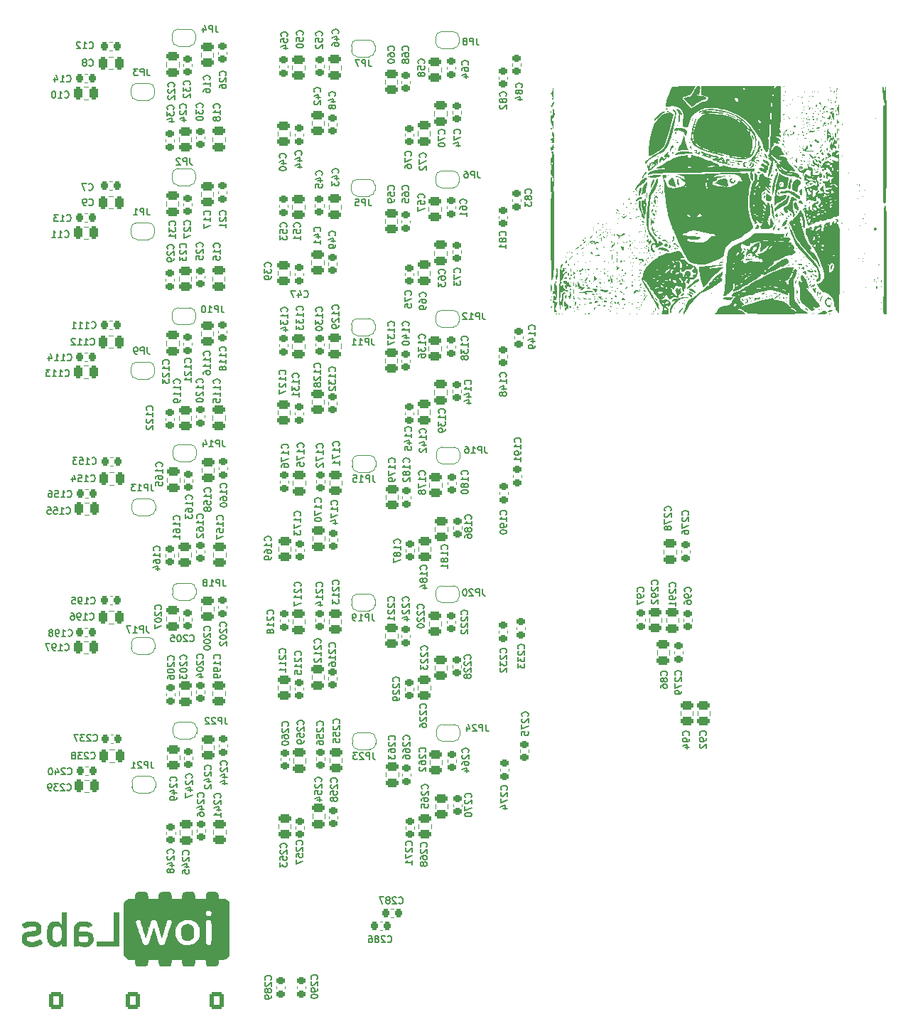
<source format=gbo>
G04 #@! TF.GenerationSoftware,KiCad,Pcbnew,8.0.3-8.0.3-0~ubuntu20.04.1*
G04 #@! TF.CreationDate,2024-09-26T03:44:41-03:00*
G04 #@! TF.ProjectId,EEG_board,4545475f-626f-4617-9264-2e6b69636164,rev?*
G04 #@! TF.SameCoordinates,Original*
G04 #@! TF.FileFunction,Legend,Bot*
G04 #@! TF.FilePolarity,Positive*
%FSLAX46Y46*%
G04 Gerber Fmt 4.6, Leading zero omitted, Abs format (unit mm)*
G04 Created by KiCad (PCBNEW 8.0.3-8.0.3-0~ubuntu20.04.1) date 2024-09-26 03:44:41*
%MOMM*%
%LPD*%
G01*
G04 APERTURE LIST*
G04 Aperture macros list*
%AMRoundRect*
0 Rectangle with rounded corners*
0 $1 Rounding radius*
0 $2 $3 $4 $5 $6 $7 $8 $9 X,Y pos of 4 corners*
0 Add a 4 corners polygon primitive as box body*
4,1,4,$2,$3,$4,$5,$6,$7,$8,$9,$2,$3,0*
0 Add four circle primitives for the rounded corners*
1,1,$1+$1,$2,$3*
1,1,$1+$1,$4,$5*
1,1,$1+$1,$6,$7*
1,1,$1+$1,$8,$9*
0 Add four rect primitives between the rounded corners*
20,1,$1+$1,$2,$3,$4,$5,0*
20,1,$1+$1,$4,$5,$6,$7,0*
20,1,$1+$1,$6,$7,$8,$9,0*
20,1,$1+$1,$8,$9,$2,$3,0*%
%AMFreePoly0*
4,1,19,0.500000,-0.750000,0.000000,-0.750000,0.000000,-0.744911,-0.071157,-0.744911,-0.207708,-0.704816,-0.327430,-0.627875,-0.420627,-0.520320,-0.479746,-0.390866,-0.500000,-0.250000,-0.500000,0.250000,-0.479746,0.390866,-0.420627,0.520320,-0.327430,0.627875,-0.207708,0.704816,-0.071157,0.744911,0.000000,0.744911,0.000000,0.750000,0.500000,0.750000,0.500000,-0.750000,0.500000,-0.750000,
$1*%
%AMFreePoly1*
4,1,19,0.000000,0.744911,0.071157,0.744911,0.207708,0.704816,0.327430,0.627875,0.420627,0.520320,0.479746,0.390866,0.500000,0.250000,0.500000,-0.250000,0.479746,-0.390866,0.420627,-0.520320,0.327430,-0.627875,0.207708,-0.704816,0.071157,-0.744911,0.000000,-0.744911,0.000000,-0.750000,-0.500000,-0.750000,-0.500000,0.750000,0.000000,0.750000,0.000000,0.744911,0.000000,0.744911,
$1*%
G04 Aperture macros list end*
%ADD10C,0.150000*%
%ADD11C,0.010000*%
%ADD12C,0.000000*%
%ADD13C,0.120000*%
%ADD14C,1.800000*%
%ADD15RoundRect,0.250000X0.600000X0.750000X-0.600000X0.750000X-0.600000X-0.750000X0.600000X-0.750000X0*%
%ADD16O,1.700000X2.000000*%
%ADD17R,1.700000X1.700000*%
%ADD18O,1.700000X1.700000*%
%ADD19R,1.600000X1.600000*%
%ADD20C,1.600000*%
%ADD21R,1.300000X1.300000*%
%ADD22C,1.300000*%
%ADD23O,4.000000X2.000000*%
%ADD24RoundRect,0.225000X-0.250000X0.225000X-0.250000X-0.225000X0.250000X-0.225000X0.250000X0.225000X0*%
%ADD25RoundRect,0.250000X-0.475000X0.250000X-0.475000X-0.250000X0.475000X-0.250000X0.475000X0.250000X0*%
%ADD26RoundRect,0.250000X0.475000X-0.250000X0.475000X0.250000X-0.475000X0.250000X-0.475000X-0.250000X0*%
%ADD27RoundRect,0.225000X0.250000X-0.225000X0.250000X0.225000X-0.250000X0.225000X-0.250000X-0.225000X0*%
%ADD28RoundRect,0.250000X0.250000X0.475000X-0.250000X0.475000X-0.250000X-0.475000X0.250000X-0.475000X0*%
%ADD29FreePoly0,0.000000*%
%ADD30FreePoly1,0.000000*%
%ADD31RoundRect,0.225000X0.225000X0.250000X-0.225000X0.250000X-0.225000X-0.250000X0.225000X-0.250000X0*%
%ADD32RoundRect,0.225000X-0.225000X-0.250000X0.225000X-0.250000X0.225000X0.250000X-0.225000X0.250000X0*%
G04 APERTURE END LIST*
D10*
X60809054Y-78915714D02*
X60847150Y-78877618D01*
X60847150Y-78877618D02*
X60885245Y-78763333D01*
X60885245Y-78763333D02*
X60885245Y-78687142D01*
X60885245Y-78687142D02*
X60847150Y-78572856D01*
X60847150Y-78572856D02*
X60770959Y-78496666D01*
X60770959Y-78496666D02*
X60694769Y-78458571D01*
X60694769Y-78458571D02*
X60542388Y-78420475D01*
X60542388Y-78420475D02*
X60428102Y-78420475D01*
X60428102Y-78420475D02*
X60275721Y-78458571D01*
X60275721Y-78458571D02*
X60199530Y-78496666D01*
X60199530Y-78496666D02*
X60123340Y-78572856D01*
X60123340Y-78572856D02*
X60085245Y-78687142D01*
X60085245Y-78687142D02*
X60085245Y-78763333D01*
X60085245Y-78763333D02*
X60123340Y-78877618D01*
X60123340Y-78877618D02*
X60161435Y-78915714D01*
X60161435Y-79220475D02*
X60123340Y-79258571D01*
X60123340Y-79258571D02*
X60085245Y-79334761D01*
X60085245Y-79334761D02*
X60085245Y-79525237D01*
X60085245Y-79525237D02*
X60123340Y-79601428D01*
X60123340Y-79601428D02*
X60161435Y-79639523D01*
X60161435Y-79639523D02*
X60237626Y-79677618D01*
X60237626Y-79677618D02*
X60313816Y-79677618D01*
X60313816Y-79677618D02*
X60428102Y-79639523D01*
X60428102Y-79639523D02*
X60885245Y-79182380D01*
X60885245Y-79182380D02*
X60885245Y-79677618D01*
X60885245Y-80439523D02*
X60885245Y-79982380D01*
X60885245Y-80210952D02*
X60085245Y-80210952D01*
X60085245Y-80210952D02*
X60199530Y-80134761D01*
X60199530Y-80134761D02*
X60275721Y-80058571D01*
X60275721Y-80058571D02*
X60313816Y-79982380D01*
X84647568Y-104858584D02*
X84685664Y-104820488D01*
X84685664Y-104820488D02*
X84723759Y-104706203D01*
X84723759Y-104706203D02*
X84723759Y-104630012D01*
X84723759Y-104630012D02*
X84685664Y-104515726D01*
X84685664Y-104515726D02*
X84609473Y-104439536D01*
X84609473Y-104439536D02*
X84533283Y-104401441D01*
X84533283Y-104401441D02*
X84380902Y-104363345D01*
X84380902Y-104363345D02*
X84266616Y-104363345D01*
X84266616Y-104363345D02*
X84114235Y-104401441D01*
X84114235Y-104401441D02*
X84038044Y-104439536D01*
X84038044Y-104439536D02*
X83961854Y-104515726D01*
X83961854Y-104515726D02*
X83923759Y-104630012D01*
X83923759Y-104630012D02*
X83923759Y-104706203D01*
X83923759Y-104706203D02*
X83961854Y-104820488D01*
X83961854Y-104820488D02*
X83999949Y-104858584D01*
X84723759Y-105620488D02*
X84723759Y-105163345D01*
X84723759Y-105391917D02*
X83923759Y-105391917D01*
X83923759Y-105391917D02*
X84038044Y-105315726D01*
X84038044Y-105315726D02*
X84114235Y-105239536D01*
X84114235Y-105239536D02*
X84152330Y-105163345D01*
X84190425Y-106306203D02*
X84723759Y-106306203D01*
X83885664Y-106115727D02*
X84457092Y-105925250D01*
X84457092Y-105925250D02*
X84457092Y-106420489D01*
X83999949Y-106687155D02*
X83961854Y-106725251D01*
X83961854Y-106725251D02*
X83923759Y-106801441D01*
X83923759Y-106801441D02*
X83923759Y-106991917D01*
X83923759Y-106991917D02*
X83961854Y-107068108D01*
X83961854Y-107068108D02*
X83999949Y-107106203D01*
X83999949Y-107106203D02*
X84076140Y-107144298D01*
X84076140Y-107144298D02*
X84152330Y-107144298D01*
X84152330Y-107144298D02*
X84266616Y-107106203D01*
X84266616Y-107106203D02*
X84723759Y-106649060D01*
X84723759Y-106649060D02*
X84723759Y-107144298D01*
X60186104Y-148294762D02*
X60224200Y-148256666D01*
X60224200Y-148256666D02*
X60262295Y-148142381D01*
X60262295Y-148142381D02*
X60262295Y-148066190D01*
X60262295Y-148066190D02*
X60224200Y-147951904D01*
X60224200Y-147951904D02*
X60148009Y-147875714D01*
X60148009Y-147875714D02*
X60071819Y-147837619D01*
X60071819Y-147837619D02*
X59919438Y-147799523D01*
X59919438Y-147799523D02*
X59805152Y-147799523D01*
X59805152Y-147799523D02*
X59652771Y-147837619D01*
X59652771Y-147837619D02*
X59576580Y-147875714D01*
X59576580Y-147875714D02*
X59500390Y-147951904D01*
X59500390Y-147951904D02*
X59462295Y-148066190D01*
X59462295Y-148066190D02*
X59462295Y-148142381D01*
X59462295Y-148142381D02*
X59500390Y-148256666D01*
X59500390Y-148256666D02*
X59538485Y-148294762D01*
X59538485Y-148599523D02*
X59500390Y-148637619D01*
X59500390Y-148637619D02*
X59462295Y-148713809D01*
X59462295Y-148713809D02*
X59462295Y-148904285D01*
X59462295Y-148904285D02*
X59500390Y-148980476D01*
X59500390Y-148980476D02*
X59538485Y-149018571D01*
X59538485Y-149018571D02*
X59614676Y-149056666D01*
X59614676Y-149056666D02*
X59690866Y-149056666D01*
X59690866Y-149056666D02*
X59805152Y-149018571D01*
X59805152Y-149018571D02*
X60262295Y-148561428D01*
X60262295Y-148561428D02*
X60262295Y-149056666D01*
X59728961Y-149742381D02*
X60262295Y-149742381D01*
X59424200Y-149551905D02*
X59995628Y-149361428D01*
X59995628Y-149361428D02*
X59995628Y-149856667D01*
X60262295Y-150580476D02*
X60262295Y-150123333D01*
X60262295Y-150351905D02*
X59462295Y-150351905D01*
X59462295Y-150351905D02*
X59576580Y-150275714D01*
X59576580Y-150275714D02*
X59652771Y-150199524D01*
X59652771Y-150199524D02*
X59690866Y-150123333D01*
X72087568Y-97088584D02*
X72125664Y-97050488D01*
X72125664Y-97050488D02*
X72163759Y-96936203D01*
X72163759Y-96936203D02*
X72163759Y-96860012D01*
X72163759Y-96860012D02*
X72125664Y-96745726D01*
X72125664Y-96745726D02*
X72049473Y-96669536D01*
X72049473Y-96669536D02*
X71973283Y-96631441D01*
X71973283Y-96631441D02*
X71820902Y-96593345D01*
X71820902Y-96593345D02*
X71706616Y-96593345D01*
X71706616Y-96593345D02*
X71554235Y-96631441D01*
X71554235Y-96631441D02*
X71478044Y-96669536D01*
X71478044Y-96669536D02*
X71401854Y-96745726D01*
X71401854Y-96745726D02*
X71363759Y-96860012D01*
X71363759Y-96860012D02*
X71363759Y-96936203D01*
X71363759Y-96936203D02*
X71401854Y-97050488D01*
X71401854Y-97050488D02*
X71439949Y-97088584D01*
X72163759Y-97850488D02*
X72163759Y-97393345D01*
X72163759Y-97621917D02*
X71363759Y-97621917D01*
X71363759Y-97621917D02*
X71478044Y-97545726D01*
X71478044Y-97545726D02*
X71554235Y-97469536D01*
X71554235Y-97469536D02*
X71592330Y-97393345D01*
X71439949Y-98155250D02*
X71401854Y-98193346D01*
X71401854Y-98193346D02*
X71363759Y-98269536D01*
X71363759Y-98269536D02*
X71363759Y-98460012D01*
X71363759Y-98460012D02*
X71401854Y-98536203D01*
X71401854Y-98536203D02*
X71439949Y-98574298D01*
X71439949Y-98574298D02*
X71516140Y-98612393D01*
X71516140Y-98612393D02*
X71592330Y-98612393D01*
X71592330Y-98612393D02*
X71706616Y-98574298D01*
X71706616Y-98574298D02*
X72163759Y-98117155D01*
X72163759Y-98117155D02*
X72163759Y-98612393D01*
X71706616Y-99069536D02*
X71668521Y-98993346D01*
X71668521Y-98993346D02*
X71630425Y-98955251D01*
X71630425Y-98955251D02*
X71554235Y-98917155D01*
X71554235Y-98917155D02*
X71516140Y-98917155D01*
X71516140Y-98917155D02*
X71439949Y-98955251D01*
X71439949Y-98955251D02*
X71401854Y-98993346D01*
X71401854Y-98993346D02*
X71363759Y-99069536D01*
X71363759Y-99069536D02*
X71363759Y-99221917D01*
X71363759Y-99221917D02*
X71401854Y-99298108D01*
X71401854Y-99298108D02*
X71439949Y-99336203D01*
X71439949Y-99336203D02*
X71516140Y-99374298D01*
X71516140Y-99374298D02*
X71554235Y-99374298D01*
X71554235Y-99374298D02*
X71630425Y-99336203D01*
X71630425Y-99336203D02*
X71668521Y-99298108D01*
X71668521Y-99298108D02*
X71706616Y-99221917D01*
X71706616Y-99221917D02*
X71706616Y-99069536D01*
X71706616Y-99069536D02*
X71744711Y-98993346D01*
X71744711Y-98993346D02*
X71782806Y-98955251D01*
X71782806Y-98955251D02*
X71858997Y-98917155D01*
X71858997Y-98917155D02*
X72011378Y-98917155D01*
X72011378Y-98917155D02*
X72087568Y-98955251D01*
X72087568Y-98955251D02*
X72125664Y-98993346D01*
X72125664Y-98993346D02*
X72163759Y-99069536D01*
X72163759Y-99069536D02*
X72163759Y-99221917D01*
X72163759Y-99221917D02*
X72125664Y-99298108D01*
X72125664Y-99298108D02*
X72087568Y-99336203D01*
X72087568Y-99336203D02*
X72011378Y-99374298D01*
X72011378Y-99374298D02*
X71858997Y-99374298D01*
X71858997Y-99374298D02*
X71782806Y-99336203D01*
X71782806Y-99336203D02*
X71744711Y-99298108D01*
X71744711Y-99298108D02*
X71706616Y-99221917D01*
X96106104Y-63745714D02*
X96144200Y-63707618D01*
X96144200Y-63707618D02*
X96182295Y-63593333D01*
X96182295Y-63593333D02*
X96182295Y-63517142D01*
X96182295Y-63517142D02*
X96144200Y-63402856D01*
X96144200Y-63402856D02*
X96068009Y-63326666D01*
X96068009Y-63326666D02*
X95991819Y-63288571D01*
X95991819Y-63288571D02*
X95839438Y-63250475D01*
X95839438Y-63250475D02*
X95725152Y-63250475D01*
X95725152Y-63250475D02*
X95572771Y-63288571D01*
X95572771Y-63288571D02*
X95496580Y-63326666D01*
X95496580Y-63326666D02*
X95420390Y-63402856D01*
X95420390Y-63402856D02*
X95382295Y-63517142D01*
X95382295Y-63517142D02*
X95382295Y-63593333D01*
X95382295Y-63593333D02*
X95420390Y-63707618D01*
X95420390Y-63707618D02*
X95458485Y-63745714D01*
X95725152Y-64202856D02*
X95687057Y-64126666D01*
X95687057Y-64126666D02*
X95648961Y-64088571D01*
X95648961Y-64088571D02*
X95572771Y-64050475D01*
X95572771Y-64050475D02*
X95534676Y-64050475D01*
X95534676Y-64050475D02*
X95458485Y-64088571D01*
X95458485Y-64088571D02*
X95420390Y-64126666D01*
X95420390Y-64126666D02*
X95382295Y-64202856D01*
X95382295Y-64202856D02*
X95382295Y-64355237D01*
X95382295Y-64355237D02*
X95420390Y-64431428D01*
X95420390Y-64431428D02*
X95458485Y-64469523D01*
X95458485Y-64469523D02*
X95534676Y-64507618D01*
X95534676Y-64507618D02*
X95572771Y-64507618D01*
X95572771Y-64507618D02*
X95648961Y-64469523D01*
X95648961Y-64469523D02*
X95687057Y-64431428D01*
X95687057Y-64431428D02*
X95725152Y-64355237D01*
X95725152Y-64355237D02*
X95725152Y-64202856D01*
X95725152Y-64202856D02*
X95763247Y-64126666D01*
X95763247Y-64126666D02*
X95801342Y-64088571D01*
X95801342Y-64088571D02*
X95877533Y-64050475D01*
X95877533Y-64050475D02*
X96029914Y-64050475D01*
X96029914Y-64050475D02*
X96106104Y-64088571D01*
X96106104Y-64088571D02*
X96144200Y-64126666D01*
X96144200Y-64126666D02*
X96182295Y-64202856D01*
X96182295Y-64202856D02*
X96182295Y-64355237D01*
X96182295Y-64355237D02*
X96144200Y-64431428D01*
X96144200Y-64431428D02*
X96106104Y-64469523D01*
X96106104Y-64469523D02*
X96029914Y-64507618D01*
X96029914Y-64507618D02*
X95877533Y-64507618D01*
X95877533Y-64507618D02*
X95801342Y-64469523D01*
X95801342Y-64469523D02*
X95763247Y-64431428D01*
X95763247Y-64431428D02*
X95725152Y-64355237D01*
X95648961Y-65193333D02*
X96182295Y-65193333D01*
X95344200Y-65002857D02*
X95915628Y-64812380D01*
X95915628Y-64812380D02*
X95915628Y-65307619D01*
X68236104Y-139744762D02*
X68274200Y-139706666D01*
X68274200Y-139706666D02*
X68312295Y-139592381D01*
X68312295Y-139592381D02*
X68312295Y-139516190D01*
X68312295Y-139516190D02*
X68274200Y-139401904D01*
X68274200Y-139401904D02*
X68198009Y-139325714D01*
X68198009Y-139325714D02*
X68121819Y-139287619D01*
X68121819Y-139287619D02*
X67969438Y-139249523D01*
X67969438Y-139249523D02*
X67855152Y-139249523D01*
X67855152Y-139249523D02*
X67702771Y-139287619D01*
X67702771Y-139287619D02*
X67626580Y-139325714D01*
X67626580Y-139325714D02*
X67550390Y-139401904D01*
X67550390Y-139401904D02*
X67512295Y-139516190D01*
X67512295Y-139516190D02*
X67512295Y-139592381D01*
X67512295Y-139592381D02*
X67550390Y-139706666D01*
X67550390Y-139706666D02*
X67588485Y-139744762D01*
X67588485Y-140049523D02*
X67550390Y-140087619D01*
X67550390Y-140087619D02*
X67512295Y-140163809D01*
X67512295Y-140163809D02*
X67512295Y-140354285D01*
X67512295Y-140354285D02*
X67550390Y-140430476D01*
X67550390Y-140430476D02*
X67588485Y-140468571D01*
X67588485Y-140468571D02*
X67664676Y-140506666D01*
X67664676Y-140506666D02*
X67740866Y-140506666D01*
X67740866Y-140506666D02*
X67855152Y-140468571D01*
X67855152Y-140468571D02*
X68312295Y-140011428D01*
X68312295Y-140011428D02*
X68312295Y-140506666D01*
X67512295Y-141192381D02*
X67512295Y-141040000D01*
X67512295Y-141040000D02*
X67550390Y-140963809D01*
X67550390Y-140963809D02*
X67588485Y-140925714D01*
X67588485Y-140925714D02*
X67702771Y-140849524D01*
X67702771Y-140849524D02*
X67855152Y-140811428D01*
X67855152Y-140811428D02*
X68159914Y-140811428D01*
X68159914Y-140811428D02*
X68236104Y-140849524D01*
X68236104Y-140849524D02*
X68274200Y-140887619D01*
X68274200Y-140887619D02*
X68312295Y-140963809D01*
X68312295Y-140963809D02*
X68312295Y-141116190D01*
X68312295Y-141116190D02*
X68274200Y-141192381D01*
X68274200Y-141192381D02*
X68236104Y-141230476D01*
X68236104Y-141230476D02*
X68159914Y-141268571D01*
X68159914Y-141268571D02*
X67969438Y-141268571D01*
X67969438Y-141268571D02*
X67893247Y-141230476D01*
X67893247Y-141230476D02*
X67855152Y-141192381D01*
X67855152Y-141192381D02*
X67817057Y-141116190D01*
X67817057Y-141116190D02*
X67817057Y-140963809D01*
X67817057Y-140963809D02*
X67855152Y-140887619D01*
X67855152Y-140887619D02*
X67893247Y-140849524D01*
X67893247Y-140849524D02*
X67969438Y-140811428D01*
X67512295Y-141763810D02*
X67512295Y-141840000D01*
X67512295Y-141840000D02*
X67550390Y-141916191D01*
X67550390Y-141916191D02*
X67588485Y-141954286D01*
X67588485Y-141954286D02*
X67664676Y-141992381D01*
X67664676Y-141992381D02*
X67817057Y-142030476D01*
X67817057Y-142030476D02*
X68007533Y-142030476D01*
X68007533Y-142030476D02*
X68159914Y-141992381D01*
X68159914Y-141992381D02*
X68236104Y-141954286D01*
X68236104Y-141954286D02*
X68274200Y-141916191D01*
X68274200Y-141916191D02*
X68312295Y-141840000D01*
X68312295Y-141840000D02*
X68312295Y-141763810D01*
X68312295Y-141763810D02*
X68274200Y-141687619D01*
X68274200Y-141687619D02*
X68236104Y-141649524D01*
X68236104Y-141649524D02*
X68159914Y-141611429D01*
X68159914Y-141611429D02*
X68007533Y-141573333D01*
X68007533Y-141573333D02*
X67817057Y-141573333D01*
X67817057Y-141573333D02*
X67664676Y-141611429D01*
X67664676Y-141611429D02*
X67588485Y-141649524D01*
X67588485Y-141649524D02*
X67550390Y-141687619D01*
X67550390Y-141687619D02*
X67512295Y-141763810D01*
X94236104Y-131044762D02*
X94274200Y-131006666D01*
X94274200Y-131006666D02*
X94312295Y-130892381D01*
X94312295Y-130892381D02*
X94312295Y-130816190D01*
X94312295Y-130816190D02*
X94274200Y-130701904D01*
X94274200Y-130701904D02*
X94198009Y-130625714D01*
X94198009Y-130625714D02*
X94121819Y-130587619D01*
X94121819Y-130587619D02*
X93969438Y-130549523D01*
X93969438Y-130549523D02*
X93855152Y-130549523D01*
X93855152Y-130549523D02*
X93702771Y-130587619D01*
X93702771Y-130587619D02*
X93626580Y-130625714D01*
X93626580Y-130625714D02*
X93550390Y-130701904D01*
X93550390Y-130701904D02*
X93512295Y-130816190D01*
X93512295Y-130816190D02*
X93512295Y-130892381D01*
X93512295Y-130892381D02*
X93550390Y-131006666D01*
X93550390Y-131006666D02*
X93588485Y-131044762D01*
X93588485Y-131349523D02*
X93550390Y-131387619D01*
X93550390Y-131387619D02*
X93512295Y-131463809D01*
X93512295Y-131463809D02*
X93512295Y-131654285D01*
X93512295Y-131654285D02*
X93550390Y-131730476D01*
X93550390Y-131730476D02*
X93588485Y-131768571D01*
X93588485Y-131768571D02*
X93664676Y-131806666D01*
X93664676Y-131806666D02*
X93740866Y-131806666D01*
X93740866Y-131806666D02*
X93855152Y-131768571D01*
X93855152Y-131768571D02*
X94312295Y-131311428D01*
X94312295Y-131311428D02*
X94312295Y-131806666D01*
X93512295Y-132073333D02*
X93512295Y-132568571D01*
X93512295Y-132568571D02*
X93817057Y-132301905D01*
X93817057Y-132301905D02*
X93817057Y-132416190D01*
X93817057Y-132416190D02*
X93855152Y-132492381D01*
X93855152Y-132492381D02*
X93893247Y-132530476D01*
X93893247Y-132530476D02*
X93969438Y-132568571D01*
X93969438Y-132568571D02*
X94159914Y-132568571D01*
X94159914Y-132568571D02*
X94236104Y-132530476D01*
X94236104Y-132530476D02*
X94274200Y-132492381D01*
X94274200Y-132492381D02*
X94312295Y-132416190D01*
X94312295Y-132416190D02*
X94312295Y-132187619D01*
X94312295Y-132187619D02*
X94274200Y-132111428D01*
X94274200Y-132111428D02*
X94236104Y-132073333D01*
X93588485Y-132873333D02*
X93550390Y-132911429D01*
X93550390Y-132911429D02*
X93512295Y-132987619D01*
X93512295Y-132987619D02*
X93512295Y-133178095D01*
X93512295Y-133178095D02*
X93550390Y-133254286D01*
X93550390Y-133254286D02*
X93588485Y-133292381D01*
X93588485Y-133292381D02*
X93664676Y-133330476D01*
X93664676Y-133330476D02*
X93740866Y-133330476D01*
X93740866Y-133330476D02*
X93855152Y-133292381D01*
X93855152Y-133292381D02*
X94312295Y-132835238D01*
X94312295Y-132835238D02*
X94312295Y-133330476D01*
X69986104Y-57485714D02*
X70024200Y-57447618D01*
X70024200Y-57447618D02*
X70062295Y-57333333D01*
X70062295Y-57333333D02*
X70062295Y-57257142D01*
X70062295Y-57257142D02*
X70024200Y-57142856D01*
X70024200Y-57142856D02*
X69948009Y-57066666D01*
X69948009Y-57066666D02*
X69871819Y-57028571D01*
X69871819Y-57028571D02*
X69719438Y-56990475D01*
X69719438Y-56990475D02*
X69605152Y-56990475D01*
X69605152Y-56990475D02*
X69452771Y-57028571D01*
X69452771Y-57028571D02*
X69376580Y-57066666D01*
X69376580Y-57066666D02*
X69300390Y-57142856D01*
X69300390Y-57142856D02*
X69262295Y-57257142D01*
X69262295Y-57257142D02*
X69262295Y-57333333D01*
X69262295Y-57333333D02*
X69300390Y-57447618D01*
X69300390Y-57447618D02*
X69338485Y-57485714D01*
X69262295Y-58209523D02*
X69262295Y-57828571D01*
X69262295Y-57828571D02*
X69643247Y-57790475D01*
X69643247Y-57790475D02*
X69605152Y-57828571D01*
X69605152Y-57828571D02*
X69567057Y-57904761D01*
X69567057Y-57904761D02*
X69567057Y-58095237D01*
X69567057Y-58095237D02*
X69605152Y-58171428D01*
X69605152Y-58171428D02*
X69643247Y-58209523D01*
X69643247Y-58209523D02*
X69719438Y-58247618D01*
X69719438Y-58247618D02*
X69909914Y-58247618D01*
X69909914Y-58247618D02*
X69986104Y-58209523D01*
X69986104Y-58209523D02*
X70024200Y-58171428D01*
X70024200Y-58171428D02*
X70062295Y-58095237D01*
X70062295Y-58095237D02*
X70062295Y-57904761D01*
X70062295Y-57904761D02*
X70024200Y-57828571D01*
X70024200Y-57828571D02*
X69986104Y-57790475D01*
X69262295Y-58742857D02*
X69262295Y-58819047D01*
X69262295Y-58819047D02*
X69300390Y-58895238D01*
X69300390Y-58895238D02*
X69338485Y-58933333D01*
X69338485Y-58933333D02*
X69414676Y-58971428D01*
X69414676Y-58971428D02*
X69567057Y-59009523D01*
X69567057Y-59009523D02*
X69757533Y-59009523D01*
X69757533Y-59009523D02*
X69909914Y-58971428D01*
X69909914Y-58971428D02*
X69986104Y-58933333D01*
X69986104Y-58933333D02*
X70024200Y-58895238D01*
X70024200Y-58895238D02*
X70062295Y-58819047D01*
X70062295Y-58819047D02*
X70062295Y-58742857D01*
X70062295Y-58742857D02*
X70024200Y-58666666D01*
X70024200Y-58666666D02*
X69986104Y-58628571D01*
X69986104Y-58628571D02*
X69909914Y-58590476D01*
X69909914Y-58590476D02*
X69757533Y-58552380D01*
X69757533Y-58552380D02*
X69567057Y-58552380D01*
X69567057Y-58552380D02*
X69414676Y-58590476D01*
X69414676Y-58590476D02*
X69338485Y-58628571D01*
X69338485Y-58628571D02*
X69300390Y-58666666D01*
X69300390Y-58666666D02*
X69262295Y-58742857D01*
X58166104Y-148234762D02*
X58204200Y-148196666D01*
X58204200Y-148196666D02*
X58242295Y-148082381D01*
X58242295Y-148082381D02*
X58242295Y-148006190D01*
X58242295Y-148006190D02*
X58204200Y-147891904D01*
X58204200Y-147891904D02*
X58128009Y-147815714D01*
X58128009Y-147815714D02*
X58051819Y-147777619D01*
X58051819Y-147777619D02*
X57899438Y-147739523D01*
X57899438Y-147739523D02*
X57785152Y-147739523D01*
X57785152Y-147739523D02*
X57632771Y-147777619D01*
X57632771Y-147777619D02*
X57556580Y-147815714D01*
X57556580Y-147815714D02*
X57480390Y-147891904D01*
X57480390Y-147891904D02*
X57442295Y-148006190D01*
X57442295Y-148006190D02*
X57442295Y-148082381D01*
X57442295Y-148082381D02*
X57480390Y-148196666D01*
X57480390Y-148196666D02*
X57518485Y-148234762D01*
X57518485Y-148539523D02*
X57480390Y-148577619D01*
X57480390Y-148577619D02*
X57442295Y-148653809D01*
X57442295Y-148653809D02*
X57442295Y-148844285D01*
X57442295Y-148844285D02*
X57480390Y-148920476D01*
X57480390Y-148920476D02*
X57518485Y-148958571D01*
X57518485Y-148958571D02*
X57594676Y-148996666D01*
X57594676Y-148996666D02*
X57670866Y-148996666D01*
X57670866Y-148996666D02*
X57785152Y-148958571D01*
X57785152Y-148958571D02*
X58242295Y-148501428D01*
X58242295Y-148501428D02*
X58242295Y-148996666D01*
X57708961Y-149682381D02*
X58242295Y-149682381D01*
X57404200Y-149491905D02*
X57975628Y-149301428D01*
X57975628Y-149301428D02*
X57975628Y-149796667D01*
X57442295Y-150444286D02*
X57442295Y-150291905D01*
X57442295Y-150291905D02*
X57480390Y-150215714D01*
X57480390Y-150215714D02*
X57518485Y-150177619D01*
X57518485Y-150177619D02*
X57632771Y-150101429D01*
X57632771Y-150101429D02*
X57785152Y-150063333D01*
X57785152Y-150063333D02*
X58089914Y-150063333D01*
X58089914Y-150063333D02*
X58166104Y-150101429D01*
X58166104Y-150101429D02*
X58204200Y-150139524D01*
X58204200Y-150139524D02*
X58242295Y-150215714D01*
X58242295Y-150215714D02*
X58242295Y-150368095D01*
X58242295Y-150368095D02*
X58204200Y-150444286D01*
X58204200Y-150444286D02*
X58166104Y-150482381D01*
X58166104Y-150482381D02*
X58089914Y-150520476D01*
X58089914Y-150520476D02*
X57899438Y-150520476D01*
X57899438Y-150520476D02*
X57823247Y-150482381D01*
X57823247Y-150482381D02*
X57785152Y-150444286D01*
X57785152Y-150444286D02*
X57747057Y-150368095D01*
X57747057Y-150368095D02*
X57747057Y-150215714D01*
X57747057Y-150215714D02*
X57785152Y-150139524D01*
X57785152Y-150139524D02*
X57823247Y-150101429D01*
X57823247Y-150101429D02*
X57899438Y-150063333D01*
X84666104Y-137644762D02*
X84704200Y-137606666D01*
X84704200Y-137606666D02*
X84742295Y-137492381D01*
X84742295Y-137492381D02*
X84742295Y-137416190D01*
X84742295Y-137416190D02*
X84704200Y-137301904D01*
X84704200Y-137301904D02*
X84628009Y-137225714D01*
X84628009Y-137225714D02*
X84551819Y-137187619D01*
X84551819Y-137187619D02*
X84399438Y-137149523D01*
X84399438Y-137149523D02*
X84285152Y-137149523D01*
X84285152Y-137149523D02*
X84132771Y-137187619D01*
X84132771Y-137187619D02*
X84056580Y-137225714D01*
X84056580Y-137225714D02*
X83980390Y-137301904D01*
X83980390Y-137301904D02*
X83942295Y-137416190D01*
X83942295Y-137416190D02*
X83942295Y-137492381D01*
X83942295Y-137492381D02*
X83980390Y-137606666D01*
X83980390Y-137606666D02*
X84018485Y-137644762D01*
X84018485Y-137949523D02*
X83980390Y-137987619D01*
X83980390Y-137987619D02*
X83942295Y-138063809D01*
X83942295Y-138063809D02*
X83942295Y-138254285D01*
X83942295Y-138254285D02*
X83980390Y-138330476D01*
X83980390Y-138330476D02*
X84018485Y-138368571D01*
X84018485Y-138368571D02*
X84094676Y-138406666D01*
X84094676Y-138406666D02*
X84170866Y-138406666D01*
X84170866Y-138406666D02*
X84285152Y-138368571D01*
X84285152Y-138368571D02*
X84742295Y-137911428D01*
X84742295Y-137911428D02*
X84742295Y-138406666D01*
X84018485Y-138711428D02*
X83980390Y-138749524D01*
X83980390Y-138749524D02*
X83942295Y-138825714D01*
X83942295Y-138825714D02*
X83942295Y-139016190D01*
X83942295Y-139016190D02*
X83980390Y-139092381D01*
X83980390Y-139092381D02*
X84018485Y-139130476D01*
X84018485Y-139130476D02*
X84094676Y-139168571D01*
X84094676Y-139168571D02*
X84170866Y-139168571D01*
X84170866Y-139168571D02*
X84285152Y-139130476D01*
X84285152Y-139130476D02*
X84742295Y-138673333D01*
X84742295Y-138673333D02*
X84742295Y-139168571D01*
X83942295Y-139854286D02*
X83942295Y-139701905D01*
X83942295Y-139701905D02*
X83980390Y-139625714D01*
X83980390Y-139625714D02*
X84018485Y-139587619D01*
X84018485Y-139587619D02*
X84132771Y-139511429D01*
X84132771Y-139511429D02*
X84285152Y-139473333D01*
X84285152Y-139473333D02*
X84589914Y-139473333D01*
X84589914Y-139473333D02*
X84666104Y-139511429D01*
X84666104Y-139511429D02*
X84704200Y-139549524D01*
X84704200Y-139549524D02*
X84742295Y-139625714D01*
X84742295Y-139625714D02*
X84742295Y-139778095D01*
X84742295Y-139778095D02*
X84704200Y-139854286D01*
X84704200Y-139854286D02*
X84666104Y-139892381D01*
X84666104Y-139892381D02*
X84589914Y-139930476D01*
X84589914Y-139930476D02*
X84399438Y-139930476D01*
X84399438Y-139930476D02*
X84323247Y-139892381D01*
X84323247Y-139892381D02*
X84285152Y-139854286D01*
X84285152Y-139854286D02*
X84247057Y-139778095D01*
X84247057Y-139778095D02*
X84247057Y-139625714D01*
X84247057Y-139625714D02*
X84285152Y-139549524D01*
X84285152Y-139549524D02*
X84323247Y-139511429D01*
X84323247Y-139511429D02*
X84399438Y-139473333D01*
X68136104Y-57635714D02*
X68174200Y-57597618D01*
X68174200Y-57597618D02*
X68212295Y-57483333D01*
X68212295Y-57483333D02*
X68212295Y-57407142D01*
X68212295Y-57407142D02*
X68174200Y-57292856D01*
X68174200Y-57292856D02*
X68098009Y-57216666D01*
X68098009Y-57216666D02*
X68021819Y-57178571D01*
X68021819Y-57178571D02*
X67869438Y-57140475D01*
X67869438Y-57140475D02*
X67755152Y-57140475D01*
X67755152Y-57140475D02*
X67602771Y-57178571D01*
X67602771Y-57178571D02*
X67526580Y-57216666D01*
X67526580Y-57216666D02*
X67450390Y-57292856D01*
X67450390Y-57292856D02*
X67412295Y-57407142D01*
X67412295Y-57407142D02*
X67412295Y-57483333D01*
X67412295Y-57483333D02*
X67450390Y-57597618D01*
X67450390Y-57597618D02*
X67488485Y-57635714D01*
X67412295Y-58359523D02*
X67412295Y-57978571D01*
X67412295Y-57978571D02*
X67793247Y-57940475D01*
X67793247Y-57940475D02*
X67755152Y-57978571D01*
X67755152Y-57978571D02*
X67717057Y-58054761D01*
X67717057Y-58054761D02*
X67717057Y-58245237D01*
X67717057Y-58245237D02*
X67755152Y-58321428D01*
X67755152Y-58321428D02*
X67793247Y-58359523D01*
X67793247Y-58359523D02*
X67869438Y-58397618D01*
X67869438Y-58397618D02*
X68059914Y-58397618D01*
X68059914Y-58397618D02*
X68136104Y-58359523D01*
X68136104Y-58359523D02*
X68174200Y-58321428D01*
X68174200Y-58321428D02*
X68212295Y-58245237D01*
X68212295Y-58245237D02*
X68212295Y-58054761D01*
X68212295Y-58054761D02*
X68174200Y-57978571D01*
X68174200Y-57978571D02*
X68136104Y-57940475D01*
X67678961Y-59083333D02*
X68212295Y-59083333D01*
X67374200Y-58892857D02*
X67945628Y-58702380D01*
X67945628Y-58702380D02*
X67945628Y-59197619D01*
X72186104Y-146394762D02*
X72224200Y-146356666D01*
X72224200Y-146356666D02*
X72262295Y-146242381D01*
X72262295Y-146242381D02*
X72262295Y-146166190D01*
X72262295Y-146166190D02*
X72224200Y-146051904D01*
X72224200Y-146051904D02*
X72148009Y-145975714D01*
X72148009Y-145975714D02*
X72071819Y-145937619D01*
X72071819Y-145937619D02*
X71919438Y-145899523D01*
X71919438Y-145899523D02*
X71805152Y-145899523D01*
X71805152Y-145899523D02*
X71652771Y-145937619D01*
X71652771Y-145937619D02*
X71576580Y-145975714D01*
X71576580Y-145975714D02*
X71500390Y-146051904D01*
X71500390Y-146051904D02*
X71462295Y-146166190D01*
X71462295Y-146166190D02*
X71462295Y-146242381D01*
X71462295Y-146242381D02*
X71500390Y-146356666D01*
X71500390Y-146356666D02*
X71538485Y-146394762D01*
X71538485Y-146699523D02*
X71500390Y-146737619D01*
X71500390Y-146737619D02*
X71462295Y-146813809D01*
X71462295Y-146813809D02*
X71462295Y-147004285D01*
X71462295Y-147004285D02*
X71500390Y-147080476D01*
X71500390Y-147080476D02*
X71538485Y-147118571D01*
X71538485Y-147118571D02*
X71614676Y-147156666D01*
X71614676Y-147156666D02*
X71690866Y-147156666D01*
X71690866Y-147156666D02*
X71805152Y-147118571D01*
X71805152Y-147118571D02*
X72262295Y-146661428D01*
X72262295Y-146661428D02*
X72262295Y-147156666D01*
X71462295Y-147880476D02*
X71462295Y-147499524D01*
X71462295Y-147499524D02*
X71843247Y-147461428D01*
X71843247Y-147461428D02*
X71805152Y-147499524D01*
X71805152Y-147499524D02*
X71767057Y-147575714D01*
X71767057Y-147575714D02*
X71767057Y-147766190D01*
X71767057Y-147766190D02*
X71805152Y-147842381D01*
X71805152Y-147842381D02*
X71843247Y-147880476D01*
X71843247Y-147880476D02*
X71919438Y-147918571D01*
X71919438Y-147918571D02*
X72109914Y-147918571D01*
X72109914Y-147918571D02*
X72186104Y-147880476D01*
X72186104Y-147880476D02*
X72224200Y-147842381D01*
X72224200Y-147842381D02*
X72262295Y-147766190D01*
X72262295Y-147766190D02*
X72262295Y-147575714D01*
X72262295Y-147575714D02*
X72224200Y-147499524D01*
X72224200Y-147499524D02*
X72186104Y-147461428D01*
X71728961Y-148604286D02*
X72262295Y-148604286D01*
X71424200Y-148413810D02*
X71995628Y-148223333D01*
X71995628Y-148223333D02*
X71995628Y-148718572D01*
X41825237Y-114446104D02*
X41863333Y-114484200D01*
X41863333Y-114484200D02*
X41977618Y-114522295D01*
X41977618Y-114522295D02*
X42053809Y-114522295D01*
X42053809Y-114522295D02*
X42168095Y-114484200D01*
X42168095Y-114484200D02*
X42244285Y-114408009D01*
X42244285Y-114408009D02*
X42282380Y-114331819D01*
X42282380Y-114331819D02*
X42320476Y-114179438D01*
X42320476Y-114179438D02*
X42320476Y-114065152D01*
X42320476Y-114065152D02*
X42282380Y-113912771D01*
X42282380Y-113912771D02*
X42244285Y-113836580D01*
X42244285Y-113836580D02*
X42168095Y-113760390D01*
X42168095Y-113760390D02*
X42053809Y-113722295D01*
X42053809Y-113722295D02*
X41977618Y-113722295D01*
X41977618Y-113722295D02*
X41863333Y-113760390D01*
X41863333Y-113760390D02*
X41825237Y-113798485D01*
X41063333Y-114522295D02*
X41520476Y-114522295D01*
X41291904Y-114522295D02*
X41291904Y-113722295D01*
X41291904Y-113722295D02*
X41368095Y-113836580D01*
X41368095Y-113836580D02*
X41444285Y-113912771D01*
X41444285Y-113912771D02*
X41520476Y-113950866D01*
X40339523Y-113722295D02*
X40720475Y-113722295D01*
X40720475Y-113722295D02*
X40758571Y-114103247D01*
X40758571Y-114103247D02*
X40720475Y-114065152D01*
X40720475Y-114065152D02*
X40644285Y-114027057D01*
X40644285Y-114027057D02*
X40453809Y-114027057D01*
X40453809Y-114027057D02*
X40377618Y-114065152D01*
X40377618Y-114065152D02*
X40339523Y-114103247D01*
X40339523Y-114103247D02*
X40301428Y-114179438D01*
X40301428Y-114179438D02*
X40301428Y-114369914D01*
X40301428Y-114369914D02*
X40339523Y-114446104D01*
X40339523Y-114446104D02*
X40377618Y-114484200D01*
X40377618Y-114484200D02*
X40453809Y-114522295D01*
X40453809Y-114522295D02*
X40644285Y-114522295D01*
X40644285Y-114522295D02*
X40720475Y-114484200D01*
X40720475Y-114484200D02*
X40758571Y-114446104D01*
X39577618Y-113722295D02*
X39958570Y-113722295D01*
X39958570Y-113722295D02*
X39996666Y-114103247D01*
X39996666Y-114103247D02*
X39958570Y-114065152D01*
X39958570Y-114065152D02*
X39882380Y-114027057D01*
X39882380Y-114027057D02*
X39691904Y-114027057D01*
X39691904Y-114027057D02*
X39615713Y-114065152D01*
X39615713Y-114065152D02*
X39577618Y-114103247D01*
X39577618Y-114103247D02*
X39539523Y-114179438D01*
X39539523Y-114179438D02*
X39539523Y-114369914D01*
X39539523Y-114369914D02*
X39577618Y-114446104D01*
X39577618Y-114446104D02*
X39615713Y-114484200D01*
X39615713Y-114484200D02*
X39691904Y-114522295D01*
X39691904Y-114522295D02*
X39882380Y-114522295D01*
X39882380Y-114522295D02*
X39958570Y-114484200D01*
X39958570Y-114484200D02*
X39996666Y-114446104D01*
X88756104Y-85775714D02*
X88794200Y-85737618D01*
X88794200Y-85737618D02*
X88832295Y-85623333D01*
X88832295Y-85623333D02*
X88832295Y-85547142D01*
X88832295Y-85547142D02*
X88794200Y-85432856D01*
X88794200Y-85432856D02*
X88718009Y-85356666D01*
X88718009Y-85356666D02*
X88641819Y-85318571D01*
X88641819Y-85318571D02*
X88489438Y-85280475D01*
X88489438Y-85280475D02*
X88375152Y-85280475D01*
X88375152Y-85280475D02*
X88222771Y-85318571D01*
X88222771Y-85318571D02*
X88146580Y-85356666D01*
X88146580Y-85356666D02*
X88070390Y-85432856D01*
X88070390Y-85432856D02*
X88032295Y-85547142D01*
X88032295Y-85547142D02*
X88032295Y-85623333D01*
X88032295Y-85623333D02*
X88070390Y-85737618D01*
X88070390Y-85737618D02*
X88108485Y-85775714D01*
X88032295Y-86042380D02*
X88032295Y-86575714D01*
X88032295Y-86575714D02*
X88832295Y-86232856D01*
X88032295Y-86804285D02*
X88032295Y-87299523D01*
X88032295Y-87299523D02*
X88337057Y-87032857D01*
X88337057Y-87032857D02*
X88337057Y-87147142D01*
X88337057Y-87147142D02*
X88375152Y-87223333D01*
X88375152Y-87223333D02*
X88413247Y-87261428D01*
X88413247Y-87261428D02*
X88489438Y-87299523D01*
X88489438Y-87299523D02*
X88679914Y-87299523D01*
X88679914Y-87299523D02*
X88756104Y-87261428D01*
X88756104Y-87261428D02*
X88794200Y-87223333D01*
X88794200Y-87223333D02*
X88832295Y-87147142D01*
X88832295Y-87147142D02*
X88832295Y-86918571D01*
X88832295Y-86918571D02*
X88794200Y-86842380D01*
X88794200Y-86842380D02*
X88756104Y-86804285D01*
X86906104Y-85895714D02*
X86944200Y-85857618D01*
X86944200Y-85857618D02*
X86982295Y-85743333D01*
X86982295Y-85743333D02*
X86982295Y-85667142D01*
X86982295Y-85667142D02*
X86944200Y-85552856D01*
X86944200Y-85552856D02*
X86868009Y-85476666D01*
X86868009Y-85476666D02*
X86791819Y-85438571D01*
X86791819Y-85438571D02*
X86639438Y-85400475D01*
X86639438Y-85400475D02*
X86525152Y-85400475D01*
X86525152Y-85400475D02*
X86372771Y-85438571D01*
X86372771Y-85438571D02*
X86296580Y-85476666D01*
X86296580Y-85476666D02*
X86220390Y-85552856D01*
X86220390Y-85552856D02*
X86182295Y-85667142D01*
X86182295Y-85667142D02*
X86182295Y-85743333D01*
X86182295Y-85743333D02*
X86220390Y-85857618D01*
X86220390Y-85857618D02*
X86258485Y-85895714D01*
X86182295Y-86581428D02*
X86182295Y-86429047D01*
X86182295Y-86429047D02*
X86220390Y-86352856D01*
X86220390Y-86352856D02*
X86258485Y-86314761D01*
X86258485Y-86314761D02*
X86372771Y-86238571D01*
X86372771Y-86238571D02*
X86525152Y-86200475D01*
X86525152Y-86200475D02*
X86829914Y-86200475D01*
X86829914Y-86200475D02*
X86906104Y-86238571D01*
X86906104Y-86238571D02*
X86944200Y-86276666D01*
X86944200Y-86276666D02*
X86982295Y-86352856D01*
X86982295Y-86352856D02*
X86982295Y-86505237D01*
X86982295Y-86505237D02*
X86944200Y-86581428D01*
X86944200Y-86581428D02*
X86906104Y-86619523D01*
X86906104Y-86619523D02*
X86829914Y-86657618D01*
X86829914Y-86657618D02*
X86639438Y-86657618D01*
X86639438Y-86657618D02*
X86563247Y-86619523D01*
X86563247Y-86619523D02*
X86525152Y-86581428D01*
X86525152Y-86581428D02*
X86487057Y-86505237D01*
X86487057Y-86505237D02*
X86487057Y-86352856D01*
X86487057Y-86352856D02*
X86525152Y-86276666D01*
X86525152Y-86276666D02*
X86563247Y-86238571D01*
X86563247Y-86238571D02*
X86639438Y-86200475D01*
X86182295Y-86924285D02*
X86182295Y-87419523D01*
X86182295Y-87419523D02*
X86487057Y-87152857D01*
X86487057Y-87152857D02*
X86487057Y-87267142D01*
X86487057Y-87267142D02*
X86525152Y-87343333D01*
X86525152Y-87343333D02*
X86563247Y-87381428D01*
X86563247Y-87381428D02*
X86639438Y-87419523D01*
X86639438Y-87419523D02*
X86829914Y-87419523D01*
X86829914Y-87419523D02*
X86906104Y-87381428D01*
X86906104Y-87381428D02*
X86944200Y-87343333D01*
X86944200Y-87343333D02*
X86982295Y-87267142D01*
X86982295Y-87267142D02*
X86982295Y-87038571D01*
X86982295Y-87038571D02*
X86944200Y-86962380D01*
X86944200Y-86962380D02*
X86906104Y-86924285D01*
X72081104Y-80885714D02*
X72119200Y-80847618D01*
X72119200Y-80847618D02*
X72157295Y-80733333D01*
X72157295Y-80733333D02*
X72157295Y-80657142D01*
X72157295Y-80657142D02*
X72119200Y-80542856D01*
X72119200Y-80542856D02*
X72043009Y-80466666D01*
X72043009Y-80466666D02*
X71966819Y-80428571D01*
X71966819Y-80428571D02*
X71814438Y-80390475D01*
X71814438Y-80390475D02*
X71700152Y-80390475D01*
X71700152Y-80390475D02*
X71547771Y-80428571D01*
X71547771Y-80428571D02*
X71471580Y-80466666D01*
X71471580Y-80466666D02*
X71395390Y-80542856D01*
X71395390Y-80542856D02*
X71357295Y-80657142D01*
X71357295Y-80657142D02*
X71357295Y-80733333D01*
X71357295Y-80733333D02*
X71395390Y-80847618D01*
X71395390Y-80847618D02*
X71433485Y-80885714D01*
X71623961Y-81571428D02*
X72157295Y-81571428D01*
X71319200Y-81380952D02*
X71890628Y-81190475D01*
X71890628Y-81190475D02*
X71890628Y-81685714D01*
X72157295Y-82409523D02*
X72157295Y-81952380D01*
X72157295Y-82180952D02*
X71357295Y-82180952D01*
X71357295Y-82180952D02*
X71471580Y-82104761D01*
X71471580Y-82104761D02*
X71547771Y-82028571D01*
X71547771Y-82028571D02*
X71585866Y-81952380D01*
X77871666Y-77042295D02*
X77871666Y-77613723D01*
X77871666Y-77613723D02*
X77909761Y-77728009D01*
X77909761Y-77728009D02*
X77985952Y-77804200D01*
X77985952Y-77804200D02*
X78100237Y-77842295D01*
X78100237Y-77842295D02*
X78176428Y-77842295D01*
X77490713Y-77842295D02*
X77490713Y-77042295D01*
X77490713Y-77042295D02*
X77185951Y-77042295D01*
X77185951Y-77042295D02*
X77109761Y-77080390D01*
X77109761Y-77080390D02*
X77071666Y-77118485D01*
X77071666Y-77118485D02*
X77033570Y-77194676D01*
X77033570Y-77194676D02*
X77033570Y-77308961D01*
X77033570Y-77308961D02*
X77071666Y-77385152D01*
X77071666Y-77385152D02*
X77109761Y-77423247D01*
X77109761Y-77423247D02*
X77185951Y-77461342D01*
X77185951Y-77461342D02*
X77490713Y-77461342D01*
X76309761Y-77042295D02*
X76690713Y-77042295D01*
X76690713Y-77042295D02*
X76728809Y-77423247D01*
X76728809Y-77423247D02*
X76690713Y-77385152D01*
X76690713Y-77385152D02*
X76614523Y-77347057D01*
X76614523Y-77347057D02*
X76424047Y-77347057D01*
X76424047Y-77347057D02*
X76347856Y-77385152D01*
X76347856Y-77385152D02*
X76309761Y-77423247D01*
X76309761Y-77423247D02*
X76271666Y-77499438D01*
X76271666Y-77499438D02*
X76271666Y-77689914D01*
X76271666Y-77689914D02*
X76309761Y-77766104D01*
X76309761Y-77766104D02*
X76347856Y-77804200D01*
X76347856Y-77804200D02*
X76424047Y-77842295D01*
X76424047Y-77842295D02*
X76614523Y-77842295D01*
X76614523Y-77842295D02*
X76690713Y-77804200D01*
X76690713Y-77804200D02*
X76728809Y-77766104D01*
X58066104Y-66125714D02*
X58104200Y-66087618D01*
X58104200Y-66087618D02*
X58142295Y-65973333D01*
X58142295Y-65973333D02*
X58142295Y-65897142D01*
X58142295Y-65897142D02*
X58104200Y-65782856D01*
X58104200Y-65782856D02*
X58028009Y-65706666D01*
X58028009Y-65706666D02*
X57951819Y-65668571D01*
X57951819Y-65668571D02*
X57799438Y-65630475D01*
X57799438Y-65630475D02*
X57685152Y-65630475D01*
X57685152Y-65630475D02*
X57532771Y-65668571D01*
X57532771Y-65668571D02*
X57456580Y-65706666D01*
X57456580Y-65706666D02*
X57380390Y-65782856D01*
X57380390Y-65782856D02*
X57342295Y-65897142D01*
X57342295Y-65897142D02*
X57342295Y-65973333D01*
X57342295Y-65973333D02*
X57380390Y-66087618D01*
X57380390Y-66087618D02*
X57418485Y-66125714D01*
X57342295Y-66392380D02*
X57342295Y-66887618D01*
X57342295Y-66887618D02*
X57647057Y-66620952D01*
X57647057Y-66620952D02*
X57647057Y-66735237D01*
X57647057Y-66735237D02*
X57685152Y-66811428D01*
X57685152Y-66811428D02*
X57723247Y-66849523D01*
X57723247Y-66849523D02*
X57799438Y-66887618D01*
X57799438Y-66887618D02*
X57989914Y-66887618D01*
X57989914Y-66887618D02*
X58066104Y-66849523D01*
X58066104Y-66849523D02*
X58104200Y-66811428D01*
X58104200Y-66811428D02*
X58142295Y-66735237D01*
X58142295Y-66735237D02*
X58142295Y-66506666D01*
X58142295Y-66506666D02*
X58104200Y-66430475D01*
X58104200Y-66430475D02*
X58066104Y-66392380D01*
X57342295Y-67382857D02*
X57342295Y-67459047D01*
X57342295Y-67459047D02*
X57380390Y-67535238D01*
X57380390Y-67535238D02*
X57418485Y-67573333D01*
X57418485Y-67573333D02*
X57494676Y-67611428D01*
X57494676Y-67611428D02*
X57647057Y-67649523D01*
X57647057Y-67649523D02*
X57837533Y-67649523D01*
X57837533Y-67649523D02*
X57989914Y-67611428D01*
X57989914Y-67611428D02*
X58066104Y-67573333D01*
X58066104Y-67573333D02*
X58104200Y-67535238D01*
X58104200Y-67535238D02*
X58142295Y-67459047D01*
X58142295Y-67459047D02*
X58142295Y-67382857D01*
X58142295Y-67382857D02*
X58104200Y-67306666D01*
X58104200Y-67306666D02*
X58066104Y-67268571D01*
X58066104Y-67268571D02*
X57989914Y-67230476D01*
X57989914Y-67230476D02*
X57837533Y-67192380D01*
X57837533Y-67192380D02*
X57647057Y-67192380D01*
X57647057Y-67192380D02*
X57494676Y-67230476D01*
X57494676Y-67230476D02*
X57418485Y-67268571D01*
X57418485Y-67268571D02*
X57380390Y-67306666D01*
X57380390Y-67306666D02*
X57342295Y-67382857D01*
X53216104Y-108884762D02*
X53254200Y-108846666D01*
X53254200Y-108846666D02*
X53292295Y-108732381D01*
X53292295Y-108732381D02*
X53292295Y-108656190D01*
X53292295Y-108656190D02*
X53254200Y-108541904D01*
X53254200Y-108541904D02*
X53178009Y-108465714D01*
X53178009Y-108465714D02*
X53101819Y-108427619D01*
X53101819Y-108427619D02*
X52949438Y-108389523D01*
X52949438Y-108389523D02*
X52835152Y-108389523D01*
X52835152Y-108389523D02*
X52682771Y-108427619D01*
X52682771Y-108427619D02*
X52606580Y-108465714D01*
X52606580Y-108465714D02*
X52530390Y-108541904D01*
X52530390Y-108541904D02*
X52492295Y-108656190D01*
X52492295Y-108656190D02*
X52492295Y-108732381D01*
X52492295Y-108732381D02*
X52530390Y-108846666D01*
X52530390Y-108846666D02*
X52568485Y-108884762D01*
X53292295Y-109646666D02*
X53292295Y-109189523D01*
X53292295Y-109418095D02*
X52492295Y-109418095D01*
X52492295Y-109418095D02*
X52606580Y-109341904D01*
X52606580Y-109341904D02*
X52682771Y-109265714D01*
X52682771Y-109265714D02*
X52720866Y-109189523D01*
X52492295Y-110332381D02*
X52492295Y-110180000D01*
X52492295Y-110180000D02*
X52530390Y-110103809D01*
X52530390Y-110103809D02*
X52568485Y-110065714D01*
X52568485Y-110065714D02*
X52682771Y-109989524D01*
X52682771Y-109989524D02*
X52835152Y-109951428D01*
X52835152Y-109951428D02*
X53139914Y-109951428D01*
X53139914Y-109951428D02*
X53216104Y-109989524D01*
X53216104Y-109989524D02*
X53254200Y-110027619D01*
X53254200Y-110027619D02*
X53292295Y-110103809D01*
X53292295Y-110103809D02*
X53292295Y-110256190D01*
X53292295Y-110256190D02*
X53254200Y-110332381D01*
X53254200Y-110332381D02*
X53216104Y-110370476D01*
X53216104Y-110370476D02*
X53139914Y-110408571D01*
X53139914Y-110408571D02*
X52949438Y-110408571D01*
X52949438Y-110408571D02*
X52873247Y-110370476D01*
X52873247Y-110370476D02*
X52835152Y-110332381D01*
X52835152Y-110332381D02*
X52797057Y-110256190D01*
X52797057Y-110256190D02*
X52797057Y-110103809D01*
X52797057Y-110103809D02*
X52835152Y-110027619D01*
X52835152Y-110027619D02*
X52873247Y-109989524D01*
X52873247Y-109989524D02*
X52949438Y-109951428D01*
X52492295Y-111132381D02*
X52492295Y-110751429D01*
X52492295Y-110751429D02*
X52873247Y-110713333D01*
X52873247Y-110713333D02*
X52835152Y-110751429D01*
X52835152Y-110751429D02*
X52797057Y-110827619D01*
X52797057Y-110827619D02*
X52797057Y-111018095D01*
X52797057Y-111018095D02*
X52835152Y-111094286D01*
X52835152Y-111094286D02*
X52873247Y-111132381D01*
X52873247Y-111132381D02*
X52949438Y-111170476D01*
X52949438Y-111170476D02*
X53139914Y-111170476D01*
X53139914Y-111170476D02*
X53216104Y-111132381D01*
X53216104Y-111132381D02*
X53254200Y-111094286D01*
X53254200Y-111094286D02*
X53292295Y-111018095D01*
X53292295Y-111018095D02*
X53292295Y-110827619D01*
X53292295Y-110827619D02*
X53254200Y-110751429D01*
X53254200Y-110751429D02*
X53216104Y-110713333D01*
X89626104Y-109844762D02*
X89664200Y-109806666D01*
X89664200Y-109806666D02*
X89702295Y-109692381D01*
X89702295Y-109692381D02*
X89702295Y-109616190D01*
X89702295Y-109616190D02*
X89664200Y-109501904D01*
X89664200Y-109501904D02*
X89588009Y-109425714D01*
X89588009Y-109425714D02*
X89511819Y-109387619D01*
X89511819Y-109387619D02*
X89359438Y-109349523D01*
X89359438Y-109349523D02*
X89245152Y-109349523D01*
X89245152Y-109349523D02*
X89092771Y-109387619D01*
X89092771Y-109387619D02*
X89016580Y-109425714D01*
X89016580Y-109425714D02*
X88940390Y-109501904D01*
X88940390Y-109501904D02*
X88902295Y-109616190D01*
X88902295Y-109616190D02*
X88902295Y-109692381D01*
X88902295Y-109692381D02*
X88940390Y-109806666D01*
X88940390Y-109806666D02*
X88978485Y-109844762D01*
X89702295Y-110606666D02*
X89702295Y-110149523D01*
X89702295Y-110378095D02*
X88902295Y-110378095D01*
X88902295Y-110378095D02*
X89016580Y-110301904D01*
X89016580Y-110301904D02*
X89092771Y-110225714D01*
X89092771Y-110225714D02*
X89130866Y-110149523D01*
X89245152Y-111063809D02*
X89207057Y-110987619D01*
X89207057Y-110987619D02*
X89168961Y-110949524D01*
X89168961Y-110949524D02*
X89092771Y-110911428D01*
X89092771Y-110911428D02*
X89054676Y-110911428D01*
X89054676Y-110911428D02*
X88978485Y-110949524D01*
X88978485Y-110949524D02*
X88940390Y-110987619D01*
X88940390Y-110987619D02*
X88902295Y-111063809D01*
X88902295Y-111063809D02*
X88902295Y-111216190D01*
X88902295Y-111216190D02*
X88940390Y-111292381D01*
X88940390Y-111292381D02*
X88978485Y-111330476D01*
X88978485Y-111330476D02*
X89054676Y-111368571D01*
X89054676Y-111368571D02*
X89092771Y-111368571D01*
X89092771Y-111368571D02*
X89168961Y-111330476D01*
X89168961Y-111330476D02*
X89207057Y-111292381D01*
X89207057Y-111292381D02*
X89245152Y-111216190D01*
X89245152Y-111216190D02*
X89245152Y-111063809D01*
X89245152Y-111063809D02*
X89283247Y-110987619D01*
X89283247Y-110987619D02*
X89321342Y-110949524D01*
X89321342Y-110949524D02*
X89397533Y-110911428D01*
X89397533Y-110911428D02*
X89549914Y-110911428D01*
X89549914Y-110911428D02*
X89626104Y-110949524D01*
X89626104Y-110949524D02*
X89664200Y-110987619D01*
X89664200Y-110987619D02*
X89702295Y-111063809D01*
X89702295Y-111063809D02*
X89702295Y-111216190D01*
X89702295Y-111216190D02*
X89664200Y-111292381D01*
X89664200Y-111292381D02*
X89626104Y-111330476D01*
X89626104Y-111330476D02*
X89549914Y-111368571D01*
X89549914Y-111368571D02*
X89397533Y-111368571D01*
X89397533Y-111368571D02*
X89321342Y-111330476D01*
X89321342Y-111330476D02*
X89283247Y-111292381D01*
X89283247Y-111292381D02*
X89245152Y-111216190D01*
X88902295Y-111863810D02*
X88902295Y-111940000D01*
X88902295Y-111940000D02*
X88940390Y-112016191D01*
X88940390Y-112016191D02*
X88978485Y-112054286D01*
X88978485Y-112054286D02*
X89054676Y-112092381D01*
X89054676Y-112092381D02*
X89207057Y-112130476D01*
X89207057Y-112130476D02*
X89397533Y-112130476D01*
X89397533Y-112130476D02*
X89549914Y-112092381D01*
X89549914Y-112092381D02*
X89626104Y-112054286D01*
X89626104Y-112054286D02*
X89664200Y-112016191D01*
X89664200Y-112016191D02*
X89702295Y-111940000D01*
X89702295Y-111940000D02*
X89702295Y-111863810D01*
X89702295Y-111863810D02*
X89664200Y-111787619D01*
X89664200Y-111787619D02*
X89626104Y-111749524D01*
X89626104Y-111749524D02*
X89549914Y-111711429D01*
X89549914Y-111711429D02*
X89397533Y-111673333D01*
X89397533Y-111673333D02*
X89207057Y-111673333D01*
X89207057Y-111673333D02*
X89054676Y-111711429D01*
X89054676Y-111711429D02*
X88978485Y-111749524D01*
X88978485Y-111749524D02*
X88940390Y-111787619D01*
X88940390Y-111787619D02*
X88902295Y-111863810D01*
X44755237Y-110616104D02*
X44793333Y-110654200D01*
X44793333Y-110654200D02*
X44907618Y-110692295D01*
X44907618Y-110692295D02*
X44983809Y-110692295D01*
X44983809Y-110692295D02*
X45098095Y-110654200D01*
X45098095Y-110654200D02*
X45174285Y-110578009D01*
X45174285Y-110578009D02*
X45212380Y-110501819D01*
X45212380Y-110501819D02*
X45250476Y-110349438D01*
X45250476Y-110349438D02*
X45250476Y-110235152D01*
X45250476Y-110235152D02*
X45212380Y-110082771D01*
X45212380Y-110082771D02*
X45174285Y-110006580D01*
X45174285Y-110006580D02*
X45098095Y-109930390D01*
X45098095Y-109930390D02*
X44983809Y-109892295D01*
X44983809Y-109892295D02*
X44907618Y-109892295D01*
X44907618Y-109892295D02*
X44793333Y-109930390D01*
X44793333Y-109930390D02*
X44755237Y-109968485D01*
X43993333Y-110692295D02*
X44450476Y-110692295D01*
X44221904Y-110692295D02*
X44221904Y-109892295D01*
X44221904Y-109892295D02*
X44298095Y-110006580D01*
X44298095Y-110006580D02*
X44374285Y-110082771D01*
X44374285Y-110082771D02*
X44450476Y-110120866D01*
X43269523Y-109892295D02*
X43650475Y-109892295D01*
X43650475Y-109892295D02*
X43688571Y-110273247D01*
X43688571Y-110273247D02*
X43650475Y-110235152D01*
X43650475Y-110235152D02*
X43574285Y-110197057D01*
X43574285Y-110197057D02*
X43383809Y-110197057D01*
X43383809Y-110197057D02*
X43307618Y-110235152D01*
X43307618Y-110235152D02*
X43269523Y-110273247D01*
X43269523Y-110273247D02*
X43231428Y-110349438D01*
X43231428Y-110349438D02*
X43231428Y-110539914D01*
X43231428Y-110539914D02*
X43269523Y-110616104D01*
X43269523Y-110616104D02*
X43307618Y-110654200D01*
X43307618Y-110654200D02*
X43383809Y-110692295D01*
X43383809Y-110692295D02*
X43574285Y-110692295D01*
X43574285Y-110692295D02*
X43650475Y-110654200D01*
X43650475Y-110654200D02*
X43688571Y-110616104D01*
X42545713Y-110158961D02*
X42545713Y-110692295D01*
X42736189Y-109854200D02*
X42926666Y-110425628D01*
X42926666Y-110425628D02*
X42431427Y-110425628D01*
X66476104Y-126444762D02*
X66514200Y-126406666D01*
X66514200Y-126406666D02*
X66552295Y-126292381D01*
X66552295Y-126292381D02*
X66552295Y-126216190D01*
X66552295Y-126216190D02*
X66514200Y-126101904D01*
X66514200Y-126101904D02*
X66438009Y-126025714D01*
X66438009Y-126025714D02*
X66361819Y-125987619D01*
X66361819Y-125987619D02*
X66209438Y-125949523D01*
X66209438Y-125949523D02*
X66095152Y-125949523D01*
X66095152Y-125949523D02*
X65942771Y-125987619D01*
X65942771Y-125987619D02*
X65866580Y-126025714D01*
X65866580Y-126025714D02*
X65790390Y-126101904D01*
X65790390Y-126101904D02*
X65752295Y-126216190D01*
X65752295Y-126216190D02*
X65752295Y-126292381D01*
X65752295Y-126292381D02*
X65790390Y-126406666D01*
X65790390Y-126406666D02*
X65828485Y-126444762D01*
X65828485Y-126749523D02*
X65790390Y-126787619D01*
X65790390Y-126787619D02*
X65752295Y-126863809D01*
X65752295Y-126863809D02*
X65752295Y-127054285D01*
X65752295Y-127054285D02*
X65790390Y-127130476D01*
X65790390Y-127130476D02*
X65828485Y-127168571D01*
X65828485Y-127168571D02*
X65904676Y-127206666D01*
X65904676Y-127206666D02*
X65980866Y-127206666D01*
X65980866Y-127206666D02*
X66095152Y-127168571D01*
X66095152Y-127168571D02*
X66552295Y-126711428D01*
X66552295Y-126711428D02*
X66552295Y-127206666D01*
X66552295Y-127968571D02*
X66552295Y-127511428D01*
X66552295Y-127740000D02*
X65752295Y-127740000D01*
X65752295Y-127740000D02*
X65866580Y-127663809D01*
X65866580Y-127663809D02*
X65942771Y-127587619D01*
X65942771Y-127587619D02*
X65980866Y-127511428D01*
X66095152Y-128425714D02*
X66057057Y-128349524D01*
X66057057Y-128349524D02*
X66018961Y-128311429D01*
X66018961Y-128311429D02*
X65942771Y-128273333D01*
X65942771Y-128273333D02*
X65904676Y-128273333D01*
X65904676Y-128273333D02*
X65828485Y-128311429D01*
X65828485Y-128311429D02*
X65790390Y-128349524D01*
X65790390Y-128349524D02*
X65752295Y-128425714D01*
X65752295Y-128425714D02*
X65752295Y-128578095D01*
X65752295Y-128578095D02*
X65790390Y-128654286D01*
X65790390Y-128654286D02*
X65828485Y-128692381D01*
X65828485Y-128692381D02*
X65904676Y-128730476D01*
X65904676Y-128730476D02*
X65942771Y-128730476D01*
X65942771Y-128730476D02*
X66018961Y-128692381D01*
X66018961Y-128692381D02*
X66057057Y-128654286D01*
X66057057Y-128654286D02*
X66095152Y-128578095D01*
X66095152Y-128578095D02*
X66095152Y-128425714D01*
X66095152Y-128425714D02*
X66133247Y-128349524D01*
X66133247Y-128349524D02*
X66171342Y-128311429D01*
X66171342Y-128311429D02*
X66247533Y-128273333D01*
X66247533Y-128273333D02*
X66399914Y-128273333D01*
X66399914Y-128273333D02*
X66476104Y-128311429D01*
X66476104Y-128311429D02*
X66514200Y-128349524D01*
X66514200Y-128349524D02*
X66552295Y-128425714D01*
X66552295Y-128425714D02*
X66552295Y-128578095D01*
X66552295Y-128578095D02*
X66514200Y-128654286D01*
X66514200Y-128654286D02*
X66476104Y-128692381D01*
X66476104Y-128692381D02*
X66399914Y-128730476D01*
X66399914Y-128730476D02*
X66247533Y-128730476D01*
X66247533Y-128730476D02*
X66171342Y-128692381D01*
X66171342Y-128692381D02*
X66133247Y-128654286D01*
X66133247Y-128654286D02*
X66095152Y-128578095D01*
X58076104Y-115024762D02*
X58114200Y-114986666D01*
X58114200Y-114986666D02*
X58152295Y-114872381D01*
X58152295Y-114872381D02*
X58152295Y-114796190D01*
X58152295Y-114796190D02*
X58114200Y-114681904D01*
X58114200Y-114681904D02*
X58038009Y-114605714D01*
X58038009Y-114605714D02*
X57961819Y-114567619D01*
X57961819Y-114567619D02*
X57809438Y-114529523D01*
X57809438Y-114529523D02*
X57695152Y-114529523D01*
X57695152Y-114529523D02*
X57542771Y-114567619D01*
X57542771Y-114567619D02*
X57466580Y-114605714D01*
X57466580Y-114605714D02*
X57390390Y-114681904D01*
X57390390Y-114681904D02*
X57352295Y-114796190D01*
X57352295Y-114796190D02*
X57352295Y-114872381D01*
X57352295Y-114872381D02*
X57390390Y-114986666D01*
X57390390Y-114986666D02*
X57428485Y-115024762D01*
X58152295Y-115786666D02*
X58152295Y-115329523D01*
X58152295Y-115558095D02*
X57352295Y-115558095D01*
X57352295Y-115558095D02*
X57466580Y-115481904D01*
X57466580Y-115481904D02*
X57542771Y-115405714D01*
X57542771Y-115405714D02*
X57580866Y-115329523D01*
X57352295Y-116472381D02*
X57352295Y-116320000D01*
X57352295Y-116320000D02*
X57390390Y-116243809D01*
X57390390Y-116243809D02*
X57428485Y-116205714D01*
X57428485Y-116205714D02*
X57542771Y-116129524D01*
X57542771Y-116129524D02*
X57695152Y-116091428D01*
X57695152Y-116091428D02*
X57999914Y-116091428D01*
X57999914Y-116091428D02*
X58076104Y-116129524D01*
X58076104Y-116129524D02*
X58114200Y-116167619D01*
X58114200Y-116167619D02*
X58152295Y-116243809D01*
X58152295Y-116243809D02*
X58152295Y-116396190D01*
X58152295Y-116396190D02*
X58114200Y-116472381D01*
X58114200Y-116472381D02*
X58076104Y-116510476D01*
X58076104Y-116510476D02*
X57999914Y-116548571D01*
X57999914Y-116548571D02*
X57809438Y-116548571D01*
X57809438Y-116548571D02*
X57733247Y-116510476D01*
X57733247Y-116510476D02*
X57695152Y-116472381D01*
X57695152Y-116472381D02*
X57657057Y-116396190D01*
X57657057Y-116396190D02*
X57657057Y-116243809D01*
X57657057Y-116243809D02*
X57695152Y-116167619D01*
X57695152Y-116167619D02*
X57733247Y-116129524D01*
X57733247Y-116129524D02*
X57809438Y-116091428D01*
X57428485Y-116853333D02*
X57390390Y-116891429D01*
X57390390Y-116891429D02*
X57352295Y-116967619D01*
X57352295Y-116967619D02*
X57352295Y-117158095D01*
X57352295Y-117158095D02*
X57390390Y-117234286D01*
X57390390Y-117234286D02*
X57428485Y-117272381D01*
X57428485Y-117272381D02*
X57504676Y-117310476D01*
X57504676Y-117310476D02*
X57580866Y-117310476D01*
X57580866Y-117310476D02*
X57695152Y-117272381D01*
X57695152Y-117272381D02*
X58152295Y-116815238D01*
X58152295Y-116815238D02*
X58152295Y-117310476D01*
X69686104Y-114724762D02*
X69724200Y-114686666D01*
X69724200Y-114686666D02*
X69762295Y-114572381D01*
X69762295Y-114572381D02*
X69762295Y-114496190D01*
X69762295Y-114496190D02*
X69724200Y-114381904D01*
X69724200Y-114381904D02*
X69648009Y-114305714D01*
X69648009Y-114305714D02*
X69571819Y-114267619D01*
X69571819Y-114267619D02*
X69419438Y-114229523D01*
X69419438Y-114229523D02*
X69305152Y-114229523D01*
X69305152Y-114229523D02*
X69152771Y-114267619D01*
X69152771Y-114267619D02*
X69076580Y-114305714D01*
X69076580Y-114305714D02*
X69000390Y-114381904D01*
X69000390Y-114381904D02*
X68962295Y-114496190D01*
X68962295Y-114496190D02*
X68962295Y-114572381D01*
X68962295Y-114572381D02*
X69000390Y-114686666D01*
X69000390Y-114686666D02*
X69038485Y-114724762D01*
X69762295Y-115486666D02*
X69762295Y-115029523D01*
X69762295Y-115258095D02*
X68962295Y-115258095D01*
X68962295Y-115258095D02*
X69076580Y-115181904D01*
X69076580Y-115181904D02*
X69152771Y-115105714D01*
X69152771Y-115105714D02*
X69190866Y-115029523D01*
X68962295Y-115753333D02*
X68962295Y-116286667D01*
X68962295Y-116286667D02*
X69762295Y-115943809D01*
X68962295Y-116515238D02*
X68962295Y-117010476D01*
X68962295Y-117010476D02*
X69267057Y-116743810D01*
X69267057Y-116743810D02*
X69267057Y-116858095D01*
X69267057Y-116858095D02*
X69305152Y-116934286D01*
X69305152Y-116934286D02*
X69343247Y-116972381D01*
X69343247Y-116972381D02*
X69419438Y-117010476D01*
X69419438Y-117010476D02*
X69609914Y-117010476D01*
X69609914Y-117010476D02*
X69686104Y-116972381D01*
X69686104Y-116972381D02*
X69724200Y-116934286D01*
X69724200Y-116934286D02*
X69762295Y-116858095D01*
X69762295Y-116858095D02*
X69762295Y-116629524D01*
X69762295Y-116629524D02*
X69724200Y-116553333D01*
X69724200Y-116553333D02*
X69686104Y-116515238D01*
X44625237Y-127056104D02*
X44663333Y-127094200D01*
X44663333Y-127094200D02*
X44777618Y-127132295D01*
X44777618Y-127132295D02*
X44853809Y-127132295D01*
X44853809Y-127132295D02*
X44968095Y-127094200D01*
X44968095Y-127094200D02*
X45044285Y-127018009D01*
X45044285Y-127018009D02*
X45082380Y-126941819D01*
X45082380Y-126941819D02*
X45120476Y-126789438D01*
X45120476Y-126789438D02*
X45120476Y-126675152D01*
X45120476Y-126675152D02*
X45082380Y-126522771D01*
X45082380Y-126522771D02*
X45044285Y-126446580D01*
X45044285Y-126446580D02*
X44968095Y-126370390D01*
X44968095Y-126370390D02*
X44853809Y-126332295D01*
X44853809Y-126332295D02*
X44777618Y-126332295D01*
X44777618Y-126332295D02*
X44663333Y-126370390D01*
X44663333Y-126370390D02*
X44625237Y-126408485D01*
X43863333Y-127132295D02*
X44320476Y-127132295D01*
X44091904Y-127132295D02*
X44091904Y-126332295D01*
X44091904Y-126332295D02*
X44168095Y-126446580D01*
X44168095Y-126446580D02*
X44244285Y-126522771D01*
X44244285Y-126522771D02*
X44320476Y-126560866D01*
X43482380Y-127132295D02*
X43329999Y-127132295D01*
X43329999Y-127132295D02*
X43253809Y-127094200D01*
X43253809Y-127094200D02*
X43215713Y-127056104D01*
X43215713Y-127056104D02*
X43139523Y-126941819D01*
X43139523Y-126941819D02*
X43101428Y-126789438D01*
X43101428Y-126789438D02*
X43101428Y-126484676D01*
X43101428Y-126484676D02*
X43139523Y-126408485D01*
X43139523Y-126408485D02*
X43177618Y-126370390D01*
X43177618Y-126370390D02*
X43253809Y-126332295D01*
X43253809Y-126332295D02*
X43406190Y-126332295D01*
X43406190Y-126332295D02*
X43482380Y-126370390D01*
X43482380Y-126370390D02*
X43520475Y-126408485D01*
X43520475Y-126408485D02*
X43558571Y-126484676D01*
X43558571Y-126484676D02*
X43558571Y-126675152D01*
X43558571Y-126675152D02*
X43520475Y-126751342D01*
X43520475Y-126751342D02*
X43482380Y-126789438D01*
X43482380Y-126789438D02*
X43406190Y-126827533D01*
X43406190Y-126827533D02*
X43253809Y-126827533D01*
X43253809Y-126827533D02*
X43177618Y-126789438D01*
X43177618Y-126789438D02*
X43139523Y-126751342D01*
X43139523Y-126751342D02*
X43101428Y-126675152D01*
X42415713Y-126332295D02*
X42568094Y-126332295D01*
X42568094Y-126332295D02*
X42644285Y-126370390D01*
X42644285Y-126370390D02*
X42682380Y-126408485D01*
X42682380Y-126408485D02*
X42758570Y-126522771D01*
X42758570Y-126522771D02*
X42796666Y-126675152D01*
X42796666Y-126675152D02*
X42796666Y-126979914D01*
X42796666Y-126979914D02*
X42758570Y-127056104D01*
X42758570Y-127056104D02*
X42720475Y-127094200D01*
X42720475Y-127094200D02*
X42644285Y-127132295D01*
X42644285Y-127132295D02*
X42491904Y-127132295D01*
X42491904Y-127132295D02*
X42415713Y-127094200D01*
X42415713Y-127094200D02*
X42377618Y-127056104D01*
X42377618Y-127056104D02*
X42339523Y-126979914D01*
X42339523Y-126979914D02*
X42339523Y-126789438D01*
X42339523Y-126789438D02*
X42377618Y-126713247D01*
X42377618Y-126713247D02*
X42415713Y-126675152D01*
X42415713Y-126675152D02*
X42491904Y-126637057D01*
X42491904Y-126637057D02*
X42644285Y-126637057D01*
X42644285Y-126637057D02*
X42720475Y-126675152D01*
X42720475Y-126675152D02*
X42758570Y-126713247D01*
X42758570Y-126713247D02*
X42796666Y-126789438D01*
X87216104Y-118704762D02*
X87254200Y-118666666D01*
X87254200Y-118666666D02*
X87292295Y-118552381D01*
X87292295Y-118552381D02*
X87292295Y-118476190D01*
X87292295Y-118476190D02*
X87254200Y-118361904D01*
X87254200Y-118361904D02*
X87178009Y-118285714D01*
X87178009Y-118285714D02*
X87101819Y-118247619D01*
X87101819Y-118247619D02*
X86949438Y-118209523D01*
X86949438Y-118209523D02*
X86835152Y-118209523D01*
X86835152Y-118209523D02*
X86682771Y-118247619D01*
X86682771Y-118247619D02*
X86606580Y-118285714D01*
X86606580Y-118285714D02*
X86530390Y-118361904D01*
X86530390Y-118361904D02*
X86492295Y-118476190D01*
X86492295Y-118476190D02*
X86492295Y-118552381D01*
X86492295Y-118552381D02*
X86530390Y-118666666D01*
X86530390Y-118666666D02*
X86568485Y-118704762D01*
X87292295Y-119466666D02*
X87292295Y-119009523D01*
X87292295Y-119238095D02*
X86492295Y-119238095D01*
X86492295Y-119238095D02*
X86606580Y-119161904D01*
X86606580Y-119161904D02*
X86682771Y-119085714D01*
X86682771Y-119085714D02*
X86720866Y-119009523D01*
X86835152Y-119923809D02*
X86797057Y-119847619D01*
X86797057Y-119847619D02*
X86758961Y-119809524D01*
X86758961Y-119809524D02*
X86682771Y-119771428D01*
X86682771Y-119771428D02*
X86644676Y-119771428D01*
X86644676Y-119771428D02*
X86568485Y-119809524D01*
X86568485Y-119809524D02*
X86530390Y-119847619D01*
X86530390Y-119847619D02*
X86492295Y-119923809D01*
X86492295Y-119923809D02*
X86492295Y-120076190D01*
X86492295Y-120076190D02*
X86530390Y-120152381D01*
X86530390Y-120152381D02*
X86568485Y-120190476D01*
X86568485Y-120190476D02*
X86644676Y-120228571D01*
X86644676Y-120228571D02*
X86682771Y-120228571D01*
X86682771Y-120228571D02*
X86758961Y-120190476D01*
X86758961Y-120190476D02*
X86797057Y-120152381D01*
X86797057Y-120152381D02*
X86835152Y-120076190D01*
X86835152Y-120076190D02*
X86835152Y-119923809D01*
X86835152Y-119923809D02*
X86873247Y-119847619D01*
X86873247Y-119847619D02*
X86911342Y-119809524D01*
X86911342Y-119809524D02*
X86987533Y-119771428D01*
X86987533Y-119771428D02*
X87139914Y-119771428D01*
X87139914Y-119771428D02*
X87216104Y-119809524D01*
X87216104Y-119809524D02*
X87254200Y-119847619D01*
X87254200Y-119847619D02*
X87292295Y-119923809D01*
X87292295Y-119923809D02*
X87292295Y-120076190D01*
X87292295Y-120076190D02*
X87254200Y-120152381D01*
X87254200Y-120152381D02*
X87216104Y-120190476D01*
X87216104Y-120190476D02*
X87139914Y-120228571D01*
X87139914Y-120228571D02*
X86987533Y-120228571D01*
X86987533Y-120228571D02*
X86911342Y-120190476D01*
X86911342Y-120190476D02*
X86873247Y-120152381D01*
X86873247Y-120152381D02*
X86835152Y-120076190D01*
X87292295Y-120990476D02*
X87292295Y-120533333D01*
X87292295Y-120761905D02*
X86492295Y-120761905D01*
X86492295Y-120761905D02*
X86606580Y-120685714D01*
X86606580Y-120685714D02*
X86682771Y-120609524D01*
X86682771Y-120609524D02*
X86720866Y-120533333D01*
X118016104Y-140845714D02*
X118054200Y-140807618D01*
X118054200Y-140807618D02*
X118092295Y-140693333D01*
X118092295Y-140693333D02*
X118092295Y-140617142D01*
X118092295Y-140617142D02*
X118054200Y-140502856D01*
X118054200Y-140502856D02*
X117978009Y-140426666D01*
X117978009Y-140426666D02*
X117901819Y-140388571D01*
X117901819Y-140388571D02*
X117749438Y-140350475D01*
X117749438Y-140350475D02*
X117635152Y-140350475D01*
X117635152Y-140350475D02*
X117482771Y-140388571D01*
X117482771Y-140388571D02*
X117406580Y-140426666D01*
X117406580Y-140426666D02*
X117330390Y-140502856D01*
X117330390Y-140502856D02*
X117292295Y-140617142D01*
X117292295Y-140617142D02*
X117292295Y-140693333D01*
X117292295Y-140693333D02*
X117330390Y-140807618D01*
X117330390Y-140807618D02*
X117368485Y-140845714D01*
X118092295Y-141226666D02*
X118092295Y-141379047D01*
X118092295Y-141379047D02*
X118054200Y-141455237D01*
X118054200Y-141455237D02*
X118016104Y-141493333D01*
X118016104Y-141493333D02*
X117901819Y-141569523D01*
X117901819Y-141569523D02*
X117749438Y-141607618D01*
X117749438Y-141607618D02*
X117444676Y-141607618D01*
X117444676Y-141607618D02*
X117368485Y-141569523D01*
X117368485Y-141569523D02*
X117330390Y-141531428D01*
X117330390Y-141531428D02*
X117292295Y-141455237D01*
X117292295Y-141455237D02*
X117292295Y-141302856D01*
X117292295Y-141302856D02*
X117330390Y-141226666D01*
X117330390Y-141226666D02*
X117368485Y-141188571D01*
X117368485Y-141188571D02*
X117444676Y-141150475D01*
X117444676Y-141150475D02*
X117635152Y-141150475D01*
X117635152Y-141150475D02*
X117711342Y-141188571D01*
X117711342Y-141188571D02*
X117749438Y-141226666D01*
X117749438Y-141226666D02*
X117787533Y-141302856D01*
X117787533Y-141302856D02*
X117787533Y-141455237D01*
X117787533Y-141455237D02*
X117749438Y-141531428D01*
X117749438Y-141531428D02*
X117711342Y-141569523D01*
X117711342Y-141569523D02*
X117635152Y-141607618D01*
X117368485Y-141912380D02*
X117330390Y-141950476D01*
X117330390Y-141950476D02*
X117292295Y-142026666D01*
X117292295Y-142026666D02*
X117292295Y-142217142D01*
X117292295Y-142217142D02*
X117330390Y-142293333D01*
X117330390Y-142293333D02*
X117368485Y-142331428D01*
X117368485Y-142331428D02*
X117444676Y-142369523D01*
X117444676Y-142369523D02*
X117520866Y-142369523D01*
X117520866Y-142369523D02*
X117635152Y-142331428D01*
X117635152Y-142331428D02*
X118092295Y-141874285D01*
X118092295Y-141874285D02*
X118092295Y-142369523D01*
X41915237Y-147386104D02*
X41953333Y-147424200D01*
X41953333Y-147424200D02*
X42067618Y-147462295D01*
X42067618Y-147462295D02*
X42143809Y-147462295D01*
X42143809Y-147462295D02*
X42258095Y-147424200D01*
X42258095Y-147424200D02*
X42334285Y-147348009D01*
X42334285Y-147348009D02*
X42372380Y-147271819D01*
X42372380Y-147271819D02*
X42410476Y-147119438D01*
X42410476Y-147119438D02*
X42410476Y-147005152D01*
X42410476Y-147005152D02*
X42372380Y-146852771D01*
X42372380Y-146852771D02*
X42334285Y-146776580D01*
X42334285Y-146776580D02*
X42258095Y-146700390D01*
X42258095Y-146700390D02*
X42143809Y-146662295D01*
X42143809Y-146662295D02*
X42067618Y-146662295D01*
X42067618Y-146662295D02*
X41953333Y-146700390D01*
X41953333Y-146700390D02*
X41915237Y-146738485D01*
X41610476Y-146738485D02*
X41572380Y-146700390D01*
X41572380Y-146700390D02*
X41496190Y-146662295D01*
X41496190Y-146662295D02*
X41305714Y-146662295D01*
X41305714Y-146662295D02*
X41229523Y-146700390D01*
X41229523Y-146700390D02*
X41191428Y-146738485D01*
X41191428Y-146738485D02*
X41153333Y-146814676D01*
X41153333Y-146814676D02*
X41153333Y-146890866D01*
X41153333Y-146890866D02*
X41191428Y-147005152D01*
X41191428Y-147005152D02*
X41648571Y-147462295D01*
X41648571Y-147462295D02*
X41153333Y-147462295D01*
X40886666Y-146662295D02*
X40391428Y-146662295D01*
X40391428Y-146662295D02*
X40658094Y-146967057D01*
X40658094Y-146967057D02*
X40543809Y-146967057D01*
X40543809Y-146967057D02*
X40467618Y-147005152D01*
X40467618Y-147005152D02*
X40429523Y-147043247D01*
X40429523Y-147043247D02*
X40391428Y-147119438D01*
X40391428Y-147119438D02*
X40391428Y-147309914D01*
X40391428Y-147309914D02*
X40429523Y-147386104D01*
X40429523Y-147386104D02*
X40467618Y-147424200D01*
X40467618Y-147424200D02*
X40543809Y-147462295D01*
X40543809Y-147462295D02*
X40772380Y-147462295D01*
X40772380Y-147462295D02*
X40848571Y-147424200D01*
X40848571Y-147424200D02*
X40886666Y-147386104D01*
X40010475Y-147462295D02*
X39858094Y-147462295D01*
X39858094Y-147462295D02*
X39781904Y-147424200D01*
X39781904Y-147424200D02*
X39743808Y-147386104D01*
X39743808Y-147386104D02*
X39667618Y-147271819D01*
X39667618Y-147271819D02*
X39629523Y-147119438D01*
X39629523Y-147119438D02*
X39629523Y-146814676D01*
X39629523Y-146814676D02*
X39667618Y-146738485D01*
X39667618Y-146738485D02*
X39705713Y-146700390D01*
X39705713Y-146700390D02*
X39781904Y-146662295D01*
X39781904Y-146662295D02*
X39934285Y-146662295D01*
X39934285Y-146662295D02*
X40010475Y-146700390D01*
X40010475Y-146700390D02*
X40048570Y-146738485D01*
X40048570Y-146738485D02*
X40086666Y-146814676D01*
X40086666Y-146814676D02*
X40086666Y-147005152D01*
X40086666Y-147005152D02*
X40048570Y-147081342D01*
X40048570Y-147081342D02*
X40010475Y-147119438D01*
X40010475Y-147119438D02*
X39934285Y-147157533D01*
X39934285Y-147157533D02*
X39781904Y-147157533D01*
X39781904Y-147157533D02*
X39705713Y-147119438D01*
X39705713Y-147119438D02*
X39667618Y-147081342D01*
X39667618Y-147081342D02*
X39629523Y-147005152D01*
X54016104Y-96654762D02*
X54054200Y-96616666D01*
X54054200Y-96616666D02*
X54092295Y-96502381D01*
X54092295Y-96502381D02*
X54092295Y-96426190D01*
X54092295Y-96426190D02*
X54054200Y-96311904D01*
X54054200Y-96311904D02*
X53978009Y-96235714D01*
X53978009Y-96235714D02*
X53901819Y-96197619D01*
X53901819Y-96197619D02*
X53749438Y-96159523D01*
X53749438Y-96159523D02*
X53635152Y-96159523D01*
X53635152Y-96159523D02*
X53482771Y-96197619D01*
X53482771Y-96197619D02*
X53406580Y-96235714D01*
X53406580Y-96235714D02*
X53330390Y-96311904D01*
X53330390Y-96311904D02*
X53292295Y-96426190D01*
X53292295Y-96426190D02*
X53292295Y-96502381D01*
X53292295Y-96502381D02*
X53330390Y-96616666D01*
X53330390Y-96616666D02*
X53368485Y-96654762D01*
X54092295Y-97416666D02*
X54092295Y-96959523D01*
X54092295Y-97188095D02*
X53292295Y-97188095D01*
X53292295Y-97188095D02*
X53406580Y-97111904D01*
X53406580Y-97111904D02*
X53482771Y-97035714D01*
X53482771Y-97035714D02*
X53520866Y-96959523D01*
X53368485Y-97721428D02*
X53330390Y-97759524D01*
X53330390Y-97759524D02*
X53292295Y-97835714D01*
X53292295Y-97835714D02*
X53292295Y-98026190D01*
X53292295Y-98026190D02*
X53330390Y-98102381D01*
X53330390Y-98102381D02*
X53368485Y-98140476D01*
X53368485Y-98140476D02*
X53444676Y-98178571D01*
X53444676Y-98178571D02*
X53520866Y-98178571D01*
X53520866Y-98178571D02*
X53635152Y-98140476D01*
X53635152Y-98140476D02*
X54092295Y-97683333D01*
X54092295Y-97683333D02*
X54092295Y-98178571D01*
X53292295Y-98445238D02*
X53292295Y-98940476D01*
X53292295Y-98940476D02*
X53597057Y-98673810D01*
X53597057Y-98673810D02*
X53597057Y-98788095D01*
X53597057Y-98788095D02*
X53635152Y-98864286D01*
X53635152Y-98864286D02*
X53673247Y-98902381D01*
X53673247Y-98902381D02*
X53749438Y-98940476D01*
X53749438Y-98940476D02*
X53939914Y-98940476D01*
X53939914Y-98940476D02*
X54016104Y-98902381D01*
X54016104Y-98902381D02*
X54054200Y-98864286D01*
X54054200Y-98864286D02*
X54092295Y-98788095D01*
X54092295Y-98788095D02*
X54092295Y-98559524D01*
X54092295Y-98559524D02*
X54054200Y-98483333D01*
X54054200Y-98483333D02*
X54016104Y-98445238D01*
X51407619Y-127872295D02*
X51407619Y-128443723D01*
X51407619Y-128443723D02*
X51445714Y-128558009D01*
X51445714Y-128558009D02*
X51521905Y-128634200D01*
X51521905Y-128634200D02*
X51636190Y-128672295D01*
X51636190Y-128672295D02*
X51712381Y-128672295D01*
X51026666Y-128672295D02*
X51026666Y-127872295D01*
X51026666Y-127872295D02*
X50721904Y-127872295D01*
X50721904Y-127872295D02*
X50645714Y-127910390D01*
X50645714Y-127910390D02*
X50607619Y-127948485D01*
X50607619Y-127948485D02*
X50569523Y-128024676D01*
X50569523Y-128024676D02*
X50569523Y-128138961D01*
X50569523Y-128138961D02*
X50607619Y-128215152D01*
X50607619Y-128215152D02*
X50645714Y-128253247D01*
X50645714Y-128253247D02*
X50721904Y-128291342D01*
X50721904Y-128291342D02*
X51026666Y-128291342D01*
X49807619Y-128672295D02*
X50264762Y-128672295D01*
X50036190Y-128672295D02*
X50036190Y-127872295D01*
X50036190Y-127872295D02*
X50112381Y-127986580D01*
X50112381Y-127986580D02*
X50188571Y-128062771D01*
X50188571Y-128062771D02*
X50264762Y-128100866D01*
X49540952Y-127872295D02*
X49007618Y-127872295D01*
X49007618Y-127872295D02*
X49350476Y-128672295D01*
X51935547Y-110972295D02*
X51935547Y-111543723D01*
X51935547Y-111543723D02*
X51973642Y-111658009D01*
X51973642Y-111658009D02*
X52049833Y-111734200D01*
X52049833Y-111734200D02*
X52164118Y-111772295D01*
X52164118Y-111772295D02*
X52240309Y-111772295D01*
X51554594Y-111772295D02*
X51554594Y-110972295D01*
X51554594Y-110972295D02*
X51249832Y-110972295D01*
X51249832Y-110972295D02*
X51173642Y-111010390D01*
X51173642Y-111010390D02*
X51135547Y-111048485D01*
X51135547Y-111048485D02*
X51097451Y-111124676D01*
X51097451Y-111124676D02*
X51097451Y-111238961D01*
X51097451Y-111238961D02*
X51135547Y-111315152D01*
X51135547Y-111315152D02*
X51173642Y-111353247D01*
X51173642Y-111353247D02*
X51249832Y-111391342D01*
X51249832Y-111391342D02*
X51554594Y-111391342D01*
X50335547Y-111772295D02*
X50792690Y-111772295D01*
X50564118Y-111772295D02*
X50564118Y-110972295D01*
X50564118Y-110972295D02*
X50640309Y-111086580D01*
X50640309Y-111086580D02*
X50716499Y-111162771D01*
X50716499Y-111162771D02*
X50792690Y-111200866D01*
X50068880Y-110972295D02*
X49573642Y-110972295D01*
X49573642Y-110972295D02*
X49840308Y-111277057D01*
X49840308Y-111277057D02*
X49726023Y-111277057D01*
X49726023Y-111277057D02*
X49649832Y-111315152D01*
X49649832Y-111315152D02*
X49611737Y-111353247D01*
X49611737Y-111353247D02*
X49573642Y-111429438D01*
X49573642Y-111429438D02*
X49573642Y-111619914D01*
X49573642Y-111619914D02*
X49611737Y-111696104D01*
X49611737Y-111696104D02*
X49649832Y-111734200D01*
X49649832Y-111734200D02*
X49726023Y-111772295D01*
X49726023Y-111772295D02*
X49954594Y-111772295D01*
X49954594Y-111772295D02*
X50030785Y-111734200D01*
X50030785Y-111734200D02*
X50068880Y-111696104D01*
X41889285Y-63031104D02*
X41927381Y-63069200D01*
X41927381Y-63069200D02*
X42041666Y-63107295D01*
X42041666Y-63107295D02*
X42117857Y-63107295D01*
X42117857Y-63107295D02*
X42232143Y-63069200D01*
X42232143Y-63069200D02*
X42308333Y-62993009D01*
X42308333Y-62993009D02*
X42346428Y-62916819D01*
X42346428Y-62916819D02*
X42384524Y-62764438D01*
X42384524Y-62764438D02*
X42384524Y-62650152D01*
X42384524Y-62650152D02*
X42346428Y-62497771D01*
X42346428Y-62497771D02*
X42308333Y-62421580D01*
X42308333Y-62421580D02*
X42232143Y-62345390D01*
X42232143Y-62345390D02*
X42117857Y-62307295D01*
X42117857Y-62307295D02*
X42041666Y-62307295D01*
X42041666Y-62307295D02*
X41927381Y-62345390D01*
X41927381Y-62345390D02*
X41889285Y-62383485D01*
X41127381Y-63107295D02*
X41584524Y-63107295D01*
X41355952Y-63107295D02*
X41355952Y-62307295D01*
X41355952Y-62307295D02*
X41432143Y-62421580D01*
X41432143Y-62421580D02*
X41508333Y-62497771D01*
X41508333Y-62497771D02*
X41584524Y-62535866D01*
X40441666Y-62573961D02*
X40441666Y-63107295D01*
X40632142Y-62269200D02*
X40822619Y-62840628D01*
X40822619Y-62840628D02*
X40327380Y-62840628D01*
X66166104Y-85085714D02*
X66204200Y-85047618D01*
X66204200Y-85047618D02*
X66242295Y-84933333D01*
X66242295Y-84933333D02*
X66242295Y-84857142D01*
X66242295Y-84857142D02*
X66204200Y-84742856D01*
X66204200Y-84742856D02*
X66128009Y-84666666D01*
X66128009Y-84666666D02*
X66051819Y-84628571D01*
X66051819Y-84628571D02*
X65899438Y-84590475D01*
X65899438Y-84590475D02*
X65785152Y-84590475D01*
X65785152Y-84590475D02*
X65632771Y-84628571D01*
X65632771Y-84628571D02*
X65556580Y-84666666D01*
X65556580Y-84666666D02*
X65480390Y-84742856D01*
X65480390Y-84742856D02*
X65442295Y-84857142D01*
X65442295Y-84857142D02*
X65442295Y-84933333D01*
X65442295Y-84933333D02*
X65480390Y-85047618D01*
X65480390Y-85047618D02*
X65518485Y-85085714D01*
X65442295Y-85352380D02*
X65442295Y-85847618D01*
X65442295Y-85847618D02*
X65747057Y-85580952D01*
X65747057Y-85580952D02*
X65747057Y-85695237D01*
X65747057Y-85695237D02*
X65785152Y-85771428D01*
X65785152Y-85771428D02*
X65823247Y-85809523D01*
X65823247Y-85809523D02*
X65899438Y-85847618D01*
X65899438Y-85847618D02*
X66089914Y-85847618D01*
X66089914Y-85847618D02*
X66166104Y-85809523D01*
X66166104Y-85809523D02*
X66204200Y-85771428D01*
X66204200Y-85771428D02*
X66242295Y-85695237D01*
X66242295Y-85695237D02*
X66242295Y-85466666D01*
X66242295Y-85466666D02*
X66204200Y-85390475D01*
X66204200Y-85390475D02*
X66166104Y-85352380D01*
X66242295Y-86228571D02*
X66242295Y-86380952D01*
X66242295Y-86380952D02*
X66204200Y-86457142D01*
X66204200Y-86457142D02*
X66166104Y-86495238D01*
X66166104Y-86495238D02*
X66051819Y-86571428D01*
X66051819Y-86571428D02*
X65899438Y-86609523D01*
X65899438Y-86609523D02*
X65594676Y-86609523D01*
X65594676Y-86609523D02*
X65518485Y-86571428D01*
X65518485Y-86571428D02*
X65480390Y-86533333D01*
X65480390Y-86533333D02*
X65442295Y-86457142D01*
X65442295Y-86457142D02*
X65442295Y-86304761D01*
X65442295Y-86304761D02*
X65480390Y-86228571D01*
X65480390Y-86228571D02*
X65518485Y-86190476D01*
X65518485Y-86190476D02*
X65594676Y-86152380D01*
X65594676Y-86152380D02*
X65785152Y-86152380D01*
X65785152Y-86152380D02*
X65861342Y-86190476D01*
X65861342Y-86190476D02*
X65899438Y-86228571D01*
X65899438Y-86228571D02*
X65937533Y-86304761D01*
X65937533Y-86304761D02*
X65937533Y-86457142D01*
X65937533Y-86457142D02*
X65899438Y-86533333D01*
X65899438Y-86533333D02*
X65861342Y-86571428D01*
X65861342Y-86571428D02*
X65785152Y-86609523D01*
X44765237Y-143636104D02*
X44803333Y-143674200D01*
X44803333Y-143674200D02*
X44917618Y-143712295D01*
X44917618Y-143712295D02*
X44993809Y-143712295D01*
X44993809Y-143712295D02*
X45108095Y-143674200D01*
X45108095Y-143674200D02*
X45184285Y-143598009D01*
X45184285Y-143598009D02*
X45222380Y-143521819D01*
X45222380Y-143521819D02*
X45260476Y-143369438D01*
X45260476Y-143369438D02*
X45260476Y-143255152D01*
X45260476Y-143255152D02*
X45222380Y-143102771D01*
X45222380Y-143102771D02*
X45184285Y-143026580D01*
X45184285Y-143026580D02*
X45108095Y-142950390D01*
X45108095Y-142950390D02*
X44993809Y-142912295D01*
X44993809Y-142912295D02*
X44917618Y-142912295D01*
X44917618Y-142912295D02*
X44803333Y-142950390D01*
X44803333Y-142950390D02*
X44765237Y-142988485D01*
X44460476Y-142988485D02*
X44422380Y-142950390D01*
X44422380Y-142950390D02*
X44346190Y-142912295D01*
X44346190Y-142912295D02*
X44155714Y-142912295D01*
X44155714Y-142912295D02*
X44079523Y-142950390D01*
X44079523Y-142950390D02*
X44041428Y-142988485D01*
X44041428Y-142988485D02*
X44003333Y-143064676D01*
X44003333Y-143064676D02*
X44003333Y-143140866D01*
X44003333Y-143140866D02*
X44041428Y-143255152D01*
X44041428Y-143255152D02*
X44498571Y-143712295D01*
X44498571Y-143712295D02*
X44003333Y-143712295D01*
X43736666Y-142912295D02*
X43241428Y-142912295D01*
X43241428Y-142912295D02*
X43508094Y-143217057D01*
X43508094Y-143217057D02*
X43393809Y-143217057D01*
X43393809Y-143217057D02*
X43317618Y-143255152D01*
X43317618Y-143255152D02*
X43279523Y-143293247D01*
X43279523Y-143293247D02*
X43241428Y-143369438D01*
X43241428Y-143369438D02*
X43241428Y-143559914D01*
X43241428Y-143559914D02*
X43279523Y-143636104D01*
X43279523Y-143636104D02*
X43317618Y-143674200D01*
X43317618Y-143674200D02*
X43393809Y-143712295D01*
X43393809Y-143712295D02*
X43622380Y-143712295D01*
X43622380Y-143712295D02*
X43698571Y-143674200D01*
X43698571Y-143674200D02*
X43736666Y-143636104D01*
X42784285Y-143255152D02*
X42860475Y-143217057D01*
X42860475Y-143217057D02*
X42898570Y-143178961D01*
X42898570Y-143178961D02*
X42936666Y-143102771D01*
X42936666Y-143102771D02*
X42936666Y-143064676D01*
X42936666Y-143064676D02*
X42898570Y-142988485D01*
X42898570Y-142988485D02*
X42860475Y-142950390D01*
X42860475Y-142950390D02*
X42784285Y-142912295D01*
X42784285Y-142912295D02*
X42631904Y-142912295D01*
X42631904Y-142912295D02*
X42555713Y-142950390D01*
X42555713Y-142950390D02*
X42517618Y-142988485D01*
X42517618Y-142988485D02*
X42479523Y-143064676D01*
X42479523Y-143064676D02*
X42479523Y-143102771D01*
X42479523Y-143102771D02*
X42517618Y-143178961D01*
X42517618Y-143178961D02*
X42555713Y-143217057D01*
X42555713Y-143217057D02*
X42631904Y-143255152D01*
X42631904Y-143255152D02*
X42784285Y-143255152D01*
X42784285Y-143255152D02*
X42860475Y-143293247D01*
X42860475Y-143293247D02*
X42898570Y-143331342D01*
X42898570Y-143331342D02*
X42936666Y-143407533D01*
X42936666Y-143407533D02*
X42936666Y-143559914D01*
X42936666Y-143559914D02*
X42898570Y-143636104D01*
X42898570Y-143636104D02*
X42860475Y-143674200D01*
X42860475Y-143674200D02*
X42784285Y-143712295D01*
X42784285Y-143712295D02*
X42631904Y-143712295D01*
X42631904Y-143712295D02*
X42555713Y-143674200D01*
X42555713Y-143674200D02*
X42517618Y-143636104D01*
X42517618Y-143636104D02*
X42479523Y-143559914D01*
X42479523Y-143559914D02*
X42479523Y-143407533D01*
X42479523Y-143407533D02*
X42517618Y-143331342D01*
X42517618Y-143331342D02*
X42555713Y-143293247D01*
X42555713Y-143293247D02*
X42631904Y-143255152D01*
X72106104Y-129874762D02*
X72144200Y-129836666D01*
X72144200Y-129836666D02*
X72182295Y-129722381D01*
X72182295Y-129722381D02*
X72182295Y-129646190D01*
X72182295Y-129646190D02*
X72144200Y-129531904D01*
X72144200Y-129531904D02*
X72068009Y-129455714D01*
X72068009Y-129455714D02*
X71991819Y-129417619D01*
X71991819Y-129417619D02*
X71839438Y-129379523D01*
X71839438Y-129379523D02*
X71725152Y-129379523D01*
X71725152Y-129379523D02*
X71572771Y-129417619D01*
X71572771Y-129417619D02*
X71496580Y-129455714D01*
X71496580Y-129455714D02*
X71420390Y-129531904D01*
X71420390Y-129531904D02*
X71382295Y-129646190D01*
X71382295Y-129646190D02*
X71382295Y-129722381D01*
X71382295Y-129722381D02*
X71420390Y-129836666D01*
X71420390Y-129836666D02*
X71458485Y-129874762D01*
X71458485Y-130179523D02*
X71420390Y-130217619D01*
X71420390Y-130217619D02*
X71382295Y-130293809D01*
X71382295Y-130293809D02*
X71382295Y-130484285D01*
X71382295Y-130484285D02*
X71420390Y-130560476D01*
X71420390Y-130560476D02*
X71458485Y-130598571D01*
X71458485Y-130598571D02*
X71534676Y-130636666D01*
X71534676Y-130636666D02*
X71610866Y-130636666D01*
X71610866Y-130636666D02*
X71725152Y-130598571D01*
X71725152Y-130598571D02*
X72182295Y-130141428D01*
X72182295Y-130141428D02*
X72182295Y-130636666D01*
X72182295Y-131398571D02*
X72182295Y-130941428D01*
X72182295Y-131170000D02*
X71382295Y-131170000D01*
X71382295Y-131170000D02*
X71496580Y-131093809D01*
X71496580Y-131093809D02*
X71572771Y-131017619D01*
X71572771Y-131017619D02*
X71610866Y-130941428D01*
X71458485Y-131703333D02*
X71420390Y-131741429D01*
X71420390Y-131741429D02*
X71382295Y-131817619D01*
X71382295Y-131817619D02*
X71382295Y-132008095D01*
X71382295Y-132008095D02*
X71420390Y-132084286D01*
X71420390Y-132084286D02*
X71458485Y-132122381D01*
X71458485Y-132122381D02*
X71534676Y-132160476D01*
X71534676Y-132160476D02*
X71610866Y-132160476D01*
X71610866Y-132160476D02*
X71725152Y-132122381D01*
X71725152Y-132122381D02*
X72182295Y-131665238D01*
X72182295Y-131665238D02*
X72182295Y-132160476D01*
X82587568Y-92113584D02*
X82625664Y-92075488D01*
X82625664Y-92075488D02*
X82663759Y-91961203D01*
X82663759Y-91961203D02*
X82663759Y-91885012D01*
X82663759Y-91885012D02*
X82625664Y-91770726D01*
X82625664Y-91770726D02*
X82549473Y-91694536D01*
X82549473Y-91694536D02*
X82473283Y-91656441D01*
X82473283Y-91656441D02*
X82320902Y-91618345D01*
X82320902Y-91618345D02*
X82206616Y-91618345D01*
X82206616Y-91618345D02*
X82054235Y-91656441D01*
X82054235Y-91656441D02*
X81978044Y-91694536D01*
X81978044Y-91694536D02*
X81901854Y-91770726D01*
X81901854Y-91770726D02*
X81863759Y-91885012D01*
X81863759Y-91885012D02*
X81863759Y-91961203D01*
X81863759Y-91961203D02*
X81901854Y-92075488D01*
X81901854Y-92075488D02*
X81939949Y-92113584D01*
X82663759Y-92875488D02*
X82663759Y-92418345D01*
X82663759Y-92646917D02*
X81863759Y-92646917D01*
X81863759Y-92646917D02*
X81978044Y-92570726D01*
X81978044Y-92570726D02*
X82054235Y-92494536D01*
X82054235Y-92494536D02*
X82092330Y-92418345D01*
X82130425Y-93561203D02*
X82663759Y-93561203D01*
X81825664Y-93370727D02*
X82397092Y-93180250D01*
X82397092Y-93180250D02*
X82397092Y-93675489D01*
X81863759Y-94132632D02*
X81863759Y-94208822D01*
X81863759Y-94208822D02*
X81901854Y-94285013D01*
X81901854Y-94285013D02*
X81939949Y-94323108D01*
X81939949Y-94323108D02*
X82016140Y-94361203D01*
X82016140Y-94361203D02*
X82168521Y-94399298D01*
X82168521Y-94399298D02*
X82358997Y-94399298D01*
X82358997Y-94399298D02*
X82511378Y-94361203D01*
X82511378Y-94361203D02*
X82587568Y-94323108D01*
X82587568Y-94323108D02*
X82625664Y-94285013D01*
X82625664Y-94285013D02*
X82663759Y-94208822D01*
X82663759Y-94208822D02*
X82663759Y-94132632D01*
X82663759Y-94132632D02*
X82625664Y-94056441D01*
X82625664Y-94056441D02*
X82587568Y-94018346D01*
X82587568Y-94018346D02*
X82511378Y-93980251D01*
X82511378Y-93980251D02*
X82358997Y-93942155D01*
X82358997Y-93942155D02*
X82168521Y-93942155D01*
X82168521Y-93942155D02*
X82016140Y-93980251D01*
X82016140Y-93980251D02*
X81939949Y-94018346D01*
X81939949Y-94018346D02*
X81901854Y-94056441D01*
X81901854Y-94056441D02*
X81863759Y-94132632D01*
X58914054Y-62835714D02*
X58952150Y-62797618D01*
X58952150Y-62797618D02*
X58990245Y-62683333D01*
X58990245Y-62683333D02*
X58990245Y-62607142D01*
X58990245Y-62607142D02*
X58952150Y-62492856D01*
X58952150Y-62492856D02*
X58875959Y-62416666D01*
X58875959Y-62416666D02*
X58799769Y-62378571D01*
X58799769Y-62378571D02*
X58647388Y-62340475D01*
X58647388Y-62340475D02*
X58533102Y-62340475D01*
X58533102Y-62340475D02*
X58380721Y-62378571D01*
X58380721Y-62378571D02*
X58304530Y-62416666D01*
X58304530Y-62416666D02*
X58228340Y-62492856D01*
X58228340Y-62492856D02*
X58190245Y-62607142D01*
X58190245Y-62607142D02*
X58190245Y-62683333D01*
X58190245Y-62683333D02*
X58228340Y-62797618D01*
X58228340Y-62797618D02*
X58266435Y-62835714D01*
X58990245Y-63597618D02*
X58990245Y-63140475D01*
X58990245Y-63369047D02*
X58190245Y-63369047D01*
X58190245Y-63369047D02*
X58304530Y-63292856D01*
X58304530Y-63292856D02*
X58380721Y-63216666D01*
X58380721Y-63216666D02*
X58418816Y-63140475D01*
X58190245Y-64283333D02*
X58190245Y-64130952D01*
X58190245Y-64130952D02*
X58228340Y-64054761D01*
X58228340Y-64054761D02*
X58266435Y-64016666D01*
X58266435Y-64016666D02*
X58380721Y-63940476D01*
X58380721Y-63940476D02*
X58533102Y-63902380D01*
X58533102Y-63902380D02*
X58837864Y-63902380D01*
X58837864Y-63902380D02*
X58914054Y-63940476D01*
X58914054Y-63940476D02*
X58952150Y-63978571D01*
X58952150Y-63978571D02*
X58990245Y-64054761D01*
X58990245Y-64054761D02*
X58990245Y-64207142D01*
X58990245Y-64207142D02*
X58952150Y-64283333D01*
X58952150Y-64283333D02*
X58914054Y-64321428D01*
X58914054Y-64321428D02*
X58837864Y-64359523D01*
X58837864Y-64359523D02*
X58647388Y-64359523D01*
X58647388Y-64359523D02*
X58571197Y-64321428D01*
X58571197Y-64321428D02*
X58533102Y-64283333D01*
X58533102Y-64283333D02*
X58495007Y-64207142D01*
X58495007Y-64207142D02*
X58495007Y-64054761D01*
X58495007Y-64054761D02*
X58533102Y-63978571D01*
X58533102Y-63978571D02*
X58571197Y-63940476D01*
X58571197Y-63940476D02*
X58647388Y-63902380D01*
X113386104Y-133745714D02*
X113424200Y-133707618D01*
X113424200Y-133707618D02*
X113462295Y-133593333D01*
X113462295Y-133593333D02*
X113462295Y-133517142D01*
X113462295Y-133517142D02*
X113424200Y-133402856D01*
X113424200Y-133402856D02*
X113348009Y-133326666D01*
X113348009Y-133326666D02*
X113271819Y-133288571D01*
X113271819Y-133288571D02*
X113119438Y-133250475D01*
X113119438Y-133250475D02*
X113005152Y-133250475D01*
X113005152Y-133250475D02*
X112852771Y-133288571D01*
X112852771Y-133288571D02*
X112776580Y-133326666D01*
X112776580Y-133326666D02*
X112700390Y-133402856D01*
X112700390Y-133402856D02*
X112662295Y-133517142D01*
X112662295Y-133517142D02*
X112662295Y-133593333D01*
X112662295Y-133593333D02*
X112700390Y-133707618D01*
X112700390Y-133707618D02*
X112738485Y-133745714D01*
X113005152Y-134202856D02*
X112967057Y-134126666D01*
X112967057Y-134126666D02*
X112928961Y-134088571D01*
X112928961Y-134088571D02*
X112852771Y-134050475D01*
X112852771Y-134050475D02*
X112814676Y-134050475D01*
X112814676Y-134050475D02*
X112738485Y-134088571D01*
X112738485Y-134088571D02*
X112700390Y-134126666D01*
X112700390Y-134126666D02*
X112662295Y-134202856D01*
X112662295Y-134202856D02*
X112662295Y-134355237D01*
X112662295Y-134355237D02*
X112700390Y-134431428D01*
X112700390Y-134431428D02*
X112738485Y-134469523D01*
X112738485Y-134469523D02*
X112814676Y-134507618D01*
X112814676Y-134507618D02*
X112852771Y-134507618D01*
X112852771Y-134507618D02*
X112928961Y-134469523D01*
X112928961Y-134469523D02*
X112967057Y-134431428D01*
X112967057Y-134431428D02*
X113005152Y-134355237D01*
X113005152Y-134355237D02*
X113005152Y-134202856D01*
X113005152Y-134202856D02*
X113043247Y-134126666D01*
X113043247Y-134126666D02*
X113081342Y-134088571D01*
X113081342Y-134088571D02*
X113157533Y-134050475D01*
X113157533Y-134050475D02*
X113309914Y-134050475D01*
X113309914Y-134050475D02*
X113386104Y-134088571D01*
X113386104Y-134088571D02*
X113424200Y-134126666D01*
X113424200Y-134126666D02*
X113462295Y-134202856D01*
X113462295Y-134202856D02*
X113462295Y-134355237D01*
X113462295Y-134355237D02*
X113424200Y-134431428D01*
X113424200Y-134431428D02*
X113386104Y-134469523D01*
X113386104Y-134469523D02*
X113309914Y-134507618D01*
X113309914Y-134507618D02*
X113157533Y-134507618D01*
X113157533Y-134507618D02*
X113081342Y-134469523D01*
X113081342Y-134469523D02*
X113043247Y-134431428D01*
X113043247Y-134431428D02*
X113005152Y-134355237D01*
X112662295Y-135193333D02*
X112662295Y-135040952D01*
X112662295Y-135040952D02*
X112700390Y-134964761D01*
X112700390Y-134964761D02*
X112738485Y-134926666D01*
X112738485Y-134926666D02*
X112852771Y-134850476D01*
X112852771Y-134850476D02*
X113005152Y-134812380D01*
X113005152Y-134812380D02*
X113309914Y-134812380D01*
X113309914Y-134812380D02*
X113386104Y-134850476D01*
X113386104Y-134850476D02*
X113424200Y-134888571D01*
X113424200Y-134888571D02*
X113462295Y-134964761D01*
X113462295Y-134964761D02*
X113462295Y-135117142D01*
X113462295Y-135117142D02*
X113424200Y-135193333D01*
X113424200Y-135193333D02*
X113386104Y-135231428D01*
X113386104Y-135231428D02*
X113309914Y-135269523D01*
X113309914Y-135269523D02*
X113119438Y-135269523D01*
X113119438Y-135269523D02*
X113043247Y-135231428D01*
X113043247Y-135231428D02*
X113005152Y-135193333D01*
X113005152Y-135193333D02*
X112967057Y-135117142D01*
X112967057Y-135117142D02*
X112967057Y-134964761D01*
X112967057Y-134964761D02*
X113005152Y-134888571D01*
X113005152Y-134888571D02*
X113043247Y-134850476D01*
X113043247Y-134850476D02*
X113119438Y-134812380D01*
X53096104Y-125874762D02*
X53134200Y-125836666D01*
X53134200Y-125836666D02*
X53172295Y-125722381D01*
X53172295Y-125722381D02*
X53172295Y-125646190D01*
X53172295Y-125646190D02*
X53134200Y-125531904D01*
X53134200Y-125531904D02*
X53058009Y-125455714D01*
X53058009Y-125455714D02*
X52981819Y-125417619D01*
X52981819Y-125417619D02*
X52829438Y-125379523D01*
X52829438Y-125379523D02*
X52715152Y-125379523D01*
X52715152Y-125379523D02*
X52562771Y-125417619D01*
X52562771Y-125417619D02*
X52486580Y-125455714D01*
X52486580Y-125455714D02*
X52410390Y-125531904D01*
X52410390Y-125531904D02*
X52372295Y-125646190D01*
X52372295Y-125646190D02*
X52372295Y-125722381D01*
X52372295Y-125722381D02*
X52410390Y-125836666D01*
X52410390Y-125836666D02*
X52448485Y-125874762D01*
X52448485Y-126179523D02*
X52410390Y-126217619D01*
X52410390Y-126217619D02*
X52372295Y-126293809D01*
X52372295Y-126293809D02*
X52372295Y-126484285D01*
X52372295Y-126484285D02*
X52410390Y-126560476D01*
X52410390Y-126560476D02*
X52448485Y-126598571D01*
X52448485Y-126598571D02*
X52524676Y-126636666D01*
X52524676Y-126636666D02*
X52600866Y-126636666D01*
X52600866Y-126636666D02*
X52715152Y-126598571D01*
X52715152Y-126598571D02*
X53172295Y-126141428D01*
X53172295Y-126141428D02*
X53172295Y-126636666D01*
X52372295Y-127131905D02*
X52372295Y-127208095D01*
X52372295Y-127208095D02*
X52410390Y-127284286D01*
X52410390Y-127284286D02*
X52448485Y-127322381D01*
X52448485Y-127322381D02*
X52524676Y-127360476D01*
X52524676Y-127360476D02*
X52677057Y-127398571D01*
X52677057Y-127398571D02*
X52867533Y-127398571D01*
X52867533Y-127398571D02*
X53019914Y-127360476D01*
X53019914Y-127360476D02*
X53096104Y-127322381D01*
X53096104Y-127322381D02*
X53134200Y-127284286D01*
X53134200Y-127284286D02*
X53172295Y-127208095D01*
X53172295Y-127208095D02*
X53172295Y-127131905D01*
X53172295Y-127131905D02*
X53134200Y-127055714D01*
X53134200Y-127055714D02*
X53096104Y-127017619D01*
X53096104Y-127017619D02*
X53019914Y-126979524D01*
X53019914Y-126979524D02*
X52867533Y-126941428D01*
X52867533Y-126941428D02*
X52677057Y-126941428D01*
X52677057Y-126941428D02*
X52524676Y-126979524D01*
X52524676Y-126979524D02*
X52448485Y-127017619D01*
X52448485Y-127017619D02*
X52410390Y-127055714D01*
X52410390Y-127055714D02*
X52372295Y-127131905D01*
X52372295Y-127665238D02*
X52372295Y-128198572D01*
X52372295Y-128198572D02*
X53172295Y-127855714D01*
X84816104Y-130734762D02*
X84854200Y-130696666D01*
X84854200Y-130696666D02*
X84892295Y-130582381D01*
X84892295Y-130582381D02*
X84892295Y-130506190D01*
X84892295Y-130506190D02*
X84854200Y-130391904D01*
X84854200Y-130391904D02*
X84778009Y-130315714D01*
X84778009Y-130315714D02*
X84701819Y-130277619D01*
X84701819Y-130277619D02*
X84549438Y-130239523D01*
X84549438Y-130239523D02*
X84435152Y-130239523D01*
X84435152Y-130239523D02*
X84282771Y-130277619D01*
X84282771Y-130277619D02*
X84206580Y-130315714D01*
X84206580Y-130315714D02*
X84130390Y-130391904D01*
X84130390Y-130391904D02*
X84092295Y-130506190D01*
X84092295Y-130506190D02*
X84092295Y-130582381D01*
X84092295Y-130582381D02*
X84130390Y-130696666D01*
X84130390Y-130696666D02*
X84168485Y-130734762D01*
X84168485Y-131039523D02*
X84130390Y-131077619D01*
X84130390Y-131077619D02*
X84092295Y-131153809D01*
X84092295Y-131153809D02*
X84092295Y-131344285D01*
X84092295Y-131344285D02*
X84130390Y-131420476D01*
X84130390Y-131420476D02*
X84168485Y-131458571D01*
X84168485Y-131458571D02*
X84244676Y-131496666D01*
X84244676Y-131496666D02*
X84320866Y-131496666D01*
X84320866Y-131496666D02*
X84435152Y-131458571D01*
X84435152Y-131458571D02*
X84892295Y-131001428D01*
X84892295Y-131001428D02*
X84892295Y-131496666D01*
X84168485Y-131801428D02*
X84130390Y-131839524D01*
X84130390Y-131839524D02*
X84092295Y-131915714D01*
X84092295Y-131915714D02*
X84092295Y-132106190D01*
X84092295Y-132106190D02*
X84130390Y-132182381D01*
X84130390Y-132182381D02*
X84168485Y-132220476D01*
X84168485Y-132220476D02*
X84244676Y-132258571D01*
X84244676Y-132258571D02*
X84320866Y-132258571D01*
X84320866Y-132258571D02*
X84435152Y-132220476D01*
X84435152Y-132220476D02*
X84892295Y-131763333D01*
X84892295Y-131763333D02*
X84892295Y-132258571D01*
X84092295Y-132525238D02*
X84092295Y-133020476D01*
X84092295Y-133020476D02*
X84397057Y-132753810D01*
X84397057Y-132753810D02*
X84397057Y-132868095D01*
X84397057Y-132868095D02*
X84435152Y-132944286D01*
X84435152Y-132944286D02*
X84473247Y-132982381D01*
X84473247Y-132982381D02*
X84549438Y-133020476D01*
X84549438Y-133020476D02*
X84739914Y-133020476D01*
X84739914Y-133020476D02*
X84816104Y-132982381D01*
X84816104Y-132982381D02*
X84854200Y-132944286D01*
X84854200Y-132944286D02*
X84892295Y-132868095D01*
X84892295Y-132868095D02*
X84892295Y-132639524D01*
X84892295Y-132639524D02*
X84854200Y-132563333D01*
X84854200Y-132563333D02*
X84816104Y-132525238D01*
X72287568Y-90388584D02*
X72325664Y-90350488D01*
X72325664Y-90350488D02*
X72363759Y-90236203D01*
X72363759Y-90236203D02*
X72363759Y-90160012D01*
X72363759Y-90160012D02*
X72325664Y-90045726D01*
X72325664Y-90045726D02*
X72249473Y-89969536D01*
X72249473Y-89969536D02*
X72173283Y-89931441D01*
X72173283Y-89931441D02*
X72020902Y-89893345D01*
X72020902Y-89893345D02*
X71906616Y-89893345D01*
X71906616Y-89893345D02*
X71754235Y-89931441D01*
X71754235Y-89931441D02*
X71678044Y-89969536D01*
X71678044Y-89969536D02*
X71601854Y-90045726D01*
X71601854Y-90045726D02*
X71563759Y-90160012D01*
X71563759Y-90160012D02*
X71563759Y-90236203D01*
X71563759Y-90236203D02*
X71601854Y-90350488D01*
X71601854Y-90350488D02*
X71639949Y-90388584D01*
X72363759Y-91150488D02*
X72363759Y-90693345D01*
X72363759Y-90921917D02*
X71563759Y-90921917D01*
X71563759Y-90921917D02*
X71678044Y-90845726D01*
X71678044Y-90845726D02*
X71754235Y-90769536D01*
X71754235Y-90769536D02*
X71792330Y-90693345D01*
X71563759Y-91417155D02*
X71563759Y-91912393D01*
X71563759Y-91912393D02*
X71868521Y-91645727D01*
X71868521Y-91645727D02*
X71868521Y-91760012D01*
X71868521Y-91760012D02*
X71906616Y-91836203D01*
X71906616Y-91836203D02*
X71944711Y-91874298D01*
X71944711Y-91874298D02*
X72020902Y-91912393D01*
X72020902Y-91912393D02*
X72211378Y-91912393D01*
X72211378Y-91912393D02*
X72287568Y-91874298D01*
X72287568Y-91874298D02*
X72325664Y-91836203D01*
X72325664Y-91836203D02*
X72363759Y-91760012D01*
X72363759Y-91760012D02*
X72363759Y-91531441D01*
X72363759Y-91531441D02*
X72325664Y-91455250D01*
X72325664Y-91455250D02*
X72287568Y-91417155D01*
X71563759Y-92407632D02*
X71563759Y-92483822D01*
X71563759Y-92483822D02*
X71601854Y-92560013D01*
X71601854Y-92560013D02*
X71639949Y-92598108D01*
X71639949Y-92598108D02*
X71716140Y-92636203D01*
X71716140Y-92636203D02*
X71868521Y-92674298D01*
X71868521Y-92674298D02*
X72058997Y-92674298D01*
X72058997Y-92674298D02*
X72211378Y-92636203D01*
X72211378Y-92636203D02*
X72287568Y-92598108D01*
X72287568Y-92598108D02*
X72325664Y-92560013D01*
X72325664Y-92560013D02*
X72363759Y-92483822D01*
X72363759Y-92483822D02*
X72363759Y-92407632D01*
X72363759Y-92407632D02*
X72325664Y-92331441D01*
X72325664Y-92331441D02*
X72287568Y-92293346D01*
X72287568Y-92293346D02*
X72211378Y-92255251D01*
X72211378Y-92255251D02*
X72058997Y-92217155D01*
X72058997Y-92217155D02*
X71868521Y-92217155D01*
X71868521Y-92217155D02*
X71716140Y-92255251D01*
X71716140Y-92255251D02*
X71639949Y-92293346D01*
X71639949Y-92293346D02*
X71601854Y-92331441D01*
X71601854Y-92331441D02*
X71563759Y-92407632D01*
X52938176Y-118894762D02*
X52976272Y-118856666D01*
X52976272Y-118856666D02*
X53014367Y-118742381D01*
X53014367Y-118742381D02*
X53014367Y-118666190D01*
X53014367Y-118666190D02*
X52976272Y-118551904D01*
X52976272Y-118551904D02*
X52900081Y-118475714D01*
X52900081Y-118475714D02*
X52823891Y-118437619D01*
X52823891Y-118437619D02*
X52671510Y-118399523D01*
X52671510Y-118399523D02*
X52557224Y-118399523D01*
X52557224Y-118399523D02*
X52404843Y-118437619D01*
X52404843Y-118437619D02*
X52328652Y-118475714D01*
X52328652Y-118475714D02*
X52252462Y-118551904D01*
X52252462Y-118551904D02*
X52214367Y-118666190D01*
X52214367Y-118666190D02*
X52214367Y-118742381D01*
X52214367Y-118742381D02*
X52252462Y-118856666D01*
X52252462Y-118856666D02*
X52290557Y-118894762D01*
X53014367Y-119656666D02*
X53014367Y-119199523D01*
X53014367Y-119428095D02*
X52214367Y-119428095D01*
X52214367Y-119428095D02*
X52328652Y-119351904D01*
X52328652Y-119351904D02*
X52404843Y-119275714D01*
X52404843Y-119275714D02*
X52442938Y-119199523D01*
X52214367Y-120342381D02*
X52214367Y-120190000D01*
X52214367Y-120190000D02*
X52252462Y-120113809D01*
X52252462Y-120113809D02*
X52290557Y-120075714D01*
X52290557Y-120075714D02*
X52404843Y-119999524D01*
X52404843Y-119999524D02*
X52557224Y-119961428D01*
X52557224Y-119961428D02*
X52861986Y-119961428D01*
X52861986Y-119961428D02*
X52938176Y-119999524D01*
X52938176Y-119999524D02*
X52976272Y-120037619D01*
X52976272Y-120037619D02*
X53014367Y-120113809D01*
X53014367Y-120113809D02*
X53014367Y-120266190D01*
X53014367Y-120266190D02*
X52976272Y-120342381D01*
X52976272Y-120342381D02*
X52938176Y-120380476D01*
X52938176Y-120380476D02*
X52861986Y-120418571D01*
X52861986Y-120418571D02*
X52671510Y-120418571D01*
X52671510Y-120418571D02*
X52595319Y-120380476D01*
X52595319Y-120380476D02*
X52557224Y-120342381D01*
X52557224Y-120342381D02*
X52519129Y-120266190D01*
X52519129Y-120266190D02*
X52519129Y-120113809D01*
X52519129Y-120113809D02*
X52557224Y-120037619D01*
X52557224Y-120037619D02*
X52595319Y-119999524D01*
X52595319Y-119999524D02*
X52671510Y-119961428D01*
X52481033Y-121104286D02*
X53014367Y-121104286D01*
X52176272Y-120913810D02*
X52747700Y-120723333D01*
X52747700Y-120723333D02*
X52747700Y-121218572D01*
X60086104Y-66185714D02*
X60124200Y-66147618D01*
X60124200Y-66147618D02*
X60162295Y-66033333D01*
X60162295Y-66033333D02*
X60162295Y-65957142D01*
X60162295Y-65957142D02*
X60124200Y-65842856D01*
X60124200Y-65842856D02*
X60048009Y-65766666D01*
X60048009Y-65766666D02*
X59971819Y-65728571D01*
X59971819Y-65728571D02*
X59819438Y-65690475D01*
X59819438Y-65690475D02*
X59705152Y-65690475D01*
X59705152Y-65690475D02*
X59552771Y-65728571D01*
X59552771Y-65728571D02*
X59476580Y-65766666D01*
X59476580Y-65766666D02*
X59400390Y-65842856D01*
X59400390Y-65842856D02*
X59362295Y-65957142D01*
X59362295Y-65957142D02*
X59362295Y-66033333D01*
X59362295Y-66033333D02*
X59400390Y-66147618D01*
X59400390Y-66147618D02*
X59438485Y-66185714D01*
X60162295Y-66947618D02*
X60162295Y-66490475D01*
X60162295Y-66719047D02*
X59362295Y-66719047D01*
X59362295Y-66719047D02*
X59476580Y-66642856D01*
X59476580Y-66642856D02*
X59552771Y-66566666D01*
X59552771Y-66566666D02*
X59590866Y-66490475D01*
X59705152Y-67404761D02*
X59667057Y-67328571D01*
X59667057Y-67328571D02*
X59628961Y-67290476D01*
X59628961Y-67290476D02*
X59552771Y-67252380D01*
X59552771Y-67252380D02*
X59514676Y-67252380D01*
X59514676Y-67252380D02*
X59438485Y-67290476D01*
X59438485Y-67290476D02*
X59400390Y-67328571D01*
X59400390Y-67328571D02*
X59362295Y-67404761D01*
X59362295Y-67404761D02*
X59362295Y-67557142D01*
X59362295Y-67557142D02*
X59400390Y-67633333D01*
X59400390Y-67633333D02*
X59438485Y-67671428D01*
X59438485Y-67671428D02*
X59514676Y-67709523D01*
X59514676Y-67709523D02*
X59552771Y-67709523D01*
X59552771Y-67709523D02*
X59628961Y-67671428D01*
X59628961Y-67671428D02*
X59667057Y-67633333D01*
X59667057Y-67633333D02*
X59705152Y-67557142D01*
X59705152Y-67557142D02*
X59705152Y-67404761D01*
X59705152Y-67404761D02*
X59743247Y-67328571D01*
X59743247Y-67328571D02*
X59781342Y-67290476D01*
X59781342Y-67290476D02*
X59857533Y-67252380D01*
X59857533Y-67252380D02*
X60009914Y-67252380D01*
X60009914Y-67252380D02*
X60086104Y-67290476D01*
X60086104Y-67290476D02*
X60124200Y-67328571D01*
X60124200Y-67328571D02*
X60162295Y-67404761D01*
X60162295Y-67404761D02*
X60162295Y-67557142D01*
X60162295Y-67557142D02*
X60124200Y-67633333D01*
X60124200Y-67633333D02*
X60086104Y-67671428D01*
X60086104Y-67671428D02*
X60009914Y-67709523D01*
X60009914Y-67709523D02*
X59857533Y-67709523D01*
X59857533Y-67709523D02*
X59781342Y-67671428D01*
X59781342Y-67671428D02*
X59743247Y-67633333D01*
X59743247Y-67633333D02*
X59705152Y-67557142D01*
X84746104Y-154164762D02*
X84784200Y-154126666D01*
X84784200Y-154126666D02*
X84822295Y-154012381D01*
X84822295Y-154012381D02*
X84822295Y-153936190D01*
X84822295Y-153936190D02*
X84784200Y-153821904D01*
X84784200Y-153821904D02*
X84708009Y-153745714D01*
X84708009Y-153745714D02*
X84631819Y-153707619D01*
X84631819Y-153707619D02*
X84479438Y-153669523D01*
X84479438Y-153669523D02*
X84365152Y-153669523D01*
X84365152Y-153669523D02*
X84212771Y-153707619D01*
X84212771Y-153707619D02*
X84136580Y-153745714D01*
X84136580Y-153745714D02*
X84060390Y-153821904D01*
X84060390Y-153821904D02*
X84022295Y-153936190D01*
X84022295Y-153936190D02*
X84022295Y-154012381D01*
X84022295Y-154012381D02*
X84060390Y-154126666D01*
X84060390Y-154126666D02*
X84098485Y-154164762D01*
X84098485Y-154469523D02*
X84060390Y-154507619D01*
X84060390Y-154507619D02*
X84022295Y-154583809D01*
X84022295Y-154583809D02*
X84022295Y-154774285D01*
X84022295Y-154774285D02*
X84060390Y-154850476D01*
X84060390Y-154850476D02*
X84098485Y-154888571D01*
X84098485Y-154888571D02*
X84174676Y-154926666D01*
X84174676Y-154926666D02*
X84250866Y-154926666D01*
X84250866Y-154926666D02*
X84365152Y-154888571D01*
X84365152Y-154888571D02*
X84822295Y-154431428D01*
X84822295Y-154431428D02*
X84822295Y-154926666D01*
X84022295Y-155612381D02*
X84022295Y-155460000D01*
X84022295Y-155460000D02*
X84060390Y-155383809D01*
X84060390Y-155383809D02*
X84098485Y-155345714D01*
X84098485Y-155345714D02*
X84212771Y-155269524D01*
X84212771Y-155269524D02*
X84365152Y-155231428D01*
X84365152Y-155231428D02*
X84669914Y-155231428D01*
X84669914Y-155231428D02*
X84746104Y-155269524D01*
X84746104Y-155269524D02*
X84784200Y-155307619D01*
X84784200Y-155307619D02*
X84822295Y-155383809D01*
X84822295Y-155383809D02*
X84822295Y-155536190D01*
X84822295Y-155536190D02*
X84784200Y-155612381D01*
X84784200Y-155612381D02*
X84746104Y-155650476D01*
X84746104Y-155650476D02*
X84669914Y-155688571D01*
X84669914Y-155688571D02*
X84479438Y-155688571D01*
X84479438Y-155688571D02*
X84403247Y-155650476D01*
X84403247Y-155650476D02*
X84365152Y-155612381D01*
X84365152Y-155612381D02*
X84327057Y-155536190D01*
X84327057Y-155536190D02*
X84327057Y-155383809D01*
X84327057Y-155383809D02*
X84365152Y-155307619D01*
X84365152Y-155307619D02*
X84403247Y-155269524D01*
X84403247Y-155269524D02*
X84479438Y-155231428D01*
X84365152Y-156145714D02*
X84327057Y-156069524D01*
X84327057Y-156069524D02*
X84288961Y-156031429D01*
X84288961Y-156031429D02*
X84212771Y-155993333D01*
X84212771Y-155993333D02*
X84174676Y-155993333D01*
X84174676Y-155993333D02*
X84098485Y-156031429D01*
X84098485Y-156031429D02*
X84060390Y-156069524D01*
X84060390Y-156069524D02*
X84022295Y-156145714D01*
X84022295Y-156145714D02*
X84022295Y-156298095D01*
X84022295Y-156298095D02*
X84060390Y-156374286D01*
X84060390Y-156374286D02*
X84098485Y-156412381D01*
X84098485Y-156412381D02*
X84174676Y-156450476D01*
X84174676Y-156450476D02*
X84212771Y-156450476D01*
X84212771Y-156450476D02*
X84288961Y-156412381D01*
X84288961Y-156412381D02*
X84327057Y-156374286D01*
X84327057Y-156374286D02*
X84365152Y-156298095D01*
X84365152Y-156298095D02*
X84365152Y-156145714D01*
X84365152Y-156145714D02*
X84403247Y-156069524D01*
X84403247Y-156069524D02*
X84441342Y-156031429D01*
X84441342Y-156031429D02*
X84517533Y-155993333D01*
X84517533Y-155993333D02*
X84669914Y-155993333D01*
X84669914Y-155993333D02*
X84746104Y-156031429D01*
X84746104Y-156031429D02*
X84784200Y-156069524D01*
X84784200Y-156069524D02*
X84822295Y-156145714D01*
X84822295Y-156145714D02*
X84822295Y-156298095D01*
X84822295Y-156298095D02*
X84784200Y-156374286D01*
X84784200Y-156374286D02*
X84746104Y-156412381D01*
X84746104Y-156412381D02*
X84669914Y-156450476D01*
X84669914Y-156450476D02*
X84517533Y-156450476D01*
X84517533Y-156450476D02*
X84441342Y-156412381D01*
X84441342Y-156412381D02*
X84403247Y-156374286D01*
X84403247Y-156374286D02*
X84365152Y-156298095D01*
X60087568Y-98988584D02*
X60125664Y-98950488D01*
X60125664Y-98950488D02*
X60163759Y-98836203D01*
X60163759Y-98836203D02*
X60163759Y-98760012D01*
X60163759Y-98760012D02*
X60125664Y-98645726D01*
X60125664Y-98645726D02*
X60049473Y-98569536D01*
X60049473Y-98569536D02*
X59973283Y-98531441D01*
X59973283Y-98531441D02*
X59820902Y-98493345D01*
X59820902Y-98493345D02*
X59706616Y-98493345D01*
X59706616Y-98493345D02*
X59554235Y-98531441D01*
X59554235Y-98531441D02*
X59478044Y-98569536D01*
X59478044Y-98569536D02*
X59401854Y-98645726D01*
X59401854Y-98645726D02*
X59363759Y-98760012D01*
X59363759Y-98760012D02*
X59363759Y-98836203D01*
X59363759Y-98836203D02*
X59401854Y-98950488D01*
X59401854Y-98950488D02*
X59439949Y-98988584D01*
X60163759Y-99750488D02*
X60163759Y-99293345D01*
X60163759Y-99521917D02*
X59363759Y-99521917D01*
X59363759Y-99521917D02*
X59478044Y-99445726D01*
X59478044Y-99445726D02*
X59554235Y-99369536D01*
X59554235Y-99369536D02*
X59592330Y-99293345D01*
X60163759Y-100512393D02*
X60163759Y-100055250D01*
X60163759Y-100283822D02*
X59363759Y-100283822D01*
X59363759Y-100283822D02*
X59478044Y-100207631D01*
X59478044Y-100207631D02*
X59554235Y-100131441D01*
X59554235Y-100131441D02*
X59592330Y-100055250D01*
X59363759Y-101236203D02*
X59363759Y-100855251D01*
X59363759Y-100855251D02*
X59744711Y-100817155D01*
X59744711Y-100817155D02*
X59706616Y-100855251D01*
X59706616Y-100855251D02*
X59668521Y-100931441D01*
X59668521Y-100931441D02*
X59668521Y-101121917D01*
X59668521Y-101121917D02*
X59706616Y-101198108D01*
X59706616Y-101198108D02*
X59744711Y-101236203D01*
X59744711Y-101236203D02*
X59820902Y-101274298D01*
X59820902Y-101274298D02*
X60011378Y-101274298D01*
X60011378Y-101274298D02*
X60087568Y-101236203D01*
X60087568Y-101236203D02*
X60125664Y-101198108D01*
X60125664Y-101198108D02*
X60163759Y-101121917D01*
X60163759Y-101121917D02*
X60163759Y-100931441D01*
X60163759Y-100931441D02*
X60125664Y-100855251D01*
X60125664Y-100855251D02*
X60087568Y-100817155D01*
X70074032Y-106564762D02*
X70112128Y-106526666D01*
X70112128Y-106526666D02*
X70150223Y-106412381D01*
X70150223Y-106412381D02*
X70150223Y-106336190D01*
X70150223Y-106336190D02*
X70112128Y-106221904D01*
X70112128Y-106221904D02*
X70035937Y-106145714D01*
X70035937Y-106145714D02*
X69959747Y-106107619D01*
X69959747Y-106107619D02*
X69807366Y-106069523D01*
X69807366Y-106069523D02*
X69693080Y-106069523D01*
X69693080Y-106069523D02*
X69540699Y-106107619D01*
X69540699Y-106107619D02*
X69464508Y-106145714D01*
X69464508Y-106145714D02*
X69388318Y-106221904D01*
X69388318Y-106221904D02*
X69350223Y-106336190D01*
X69350223Y-106336190D02*
X69350223Y-106412381D01*
X69350223Y-106412381D02*
X69388318Y-106526666D01*
X69388318Y-106526666D02*
X69426413Y-106564762D01*
X70150223Y-107326666D02*
X70150223Y-106869523D01*
X70150223Y-107098095D02*
X69350223Y-107098095D01*
X69350223Y-107098095D02*
X69464508Y-107021904D01*
X69464508Y-107021904D02*
X69540699Y-106945714D01*
X69540699Y-106945714D02*
X69578794Y-106869523D01*
X69350223Y-107593333D02*
X69350223Y-108126667D01*
X69350223Y-108126667D02*
X70150223Y-107783809D01*
X69350223Y-108812381D02*
X69350223Y-108431429D01*
X69350223Y-108431429D02*
X69731175Y-108393333D01*
X69731175Y-108393333D02*
X69693080Y-108431429D01*
X69693080Y-108431429D02*
X69654985Y-108507619D01*
X69654985Y-108507619D02*
X69654985Y-108698095D01*
X69654985Y-108698095D02*
X69693080Y-108774286D01*
X69693080Y-108774286D02*
X69731175Y-108812381D01*
X69731175Y-108812381D02*
X69807366Y-108850476D01*
X69807366Y-108850476D02*
X69997842Y-108850476D01*
X69997842Y-108850476D02*
X70074032Y-108812381D01*
X70074032Y-108812381D02*
X70112128Y-108774286D01*
X70112128Y-108774286D02*
X70150223Y-108698095D01*
X70150223Y-108698095D02*
X70150223Y-108507619D01*
X70150223Y-108507619D02*
X70112128Y-108431429D01*
X70112128Y-108431429D02*
X70074032Y-108393333D01*
X60814054Y-62315714D02*
X60852150Y-62277618D01*
X60852150Y-62277618D02*
X60890245Y-62163333D01*
X60890245Y-62163333D02*
X60890245Y-62087142D01*
X60890245Y-62087142D02*
X60852150Y-61972856D01*
X60852150Y-61972856D02*
X60775959Y-61896666D01*
X60775959Y-61896666D02*
X60699769Y-61858571D01*
X60699769Y-61858571D02*
X60547388Y-61820475D01*
X60547388Y-61820475D02*
X60433102Y-61820475D01*
X60433102Y-61820475D02*
X60280721Y-61858571D01*
X60280721Y-61858571D02*
X60204530Y-61896666D01*
X60204530Y-61896666D02*
X60128340Y-61972856D01*
X60128340Y-61972856D02*
X60090245Y-62087142D01*
X60090245Y-62087142D02*
X60090245Y-62163333D01*
X60090245Y-62163333D02*
X60128340Y-62277618D01*
X60128340Y-62277618D02*
X60166435Y-62315714D01*
X60166435Y-62620475D02*
X60128340Y-62658571D01*
X60128340Y-62658571D02*
X60090245Y-62734761D01*
X60090245Y-62734761D02*
X60090245Y-62925237D01*
X60090245Y-62925237D02*
X60128340Y-63001428D01*
X60128340Y-63001428D02*
X60166435Y-63039523D01*
X60166435Y-63039523D02*
X60242626Y-63077618D01*
X60242626Y-63077618D02*
X60318816Y-63077618D01*
X60318816Y-63077618D02*
X60433102Y-63039523D01*
X60433102Y-63039523D02*
X60890245Y-62582380D01*
X60890245Y-62582380D02*
X60890245Y-63077618D01*
X60090245Y-63763333D02*
X60090245Y-63610952D01*
X60090245Y-63610952D02*
X60128340Y-63534761D01*
X60128340Y-63534761D02*
X60166435Y-63496666D01*
X60166435Y-63496666D02*
X60280721Y-63420476D01*
X60280721Y-63420476D02*
X60433102Y-63382380D01*
X60433102Y-63382380D02*
X60737864Y-63382380D01*
X60737864Y-63382380D02*
X60814054Y-63420476D01*
X60814054Y-63420476D02*
X60852150Y-63458571D01*
X60852150Y-63458571D02*
X60890245Y-63534761D01*
X60890245Y-63534761D02*
X60890245Y-63687142D01*
X60890245Y-63687142D02*
X60852150Y-63763333D01*
X60852150Y-63763333D02*
X60814054Y-63801428D01*
X60814054Y-63801428D02*
X60737864Y-63839523D01*
X60737864Y-63839523D02*
X60547388Y-63839523D01*
X60547388Y-63839523D02*
X60471197Y-63801428D01*
X60471197Y-63801428D02*
X60433102Y-63763333D01*
X60433102Y-63763333D02*
X60395007Y-63687142D01*
X60395007Y-63687142D02*
X60395007Y-63534761D01*
X60395007Y-63534761D02*
X60433102Y-63458571D01*
X60433102Y-63458571D02*
X60471197Y-63420476D01*
X60471197Y-63420476D02*
X60547388Y-63382380D01*
X84366104Y-125794762D02*
X84404200Y-125756666D01*
X84404200Y-125756666D02*
X84442295Y-125642381D01*
X84442295Y-125642381D02*
X84442295Y-125566190D01*
X84442295Y-125566190D02*
X84404200Y-125451904D01*
X84404200Y-125451904D02*
X84328009Y-125375714D01*
X84328009Y-125375714D02*
X84251819Y-125337619D01*
X84251819Y-125337619D02*
X84099438Y-125299523D01*
X84099438Y-125299523D02*
X83985152Y-125299523D01*
X83985152Y-125299523D02*
X83832771Y-125337619D01*
X83832771Y-125337619D02*
X83756580Y-125375714D01*
X83756580Y-125375714D02*
X83680390Y-125451904D01*
X83680390Y-125451904D02*
X83642295Y-125566190D01*
X83642295Y-125566190D02*
X83642295Y-125642381D01*
X83642295Y-125642381D02*
X83680390Y-125756666D01*
X83680390Y-125756666D02*
X83718485Y-125794762D01*
X83718485Y-126099523D02*
X83680390Y-126137619D01*
X83680390Y-126137619D02*
X83642295Y-126213809D01*
X83642295Y-126213809D02*
X83642295Y-126404285D01*
X83642295Y-126404285D02*
X83680390Y-126480476D01*
X83680390Y-126480476D02*
X83718485Y-126518571D01*
X83718485Y-126518571D02*
X83794676Y-126556666D01*
X83794676Y-126556666D02*
X83870866Y-126556666D01*
X83870866Y-126556666D02*
X83985152Y-126518571D01*
X83985152Y-126518571D02*
X84442295Y-126061428D01*
X84442295Y-126061428D02*
X84442295Y-126556666D01*
X83718485Y-126861428D02*
X83680390Y-126899524D01*
X83680390Y-126899524D02*
X83642295Y-126975714D01*
X83642295Y-126975714D02*
X83642295Y-127166190D01*
X83642295Y-127166190D02*
X83680390Y-127242381D01*
X83680390Y-127242381D02*
X83718485Y-127280476D01*
X83718485Y-127280476D02*
X83794676Y-127318571D01*
X83794676Y-127318571D02*
X83870866Y-127318571D01*
X83870866Y-127318571D02*
X83985152Y-127280476D01*
X83985152Y-127280476D02*
X84442295Y-126823333D01*
X84442295Y-126823333D02*
X84442295Y-127318571D01*
X83642295Y-127813810D02*
X83642295Y-127890000D01*
X83642295Y-127890000D02*
X83680390Y-127966191D01*
X83680390Y-127966191D02*
X83718485Y-128004286D01*
X83718485Y-128004286D02*
X83794676Y-128042381D01*
X83794676Y-128042381D02*
X83947057Y-128080476D01*
X83947057Y-128080476D02*
X84137533Y-128080476D01*
X84137533Y-128080476D02*
X84289914Y-128042381D01*
X84289914Y-128042381D02*
X84366104Y-128004286D01*
X84366104Y-128004286D02*
X84404200Y-127966191D01*
X84404200Y-127966191D02*
X84442295Y-127890000D01*
X84442295Y-127890000D02*
X84442295Y-127813810D01*
X84442295Y-127813810D02*
X84404200Y-127737619D01*
X84404200Y-127737619D02*
X84366104Y-127699524D01*
X84366104Y-127699524D02*
X84289914Y-127661429D01*
X84289914Y-127661429D02*
X84137533Y-127623333D01*
X84137533Y-127623333D02*
X83947057Y-127623333D01*
X83947057Y-127623333D02*
X83794676Y-127661429D01*
X83794676Y-127661429D02*
X83718485Y-127699524D01*
X83718485Y-127699524D02*
X83680390Y-127737619D01*
X83680390Y-127737619D02*
X83642295Y-127813810D01*
X56766104Y-112784762D02*
X56804200Y-112746666D01*
X56804200Y-112746666D02*
X56842295Y-112632381D01*
X56842295Y-112632381D02*
X56842295Y-112556190D01*
X56842295Y-112556190D02*
X56804200Y-112441904D01*
X56804200Y-112441904D02*
X56728009Y-112365714D01*
X56728009Y-112365714D02*
X56651819Y-112327619D01*
X56651819Y-112327619D02*
X56499438Y-112289523D01*
X56499438Y-112289523D02*
X56385152Y-112289523D01*
X56385152Y-112289523D02*
X56232771Y-112327619D01*
X56232771Y-112327619D02*
X56156580Y-112365714D01*
X56156580Y-112365714D02*
X56080390Y-112441904D01*
X56080390Y-112441904D02*
X56042295Y-112556190D01*
X56042295Y-112556190D02*
X56042295Y-112632381D01*
X56042295Y-112632381D02*
X56080390Y-112746666D01*
X56080390Y-112746666D02*
X56118485Y-112784762D01*
X56842295Y-113546666D02*
X56842295Y-113089523D01*
X56842295Y-113318095D02*
X56042295Y-113318095D01*
X56042295Y-113318095D02*
X56156580Y-113241904D01*
X56156580Y-113241904D02*
X56232771Y-113165714D01*
X56232771Y-113165714D02*
X56270866Y-113089523D01*
X56042295Y-114232381D02*
X56042295Y-114080000D01*
X56042295Y-114080000D02*
X56080390Y-114003809D01*
X56080390Y-114003809D02*
X56118485Y-113965714D01*
X56118485Y-113965714D02*
X56232771Y-113889524D01*
X56232771Y-113889524D02*
X56385152Y-113851428D01*
X56385152Y-113851428D02*
X56689914Y-113851428D01*
X56689914Y-113851428D02*
X56766104Y-113889524D01*
X56766104Y-113889524D02*
X56804200Y-113927619D01*
X56804200Y-113927619D02*
X56842295Y-114003809D01*
X56842295Y-114003809D02*
X56842295Y-114156190D01*
X56842295Y-114156190D02*
X56804200Y-114232381D01*
X56804200Y-114232381D02*
X56766104Y-114270476D01*
X56766104Y-114270476D02*
X56689914Y-114308571D01*
X56689914Y-114308571D02*
X56499438Y-114308571D01*
X56499438Y-114308571D02*
X56423247Y-114270476D01*
X56423247Y-114270476D02*
X56385152Y-114232381D01*
X56385152Y-114232381D02*
X56347057Y-114156190D01*
X56347057Y-114156190D02*
X56347057Y-114003809D01*
X56347057Y-114003809D02*
X56385152Y-113927619D01*
X56385152Y-113927619D02*
X56423247Y-113889524D01*
X56423247Y-113889524D02*
X56499438Y-113851428D01*
X56042295Y-114575238D02*
X56042295Y-115070476D01*
X56042295Y-115070476D02*
X56347057Y-114803810D01*
X56347057Y-114803810D02*
X56347057Y-114918095D01*
X56347057Y-114918095D02*
X56385152Y-114994286D01*
X56385152Y-114994286D02*
X56423247Y-115032381D01*
X56423247Y-115032381D02*
X56499438Y-115070476D01*
X56499438Y-115070476D02*
X56689914Y-115070476D01*
X56689914Y-115070476D02*
X56766104Y-115032381D01*
X56766104Y-115032381D02*
X56804200Y-114994286D01*
X56804200Y-114994286D02*
X56842295Y-114918095D01*
X56842295Y-114918095D02*
X56842295Y-114689524D01*
X56842295Y-114689524D02*
X56804200Y-114613333D01*
X56804200Y-114613333D02*
X56766104Y-114575238D01*
X41975237Y-112476104D02*
X42013333Y-112514200D01*
X42013333Y-112514200D02*
X42127618Y-112552295D01*
X42127618Y-112552295D02*
X42203809Y-112552295D01*
X42203809Y-112552295D02*
X42318095Y-112514200D01*
X42318095Y-112514200D02*
X42394285Y-112438009D01*
X42394285Y-112438009D02*
X42432380Y-112361819D01*
X42432380Y-112361819D02*
X42470476Y-112209438D01*
X42470476Y-112209438D02*
X42470476Y-112095152D01*
X42470476Y-112095152D02*
X42432380Y-111942771D01*
X42432380Y-111942771D02*
X42394285Y-111866580D01*
X42394285Y-111866580D02*
X42318095Y-111790390D01*
X42318095Y-111790390D02*
X42203809Y-111752295D01*
X42203809Y-111752295D02*
X42127618Y-111752295D01*
X42127618Y-111752295D02*
X42013333Y-111790390D01*
X42013333Y-111790390D02*
X41975237Y-111828485D01*
X41213333Y-112552295D02*
X41670476Y-112552295D01*
X41441904Y-112552295D02*
X41441904Y-111752295D01*
X41441904Y-111752295D02*
X41518095Y-111866580D01*
X41518095Y-111866580D02*
X41594285Y-111942771D01*
X41594285Y-111942771D02*
X41670476Y-111980866D01*
X40489523Y-111752295D02*
X40870475Y-111752295D01*
X40870475Y-111752295D02*
X40908571Y-112133247D01*
X40908571Y-112133247D02*
X40870475Y-112095152D01*
X40870475Y-112095152D02*
X40794285Y-112057057D01*
X40794285Y-112057057D02*
X40603809Y-112057057D01*
X40603809Y-112057057D02*
X40527618Y-112095152D01*
X40527618Y-112095152D02*
X40489523Y-112133247D01*
X40489523Y-112133247D02*
X40451428Y-112209438D01*
X40451428Y-112209438D02*
X40451428Y-112399914D01*
X40451428Y-112399914D02*
X40489523Y-112476104D01*
X40489523Y-112476104D02*
X40527618Y-112514200D01*
X40527618Y-112514200D02*
X40603809Y-112552295D01*
X40603809Y-112552295D02*
X40794285Y-112552295D01*
X40794285Y-112552295D02*
X40870475Y-112514200D01*
X40870475Y-112514200D02*
X40908571Y-112476104D01*
X39765713Y-111752295D02*
X39918094Y-111752295D01*
X39918094Y-111752295D02*
X39994285Y-111790390D01*
X39994285Y-111790390D02*
X40032380Y-111828485D01*
X40032380Y-111828485D02*
X40108570Y-111942771D01*
X40108570Y-111942771D02*
X40146666Y-112095152D01*
X40146666Y-112095152D02*
X40146666Y-112399914D01*
X40146666Y-112399914D02*
X40108570Y-112476104D01*
X40108570Y-112476104D02*
X40070475Y-112514200D01*
X40070475Y-112514200D02*
X39994285Y-112552295D01*
X39994285Y-112552295D02*
X39841904Y-112552295D01*
X39841904Y-112552295D02*
X39765713Y-112514200D01*
X39765713Y-112514200D02*
X39727618Y-112476104D01*
X39727618Y-112476104D02*
X39689523Y-112399914D01*
X39689523Y-112399914D02*
X39689523Y-112209438D01*
X39689523Y-112209438D02*
X39727618Y-112133247D01*
X39727618Y-112133247D02*
X39765713Y-112095152D01*
X39765713Y-112095152D02*
X39841904Y-112057057D01*
X39841904Y-112057057D02*
X39994285Y-112057057D01*
X39994285Y-112057057D02*
X40070475Y-112095152D01*
X40070475Y-112095152D02*
X40108570Y-112133247D01*
X40108570Y-112133247D02*
X40146666Y-112209438D01*
X82586104Y-59310714D02*
X82624200Y-59272618D01*
X82624200Y-59272618D02*
X82662295Y-59158333D01*
X82662295Y-59158333D02*
X82662295Y-59082142D01*
X82662295Y-59082142D02*
X82624200Y-58967856D01*
X82624200Y-58967856D02*
X82548009Y-58891666D01*
X82548009Y-58891666D02*
X82471819Y-58853571D01*
X82471819Y-58853571D02*
X82319438Y-58815475D01*
X82319438Y-58815475D02*
X82205152Y-58815475D01*
X82205152Y-58815475D02*
X82052771Y-58853571D01*
X82052771Y-58853571D02*
X81976580Y-58891666D01*
X81976580Y-58891666D02*
X81900390Y-58967856D01*
X81900390Y-58967856D02*
X81862295Y-59082142D01*
X81862295Y-59082142D02*
X81862295Y-59158333D01*
X81862295Y-59158333D02*
X81900390Y-59272618D01*
X81900390Y-59272618D02*
X81938485Y-59310714D01*
X81862295Y-59996428D02*
X81862295Y-59844047D01*
X81862295Y-59844047D02*
X81900390Y-59767856D01*
X81900390Y-59767856D02*
X81938485Y-59729761D01*
X81938485Y-59729761D02*
X82052771Y-59653571D01*
X82052771Y-59653571D02*
X82205152Y-59615475D01*
X82205152Y-59615475D02*
X82509914Y-59615475D01*
X82509914Y-59615475D02*
X82586104Y-59653571D01*
X82586104Y-59653571D02*
X82624200Y-59691666D01*
X82624200Y-59691666D02*
X82662295Y-59767856D01*
X82662295Y-59767856D02*
X82662295Y-59920237D01*
X82662295Y-59920237D02*
X82624200Y-59996428D01*
X82624200Y-59996428D02*
X82586104Y-60034523D01*
X82586104Y-60034523D02*
X82509914Y-60072618D01*
X82509914Y-60072618D02*
X82319438Y-60072618D01*
X82319438Y-60072618D02*
X82243247Y-60034523D01*
X82243247Y-60034523D02*
X82205152Y-59996428D01*
X82205152Y-59996428D02*
X82167057Y-59920237D01*
X82167057Y-59920237D02*
X82167057Y-59767856D01*
X82167057Y-59767856D02*
X82205152Y-59691666D01*
X82205152Y-59691666D02*
X82243247Y-59653571D01*
X82243247Y-59653571D02*
X82319438Y-59615475D01*
X82205152Y-60529761D02*
X82167057Y-60453571D01*
X82167057Y-60453571D02*
X82128961Y-60415476D01*
X82128961Y-60415476D02*
X82052771Y-60377380D01*
X82052771Y-60377380D02*
X82014676Y-60377380D01*
X82014676Y-60377380D02*
X81938485Y-60415476D01*
X81938485Y-60415476D02*
X81900390Y-60453571D01*
X81900390Y-60453571D02*
X81862295Y-60529761D01*
X81862295Y-60529761D02*
X81862295Y-60682142D01*
X81862295Y-60682142D02*
X81900390Y-60758333D01*
X81900390Y-60758333D02*
X81938485Y-60796428D01*
X81938485Y-60796428D02*
X82014676Y-60834523D01*
X82014676Y-60834523D02*
X82052771Y-60834523D01*
X82052771Y-60834523D02*
X82128961Y-60796428D01*
X82128961Y-60796428D02*
X82167057Y-60758333D01*
X82167057Y-60758333D02*
X82205152Y-60682142D01*
X82205152Y-60682142D02*
X82205152Y-60529761D01*
X82205152Y-60529761D02*
X82243247Y-60453571D01*
X82243247Y-60453571D02*
X82281342Y-60415476D01*
X82281342Y-60415476D02*
X82357533Y-60377380D01*
X82357533Y-60377380D02*
X82509914Y-60377380D01*
X82509914Y-60377380D02*
X82586104Y-60415476D01*
X82586104Y-60415476D02*
X82624200Y-60453571D01*
X82624200Y-60453571D02*
X82662295Y-60529761D01*
X82662295Y-60529761D02*
X82662295Y-60682142D01*
X82662295Y-60682142D02*
X82624200Y-60758333D01*
X82624200Y-60758333D02*
X82586104Y-60796428D01*
X82586104Y-60796428D02*
X82509914Y-60834523D01*
X82509914Y-60834523D02*
X82357533Y-60834523D01*
X82357533Y-60834523D02*
X82281342Y-60796428D01*
X82281342Y-60796428D02*
X82243247Y-60758333D01*
X82243247Y-60758333D02*
X82205152Y-60682142D01*
X72386104Y-139694762D02*
X72424200Y-139656666D01*
X72424200Y-139656666D02*
X72462295Y-139542381D01*
X72462295Y-139542381D02*
X72462295Y-139466190D01*
X72462295Y-139466190D02*
X72424200Y-139351904D01*
X72424200Y-139351904D02*
X72348009Y-139275714D01*
X72348009Y-139275714D02*
X72271819Y-139237619D01*
X72271819Y-139237619D02*
X72119438Y-139199523D01*
X72119438Y-139199523D02*
X72005152Y-139199523D01*
X72005152Y-139199523D02*
X71852771Y-139237619D01*
X71852771Y-139237619D02*
X71776580Y-139275714D01*
X71776580Y-139275714D02*
X71700390Y-139351904D01*
X71700390Y-139351904D02*
X71662295Y-139466190D01*
X71662295Y-139466190D02*
X71662295Y-139542381D01*
X71662295Y-139542381D02*
X71700390Y-139656666D01*
X71700390Y-139656666D02*
X71738485Y-139694762D01*
X71738485Y-139999523D02*
X71700390Y-140037619D01*
X71700390Y-140037619D02*
X71662295Y-140113809D01*
X71662295Y-140113809D02*
X71662295Y-140304285D01*
X71662295Y-140304285D02*
X71700390Y-140380476D01*
X71700390Y-140380476D02*
X71738485Y-140418571D01*
X71738485Y-140418571D02*
X71814676Y-140456666D01*
X71814676Y-140456666D02*
X71890866Y-140456666D01*
X71890866Y-140456666D02*
X72005152Y-140418571D01*
X72005152Y-140418571D02*
X72462295Y-139961428D01*
X72462295Y-139961428D02*
X72462295Y-140456666D01*
X71662295Y-141180476D02*
X71662295Y-140799524D01*
X71662295Y-140799524D02*
X72043247Y-140761428D01*
X72043247Y-140761428D02*
X72005152Y-140799524D01*
X72005152Y-140799524D02*
X71967057Y-140875714D01*
X71967057Y-140875714D02*
X71967057Y-141066190D01*
X71967057Y-141066190D02*
X72005152Y-141142381D01*
X72005152Y-141142381D02*
X72043247Y-141180476D01*
X72043247Y-141180476D02*
X72119438Y-141218571D01*
X72119438Y-141218571D02*
X72309914Y-141218571D01*
X72309914Y-141218571D02*
X72386104Y-141180476D01*
X72386104Y-141180476D02*
X72424200Y-141142381D01*
X72424200Y-141142381D02*
X72462295Y-141066190D01*
X72462295Y-141066190D02*
X72462295Y-140875714D01*
X72462295Y-140875714D02*
X72424200Y-140799524D01*
X72424200Y-140799524D02*
X72386104Y-140761428D01*
X71662295Y-141904286D02*
X71662295Y-141751905D01*
X71662295Y-141751905D02*
X71700390Y-141675714D01*
X71700390Y-141675714D02*
X71738485Y-141637619D01*
X71738485Y-141637619D02*
X71852771Y-141561429D01*
X71852771Y-141561429D02*
X72005152Y-141523333D01*
X72005152Y-141523333D02*
X72309914Y-141523333D01*
X72309914Y-141523333D02*
X72386104Y-141561429D01*
X72386104Y-141561429D02*
X72424200Y-141599524D01*
X72424200Y-141599524D02*
X72462295Y-141675714D01*
X72462295Y-141675714D02*
X72462295Y-141828095D01*
X72462295Y-141828095D02*
X72424200Y-141904286D01*
X72424200Y-141904286D02*
X72386104Y-141942381D01*
X72386104Y-141942381D02*
X72309914Y-141980476D01*
X72309914Y-141980476D02*
X72119438Y-141980476D01*
X72119438Y-141980476D02*
X72043247Y-141942381D01*
X72043247Y-141942381D02*
X72005152Y-141904286D01*
X72005152Y-141904286D02*
X71967057Y-141828095D01*
X71967057Y-141828095D02*
X71967057Y-141675714D01*
X71967057Y-141675714D02*
X72005152Y-141599524D01*
X72005152Y-141599524D02*
X72043247Y-141561429D01*
X72043247Y-141561429D02*
X72119438Y-141523333D01*
X110566104Y-123755714D02*
X110604200Y-123717618D01*
X110604200Y-123717618D02*
X110642295Y-123603333D01*
X110642295Y-123603333D02*
X110642295Y-123527142D01*
X110642295Y-123527142D02*
X110604200Y-123412856D01*
X110604200Y-123412856D02*
X110528009Y-123336666D01*
X110528009Y-123336666D02*
X110451819Y-123298571D01*
X110451819Y-123298571D02*
X110299438Y-123260475D01*
X110299438Y-123260475D02*
X110185152Y-123260475D01*
X110185152Y-123260475D02*
X110032771Y-123298571D01*
X110032771Y-123298571D02*
X109956580Y-123336666D01*
X109956580Y-123336666D02*
X109880390Y-123412856D01*
X109880390Y-123412856D02*
X109842295Y-123527142D01*
X109842295Y-123527142D02*
X109842295Y-123603333D01*
X109842295Y-123603333D02*
X109880390Y-123717618D01*
X109880390Y-123717618D02*
X109918485Y-123755714D01*
X110642295Y-124136666D02*
X110642295Y-124289047D01*
X110642295Y-124289047D02*
X110604200Y-124365237D01*
X110604200Y-124365237D02*
X110566104Y-124403333D01*
X110566104Y-124403333D02*
X110451819Y-124479523D01*
X110451819Y-124479523D02*
X110299438Y-124517618D01*
X110299438Y-124517618D02*
X109994676Y-124517618D01*
X109994676Y-124517618D02*
X109918485Y-124479523D01*
X109918485Y-124479523D02*
X109880390Y-124441428D01*
X109880390Y-124441428D02*
X109842295Y-124365237D01*
X109842295Y-124365237D02*
X109842295Y-124212856D01*
X109842295Y-124212856D02*
X109880390Y-124136666D01*
X109880390Y-124136666D02*
X109918485Y-124098571D01*
X109918485Y-124098571D02*
X109994676Y-124060475D01*
X109994676Y-124060475D02*
X110185152Y-124060475D01*
X110185152Y-124060475D02*
X110261342Y-124098571D01*
X110261342Y-124098571D02*
X110299438Y-124136666D01*
X110299438Y-124136666D02*
X110337533Y-124212856D01*
X110337533Y-124212856D02*
X110337533Y-124365237D01*
X110337533Y-124365237D02*
X110299438Y-124441428D01*
X110299438Y-124441428D02*
X110261342Y-124479523D01*
X110261342Y-124479523D02*
X110185152Y-124517618D01*
X109842295Y-124784285D02*
X109842295Y-125317619D01*
X109842295Y-125317619D02*
X110642295Y-124974761D01*
X73866104Y-130349762D02*
X73904200Y-130311666D01*
X73904200Y-130311666D02*
X73942295Y-130197381D01*
X73942295Y-130197381D02*
X73942295Y-130121190D01*
X73942295Y-130121190D02*
X73904200Y-130006904D01*
X73904200Y-130006904D02*
X73828009Y-129930714D01*
X73828009Y-129930714D02*
X73751819Y-129892619D01*
X73751819Y-129892619D02*
X73599438Y-129854523D01*
X73599438Y-129854523D02*
X73485152Y-129854523D01*
X73485152Y-129854523D02*
X73332771Y-129892619D01*
X73332771Y-129892619D02*
X73256580Y-129930714D01*
X73256580Y-129930714D02*
X73180390Y-130006904D01*
X73180390Y-130006904D02*
X73142295Y-130121190D01*
X73142295Y-130121190D02*
X73142295Y-130197381D01*
X73142295Y-130197381D02*
X73180390Y-130311666D01*
X73180390Y-130311666D02*
X73218485Y-130349762D01*
X73218485Y-130654523D02*
X73180390Y-130692619D01*
X73180390Y-130692619D02*
X73142295Y-130768809D01*
X73142295Y-130768809D02*
X73142295Y-130959285D01*
X73142295Y-130959285D02*
X73180390Y-131035476D01*
X73180390Y-131035476D02*
X73218485Y-131073571D01*
X73218485Y-131073571D02*
X73294676Y-131111666D01*
X73294676Y-131111666D02*
X73370866Y-131111666D01*
X73370866Y-131111666D02*
X73485152Y-131073571D01*
X73485152Y-131073571D02*
X73942295Y-130616428D01*
X73942295Y-130616428D02*
X73942295Y-131111666D01*
X73942295Y-131873571D02*
X73942295Y-131416428D01*
X73942295Y-131645000D02*
X73142295Y-131645000D01*
X73142295Y-131645000D02*
X73256580Y-131568809D01*
X73256580Y-131568809D02*
X73332771Y-131492619D01*
X73332771Y-131492619D02*
X73370866Y-131416428D01*
X73142295Y-132559286D02*
X73142295Y-132406905D01*
X73142295Y-132406905D02*
X73180390Y-132330714D01*
X73180390Y-132330714D02*
X73218485Y-132292619D01*
X73218485Y-132292619D02*
X73332771Y-132216429D01*
X73332771Y-132216429D02*
X73485152Y-132178333D01*
X73485152Y-132178333D02*
X73789914Y-132178333D01*
X73789914Y-132178333D02*
X73866104Y-132216429D01*
X73866104Y-132216429D02*
X73904200Y-132254524D01*
X73904200Y-132254524D02*
X73942295Y-132330714D01*
X73942295Y-132330714D02*
X73942295Y-132483095D01*
X73942295Y-132483095D02*
X73904200Y-132559286D01*
X73904200Y-132559286D02*
X73866104Y-132597381D01*
X73866104Y-132597381D02*
X73789914Y-132635476D01*
X73789914Y-132635476D02*
X73599438Y-132635476D01*
X73599438Y-132635476D02*
X73523247Y-132597381D01*
X73523247Y-132597381D02*
X73485152Y-132559286D01*
X73485152Y-132559286D02*
X73447057Y-132483095D01*
X73447057Y-132483095D02*
X73447057Y-132330714D01*
X73447057Y-132330714D02*
X73485152Y-132254524D01*
X73485152Y-132254524D02*
X73523247Y-132216429D01*
X73523247Y-132216429D02*
X73599438Y-132178333D01*
X68137568Y-90438584D02*
X68175664Y-90400488D01*
X68175664Y-90400488D02*
X68213759Y-90286203D01*
X68213759Y-90286203D02*
X68213759Y-90210012D01*
X68213759Y-90210012D02*
X68175664Y-90095726D01*
X68175664Y-90095726D02*
X68099473Y-90019536D01*
X68099473Y-90019536D02*
X68023283Y-89981441D01*
X68023283Y-89981441D02*
X67870902Y-89943345D01*
X67870902Y-89943345D02*
X67756616Y-89943345D01*
X67756616Y-89943345D02*
X67604235Y-89981441D01*
X67604235Y-89981441D02*
X67528044Y-90019536D01*
X67528044Y-90019536D02*
X67451854Y-90095726D01*
X67451854Y-90095726D02*
X67413759Y-90210012D01*
X67413759Y-90210012D02*
X67413759Y-90286203D01*
X67413759Y-90286203D02*
X67451854Y-90400488D01*
X67451854Y-90400488D02*
X67489949Y-90438584D01*
X68213759Y-91200488D02*
X68213759Y-90743345D01*
X68213759Y-90971917D02*
X67413759Y-90971917D01*
X67413759Y-90971917D02*
X67528044Y-90895726D01*
X67528044Y-90895726D02*
X67604235Y-90819536D01*
X67604235Y-90819536D02*
X67642330Y-90743345D01*
X67413759Y-91467155D02*
X67413759Y-91962393D01*
X67413759Y-91962393D02*
X67718521Y-91695727D01*
X67718521Y-91695727D02*
X67718521Y-91810012D01*
X67718521Y-91810012D02*
X67756616Y-91886203D01*
X67756616Y-91886203D02*
X67794711Y-91924298D01*
X67794711Y-91924298D02*
X67870902Y-91962393D01*
X67870902Y-91962393D02*
X68061378Y-91962393D01*
X68061378Y-91962393D02*
X68137568Y-91924298D01*
X68137568Y-91924298D02*
X68175664Y-91886203D01*
X68175664Y-91886203D02*
X68213759Y-91810012D01*
X68213759Y-91810012D02*
X68213759Y-91581441D01*
X68213759Y-91581441D02*
X68175664Y-91505250D01*
X68175664Y-91505250D02*
X68137568Y-91467155D01*
X67680425Y-92648108D02*
X68213759Y-92648108D01*
X67375664Y-92457632D02*
X67947092Y-92267155D01*
X67947092Y-92267155D02*
X67947092Y-92762394D01*
X96386104Y-130579762D02*
X96424200Y-130541666D01*
X96424200Y-130541666D02*
X96462295Y-130427381D01*
X96462295Y-130427381D02*
X96462295Y-130351190D01*
X96462295Y-130351190D02*
X96424200Y-130236904D01*
X96424200Y-130236904D02*
X96348009Y-130160714D01*
X96348009Y-130160714D02*
X96271819Y-130122619D01*
X96271819Y-130122619D02*
X96119438Y-130084523D01*
X96119438Y-130084523D02*
X96005152Y-130084523D01*
X96005152Y-130084523D02*
X95852771Y-130122619D01*
X95852771Y-130122619D02*
X95776580Y-130160714D01*
X95776580Y-130160714D02*
X95700390Y-130236904D01*
X95700390Y-130236904D02*
X95662295Y-130351190D01*
X95662295Y-130351190D02*
X95662295Y-130427381D01*
X95662295Y-130427381D02*
X95700390Y-130541666D01*
X95700390Y-130541666D02*
X95738485Y-130579762D01*
X95738485Y-130884523D02*
X95700390Y-130922619D01*
X95700390Y-130922619D02*
X95662295Y-130998809D01*
X95662295Y-130998809D02*
X95662295Y-131189285D01*
X95662295Y-131189285D02*
X95700390Y-131265476D01*
X95700390Y-131265476D02*
X95738485Y-131303571D01*
X95738485Y-131303571D02*
X95814676Y-131341666D01*
X95814676Y-131341666D02*
X95890866Y-131341666D01*
X95890866Y-131341666D02*
X96005152Y-131303571D01*
X96005152Y-131303571D02*
X96462295Y-130846428D01*
X96462295Y-130846428D02*
X96462295Y-131341666D01*
X95662295Y-131608333D02*
X95662295Y-132103571D01*
X95662295Y-132103571D02*
X95967057Y-131836905D01*
X95967057Y-131836905D02*
X95967057Y-131951190D01*
X95967057Y-131951190D02*
X96005152Y-132027381D01*
X96005152Y-132027381D02*
X96043247Y-132065476D01*
X96043247Y-132065476D02*
X96119438Y-132103571D01*
X96119438Y-132103571D02*
X96309914Y-132103571D01*
X96309914Y-132103571D02*
X96386104Y-132065476D01*
X96386104Y-132065476D02*
X96424200Y-132027381D01*
X96424200Y-132027381D02*
X96462295Y-131951190D01*
X96462295Y-131951190D02*
X96462295Y-131722619D01*
X96462295Y-131722619D02*
X96424200Y-131646428D01*
X96424200Y-131646428D02*
X96386104Y-131608333D01*
X95662295Y-132370238D02*
X95662295Y-132865476D01*
X95662295Y-132865476D02*
X95967057Y-132598810D01*
X95967057Y-132598810D02*
X95967057Y-132713095D01*
X95967057Y-132713095D02*
X96005152Y-132789286D01*
X96005152Y-132789286D02*
X96043247Y-132827381D01*
X96043247Y-132827381D02*
X96119438Y-132865476D01*
X96119438Y-132865476D02*
X96309914Y-132865476D01*
X96309914Y-132865476D02*
X96386104Y-132827381D01*
X96386104Y-132827381D02*
X96424200Y-132789286D01*
X96424200Y-132789286D02*
X96462295Y-132713095D01*
X96462295Y-132713095D02*
X96462295Y-132484524D01*
X96462295Y-132484524D02*
X96424200Y-132408333D01*
X96424200Y-132408333D02*
X96386104Y-132370238D01*
X97636104Y-92554762D02*
X97674200Y-92516666D01*
X97674200Y-92516666D02*
X97712295Y-92402381D01*
X97712295Y-92402381D02*
X97712295Y-92326190D01*
X97712295Y-92326190D02*
X97674200Y-92211904D01*
X97674200Y-92211904D02*
X97598009Y-92135714D01*
X97598009Y-92135714D02*
X97521819Y-92097619D01*
X97521819Y-92097619D02*
X97369438Y-92059523D01*
X97369438Y-92059523D02*
X97255152Y-92059523D01*
X97255152Y-92059523D02*
X97102771Y-92097619D01*
X97102771Y-92097619D02*
X97026580Y-92135714D01*
X97026580Y-92135714D02*
X96950390Y-92211904D01*
X96950390Y-92211904D02*
X96912295Y-92326190D01*
X96912295Y-92326190D02*
X96912295Y-92402381D01*
X96912295Y-92402381D02*
X96950390Y-92516666D01*
X96950390Y-92516666D02*
X96988485Y-92554762D01*
X97712295Y-93316666D02*
X97712295Y-92859523D01*
X97712295Y-93088095D02*
X96912295Y-93088095D01*
X96912295Y-93088095D02*
X97026580Y-93011904D01*
X97026580Y-93011904D02*
X97102771Y-92935714D01*
X97102771Y-92935714D02*
X97140866Y-92859523D01*
X97178961Y-94002381D02*
X97712295Y-94002381D01*
X96874200Y-93811905D02*
X97445628Y-93621428D01*
X97445628Y-93621428D02*
X97445628Y-94116667D01*
X97712295Y-94459524D02*
X97712295Y-94611905D01*
X97712295Y-94611905D02*
X97674200Y-94688095D01*
X97674200Y-94688095D02*
X97636104Y-94726191D01*
X97636104Y-94726191D02*
X97521819Y-94802381D01*
X97521819Y-94802381D02*
X97369438Y-94840476D01*
X97369438Y-94840476D02*
X97064676Y-94840476D01*
X97064676Y-94840476D02*
X96988485Y-94802381D01*
X96988485Y-94802381D02*
X96950390Y-94764286D01*
X96950390Y-94764286D02*
X96912295Y-94688095D01*
X96912295Y-94688095D02*
X96912295Y-94535714D01*
X96912295Y-94535714D02*
X96950390Y-94459524D01*
X96950390Y-94459524D02*
X96988485Y-94421429D01*
X96988485Y-94421429D02*
X97064676Y-94383333D01*
X97064676Y-94383333D02*
X97255152Y-94383333D01*
X97255152Y-94383333D02*
X97331342Y-94421429D01*
X97331342Y-94421429D02*
X97369438Y-94459524D01*
X97369438Y-94459524D02*
X97407533Y-94535714D01*
X97407533Y-94535714D02*
X97407533Y-94688095D01*
X97407533Y-94688095D02*
X97369438Y-94764286D01*
X97369438Y-94764286D02*
X97331342Y-94802381D01*
X97331342Y-94802381D02*
X97255152Y-94840476D01*
X44835237Y-92346104D02*
X44873333Y-92384200D01*
X44873333Y-92384200D02*
X44987618Y-92422295D01*
X44987618Y-92422295D02*
X45063809Y-92422295D01*
X45063809Y-92422295D02*
X45178095Y-92384200D01*
X45178095Y-92384200D02*
X45254285Y-92308009D01*
X45254285Y-92308009D02*
X45292380Y-92231819D01*
X45292380Y-92231819D02*
X45330476Y-92079438D01*
X45330476Y-92079438D02*
X45330476Y-91965152D01*
X45330476Y-91965152D02*
X45292380Y-91812771D01*
X45292380Y-91812771D02*
X45254285Y-91736580D01*
X45254285Y-91736580D02*
X45178095Y-91660390D01*
X45178095Y-91660390D02*
X45063809Y-91622295D01*
X45063809Y-91622295D02*
X44987618Y-91622295D01*
X44987618Y-91622295D02*
X44873333Y-91660390D01*
X44873333Y-91660390D02*
X44835237Y-91698485D01*
X44073333Y-92422295D02*
X44530476Y-92422295D01*
X44301904Y-92422295D02*
X44301904Y-91622295D01*
X44301904Y-91622295D02*
X44378095Y-91736580D01*
X44378095Y-91736580D02*
X44454285Y-91812771D01*
X44454285Y-91812771D02*
X44530476Y-91850866D01*
X43311428Y-92422295D02*
X43768571Y-92422295D01*
X43539999Y-92422295D02*
X43539999Y-91622295D01*
X43539999Y-91622295D02*
X43616190Y-91736580D01*
X43616190Y-91736580D02*
X43692380Y-91812771D01*
X43692380Y-91812771D02*
X43768571Y-91850866D01*
X42549523Y-92422295D02*
X43006666Y-92422295D01*
X42778094Y-92422295D02*
X42778094Y-91622295D01*
X42778094Y-91622295D02*
X42854285Y-91736580D01*
X42854285Y-91736580D02*
X42930475Y-91812771D01*
X42930475Y-91812771D02*
X43006666Y-91850866D01*
X60486104Y-115204762D02*
X60524200Y-115166666D01*
X60524200Y-115166666D02*
X60562295Y-115052381D01*
X60562295Y-115052381D02*
X60562295Y-114976190D01*
X60562295Y-114976190D02*
X60524200Y-114861904D01*
X60524200Y-114861904D02*
X60448009Y-114785714D01*
X60448009Y-114785714D02*
X60371819Y-114747619D01*
X60371819Y-114747619D02*
X60219438Y-114709523D01*
X60219438Y-114709523D02*
X60105152Y-114709523D01*
X60105152Y-114709523D02*
X59952771Y-114747619D01*
X59952771Y-114747619D02*
X59876580Y-114785714D01*
X59876580Y-114785714D02*
X59800390Y-114861904D01*
X59800390Y-114861904D02*
X59762295Y-114976190D01*
X59762295Y-114976190D02*
X59762295Y-115052381D01*
X59762295Y-115052381D02*
X59800390Y-115166666D01*
X59800390Y-115166666D02*
X59838485Y-115204762D01*
X60562295Y-115966666D02*
X60562295Y-115509523D01*
X60562295Y-115738095D02*
X59762295Y-115738095D01*
X59762295Y-115738095D02*
X59876580Y-115661904D01*
X59876580Y-115661904D02*
X59952771Y-115585714D01*
X59952771Y-115585714D02*
X59990866Y-115509523D01*
X59762295Y-116690476D02*
X59762295Y-116309524D01*
X59762295Y-116309524D02*
X60143247Y-116271428D01*
X60143247Y-116271428D02*
X60105152Y-116309524D01*
X60105152Y-116309524D02*
X60067057Y-116385714D01*
X60067057Y-116385714D02*
X60067057Y-116576190D01*
X60067057Y-116576190D02*
X60105152Y-116652381D01*
X60105152Y-116652381D02*
X60143247Y-116690476D01*
X60143247Y-116690476D02*
X60219438Y-116728571D01*
X60219438Y-116728571D02*
X60409914Y-116728571D01*
X60409914Y-116728571D02*
X60486104Y-116690476D01*
X60486104Y-116690476D02*
X60524200Y-116652381D01*
X60524200Y-116652381D02*
X60562295Y-116576190D01*
X60562295Y-116576190D02*
X60562295Y-116385714D01*
X60562295Y-116385714D02*
X60524200Y-116309524D01*
X60524200Y-116309524D02*
X60486104Y-116271428D01*
X59762295Y-116995238D02*
X59762295Y-117528572D01*
X59762295Y-117528572D02*
X60562295Y-117185714D01*
X72281104Y-74185714D02*
X72319200Y-74147618D01*
X72319200Y-74147618D02*
X72357295Y-74033333D01*
X72357295Y-74033333D02*
X72357295Y-73957142D01*
X72357295Y-73957142D02*
X72319200Y-73842856D01*
X72319200Y-73842856D02*
X72243009Y-73766666D01*
X72243009Y-73766666D02*
X72166819Y-73728571D01*
X72166819Y-73728571D02*
X72014438Y-73690475D01*
X72014438Y-73690475D02*
X71900152Y-73690475D01*
X71900152Y-73690475D02*
X71747771Y-73728571D01*
X71747771Y-73728571D02*
X71671580Y-73766666D01*
X71671580Y-73766666D02*
X71595390Y-73842856D01*
X71595390Y-73842856D02*
X71557295Y-73957142D01*
X71557295Y-73957142D02*
X71557295Y-74033333D01*
X71557295Y-74033333D02*
X71595390Y-74147618D01*
X71595390Y-74147618D02*
X71633485Y-74185714D01*
X71823961Y-74871428D02*
X72357295Y-74871428D01*
X71519200Y-74680952D02*
X72090628Y-74490475D01*
X72090628Y-74490475D02*
X72090628Y-74985714D01*
X71557295Y-75671428D02*
X71557295Y-75290476D01*
X71557295Y-75290476D02*
X71938247Y-75252380D01*
X71938247Y-75252380D02*
X71900152Y-75290476D01*
X71900152Y-75290476D02*
X71862057Y-75366666D01*
X71862057Y-75366666D02*
X71862057Y-75557142D01*
X71862057Y-75557142D02*
X71900152Y-75633333D01*
X71900152Y-75633333D02*
X71938247Y-75671428D01*
X71938247Y-75671428D02*
X72014438Y-75709523D01*
X72014438Y-75709523D02*
X72204914Y-75709523D01*
X72204914Y-75709523D02*
X72281104Y-75671428D01*
X72281104Y-75671428D02*
X72319200Y-75633333D01*
X72319200Y-75633333D02*
X72357295Y-75557142D01*
X72357295Y-75557142D02*
X72357295Y-75366666D01*
X72357295Y-75366666D02*
X72319200Y-75290476D01*
X72319200Y-75290476D02*
X72281104Y-75252380D01*
X94236104Y-114624762D02*
X94274200Y-114586666D01*
X94274200Y-114586666D02*
X94312295Y-114472381D01*
X94312295Y-114472381D02*
X94312295Y-114396190D01*
X94312295Y-114396190D02*
X94274200Y-114281904D01*
X94274200Y-114281904D02*
X94198009Y-114205714D01*
X94198009Y-114205714D02*
X94121819Y-114167619D01*
X94121819Y-114167619D02*
X93969438Y-114129523D01*
X93969438Y-114129523D02*
X93855152Y-114129523D01*
X93855152Y-114129523D02*
X93702771Y-114167619D01*
X93702771Y-114167619D02*
X93626580Y-114205714D01*
X93626580Y-114205714D02*
X93550390Y-114281904D01*
X93550390Y-114281904D02*
X93512295Y-114396190D01*
X93512295Y-114396190D02*
X93512295Y-114472381D01*
X93512295Y-114472381D02*
X93550390Y-114586666D01*
X93550390Y-114586666D02*
X93588485Y-114624762D01*
X94312295Y-115386666D02*
X94312295Y-114929523D01*
X94312295Y-115158095D02*
X93512295Y-115158095D01*
X93512295Y-115158095D02*
X93626580Y-115081904D01*
X93626580Y-115081904D02*
X93702771Y-115005714D01*
X93702771Y-115005714D02*
X93740866Y-114929523D01*
X94312295Y-115767619D02*
X94312295Y-115920000D01*
X94312295Y-115920000D02*
X94274200Y-115996190D01*
X94274200Y-115996190D02*
X94236104Y-116034286D01*
X94236104Y-116034286D02*
X94121819Y-116110476D01*
X94121819Y-116110476D02*
X93969438Y-116148571D01*
X93969438Y-116148571D02*
X93664676Y-116148571D01*
X93664676Y-116148571D02*
X93588485Y-116110476D01*
X93588485Y-116110476D02*
X93550390Y-116072381D01*
X93550390Y-116072381D02*
X93512295Y-115996190D01*
X93512295Y-115996190D02*
X93512295Y-115843809D01*
X93512295Y-115843809D02*
X93550390Y-115767619D01*
X93550390Y-115767619D02*
X93588485Y-115729524D01*
X93588485Y-115729524D02*
X93664676Y-115691428D01*
X93664676Y-115691428D02*
X93855152Y-115691428D01*
X93855152Y-115691428D02*
X93931342Y-115729524D01*
X93931342Y-115729524D02*
X93969438Y-115767619D01*
X93969438Y-115767619D02*
X94007533Y-115843809D01*
X94007533Y-115843809D02*
X94007533Y-115996190D01*
X94007533Y-115996190D02*
X93969438Y-116072381D01*
X93969438Y-116072381D02*
X93931342Y-116110476D01*
X93931342Y-116110476D02*
X93855152Y-116148571D01*
X93512295Y-116643810D02*
X93512295Y-116720000D01*
X93512295Y-116720000D02*
X93550390Y-116796191D01*
X93550390Y-116796191D02*
X93588485Y-116834286D01*
X93588485Y-116834286D02*
X93664676Y-116872381D01*
X93664676Y-116872381D02*
X93817057Y-116910476D01*
X93817057Y-116910476D02*
X94007533Y-116910476D01*
X94007533Y-116910476D02*
X94159914Y-116872381D01*
X94159914Y-116872381D02*
X94236104Y-116834286D01*
X94236104Y-116834286D02*
X94274200Y-116796191D01*
X94274200Y-116796191D02*
X94312295Y-116720000D01*
X94312295Y-116720000D02*
X94312295Y-116643810D01*
X94312295Y-116643810D02*
X94274200Y-116567619D01*
X94274200Y-116567619D02*
X94236104Y-116529524D01*
X94236104Y-116529524D02*
X94159914Y-116491429D01*
X94159914Y-116491429D02*
X94007533Y-116453333D01*
X94007533Y-116453333D02*
X93817057Y-116453333D01*
X93817057Y-116453333D02*
X93664676Y-116491429D01*
X93664676Y-116491429D02*
X93588485Y-116529524D01*
X93588485Y-116529524D02*
X93550390Y-116567619D01*
X93550390Y-116567619D02*
X93512295Y-116643810D01*
X84734032Y-121134762D02*
X84772128Y-121096666D01*
X84772128Y-121096666D02*
X84810223Y-120982381D01*
X84810223Y-120982381D02*
X84810223Y-120906190D01*
X84810223Y-120906190D02*
X84772128Y-120791904D01*
X84772128Y-120791904D02*
X84695937Y-120715714D01*
X84695937Y-120715714D02*
X84619747Y-120677619D01*
X84619747Y-120677619D02*
X84467366Y-120639523D01*
X84467366Y-120639523D02*
X84353080Y-120639523D01*
X84353080Y-120639523D02*
X84200699Y-120677619D01*
X84200699Y-120677619D02*
X84124508Y-120715714D01*
X84124508Y-120715714D02*
X84048318Y-120791904D01*
X84048318Y-120791904D02*
X84010223Y-120906190D01*
X84010223Y-120906190D02*
X84010223Y-120982381D01*
X84010223Y-120982381D02*
X84048318Y-121096666D01*
X84048318Y-121096666D02*
X84086413Y-121134762D01*
X84810223Y-121896666D02*
X84810223Y-121439523D01*
X84810223Y-121668095D02*
X84010223Y-121668095D01*
X84010223Y-121668095D02*
X84124508Y-121591904D01*
X84124508Y-121591904D02*
X84200699Y-121515714D01*
X84200699Y-121515714D02*
X84238794Y-121439523D01*
X84353080Y-122353809D02*
X84314985Y-122277619D01*
X84314985Y-122277619D02*
X84276889Y-122239524D01*
X84276889Y-122239524D02*
X84200699Y-122201428D01*
X84200699Y-122201428D02*
X84162604Y-122201428D01*
X84162604Y-122201428D02*
X84086413Y-122239524D01*
X84086413Y-122239524D02*
X84048318Y-122277619D01*
X84048318Y-122277619D02*
X84010223Y-122353809D01*
X84010223Y-122353809D02*
X84010223Y-122506190D01*
X84010223Y-122506190D02*
X84048318Y-122582381D01*
X84048318Y-122582381D02*
X84086413Y-122620476D01*
X84086413Y-122620476D02*
X84162604Y-122658571D01*
X84162604Y-122658571D02*
X84200699Y-122658571D01*
X84200699Y-122658571D02*
X84276889Y-122620476D01*
X84276889Y-122620476D02*
X84314985Y-122582381D01*
X84314985Y-122582381D02*
X84353080Y-122506190D01*
X84353080Y-122506190D02*
X84353080Y-122353809D01*
X84353080Y-122353809D02*
X84391175Y-122277619D01*
X84391175Y-122277619D02*
X84429270Y-122239524D01*
X84429270Y-122239524D02*
X84505461Y-122201428D01*
X84505461Y-122201428D02*
X84657842Y-122201428D01*
X84657842Y-122201428D02*
X84734032Y-122239524D01*
X84734032Y-122239524D02*
X84772128Y-122277619D01*
X84772128Y-122277619D02*
X84810223Y-122353809D01*
X84810223Y-122353809D02*
X84810223Y-122506190D01*
X84810223Y-122506190D02*
X84772128Y-122582381D01*
X84772128Y-122582381D02*
X84734032Y-122620476D01*
X84734032Y-122620476D02*
X84657842Y-122658571D01*
X84657842Y-122658571D02*
X84505461Y-122658571D01*
X84505461Y-122658571D02*
X84429270Y-122620476D01*
X84429270Y-122620476D02*
X84391175Y-122582381D01*
X84391175Y-122582381D02*
X84353080Y-122506190D01*
X84276889Y-123344286D02*
X84810223Y-123344286D01*
X83972128Y-123153810D02*
X84543556Y-122963333D01*
X84543556Y-122963333D02*
X84543556Y-123458572D01*
X41884285Y-79631104D02*
X41922381Y-79669200D01*
X41922381Y-79669200D02*
X42036666Y-79707295D01*
X42036666Y-79707295D02*
X42112857Y-79707295D01*
X42112857Y-79707295D02*
X42227143Y-79669200D01*
X42227143Y-79669200D02*
X42303333Y-79593009D01*
X42303333Y-79593009D02*
X42341428Y-79516819D01*
X42341428Y-79516819D02*
X42379524Y-79364438D01*
X42379524Y-79364438D02*
X42379524Y-79250152D01*
X42379524Y-79250152D02*
X42341428Y-79097771D01*
X42341428Y-79097771D02*
X42303333Y-79021580D01*
X42303333Y-79021580D02*
X42227143Y-78945390D01*
X42227143Y-78945390D02*
X42112857Y-78907295D01*
X42112857Y-78907295D02*
X42036666Y-78907295D01*
X42036666Y-78907295D02*
X41922381Y-78945390D01*
X41922381Y-78945390D02*
X41884285Y-78983485D01*
X41122381Y-79707295D02*
X41579524Y-79707295D01*
X41350952Y-79707295D02*
X41350952Y-78907295D01*
X41350952Y-78907295D02*
X41427143Y-79021580D01*
X41427143Y-79021580D02*
X41503333Y-79097771D01*
X41503333Y-79097771D02*
X41579524Y-79135866D01*
X40855714Y-78907295D02*
X40360476Y-78907295D01*
X40360476Y-78907295D02*
X40627142Y-79212057D01*
X40627142Y-79212057D02*
X40512857Y-79212057D01*
X40512857Y-79212057D02*
X40436666Y-79250152D01*
X40436666Y-79250152D02*
X40398571Y-79288247D01*
X40398571Y-79288247D02*
X40360476Y-79364438D01*
X40360476Y-79364438D02*
X40360476Y-79554914D01*
X40360476Y-79554914D02*
X40398571Y-79631104D01*
X40398571Y-79631104D02*
X40436666Y-79669200D01*
X40436666Y-79669200D02*
X40512857Y-79707295D01*
X40512857Y-79707295D02*
X40741428Y-79707295D01*
X40741428Y-79707295D02*
X40817619Y-79669200D01*
X40817619Y-79669200D02*
X40855714Y-79631104D01*
X72146104Y-113134762D02*
X72184200Y-113096666D01*
X72184200Y-113096666D02*
X72222295Y-112982381D01*
X72222295Y-112982381D02*
X72222295Y-112906190D01*
X72222295Y-112906190D02*
X72184200Y-112791904D01*
X72184200Y-112791904D02*
X72108009Y-112715714D01*
X72108009Y-112715714D02*
X72031819Y-112677619D01*
X72031819Y-112677619D02*
X71879438Y-112639523D01*
X71879438Y-112639523D02*
X71765152Y-112639523D01*
X71765152Y-112639523D02*
X71612771Y-112677619D01*
X71612771Y-112677619D02*
X71536580Y-112715714D01*
X71536580Y-112715714D02*
X71460390Y-112791904D01*
X71460390Y-112791904D02*
X71422295Y-112906190D01*
X71422295Y-112906190D02*
X71422295Y-112982381D01*
X71422295Y-112982381D02*
X71460390Y-113096666D01*
X71460390Y-113096666D02*
X71498485Y-113134762D01*
X72222295Y-113896666D02*
X72222295Y-113439523D01*
X72222295Y-113668095D02*
X71422295Y-113668095D01*
X71422295Y-113668095D02*
X71536580Y-113591904D01*
X71536580Y-113591904D02*
X71612771Y-113515714D01*
X71612771Y-113515714D02*
X71650866Y-113439523D01*
X71422295Y-114163333D02*
X71422295Y-114696667D01*
X71422295Y-114696667D02*
X72222295Y-114353809D01*
X71422295Y-115153810D02*
X71422295Y-115230000D01*
X71422295Y-115230000D02*
X71460390Y-115306191D01*
X71460390Y-115306191D02*
X71498485Y-115344286D01*
X71498485Y-115344286D02*
X71574676Y-115382381D01*
X71574676Y-115382381D02*
X71727057Y-115420476D01*
X71727057Y-115420476D02*
X71917533Y-115420476D01*
X71917533Y-115420476D02*
X72069914Y-115382381D01*
X72069914Y-115382381D02*
X72146104Y-115344286D01*
X72146104Y-115344286D02*
X72184200Y-115306191D01*
X72184200Y-115306191D02*
X72222295Y-115230000D01*
X72222295Y-115230000D02*
X72222295Y-115153810D01*
X72222295Y-115153810D02*
X72184200Y-115077619D01*
X72184200Y-115077619D02*
X72146104Y-115039524D01*
X72146104Y-115039524D02*
X72069914Y-115001429D01*
X72069914Y-115001429D02*
X71917533Y-114963333D01*
X71917533Y-114963333D02*
X71727057Y-114963333D01*
X71727057Y-114963333D02*
X71574676Y-115001429D01*
X71574676Y-115001429D02*
X71498485Y-115039524D01*
X71498485Y-115039524D02*
X71460390Y-115077619D01*
X71460390Y-115077619D02*
X71422295Y-115153810D01*
X91847619Y-139572295D02*
X91847619Y-140143723D01*
X91847619Y-140143723D02*
X91885714Y-140258009D01*
X91885714Y-140258009D02*
X91961905Y-140334200D01*
X91961905Y-140334200D02*
X92076190Y-140372295D01*
X92076190Y-140372295D02*
X92152381Y-140372295D01*
X91466666Y-140372295D02*
X91466666Y-139572295D01*
X91466666Y-139572295D02*
X91161904Y-139572295D01*
X91161904Y-139572295D02*
X91085714Y-139610390D01*
X91085714Y-139610390D02*
X91047619Y-139648485D01*
X91047619Y-139648485D02*
X91009523Y-139724676D01*
X91009523Y-139724676D02*
X91009523Y-139838961D01*
X91009523Y-139838961D02*
X91047619Y-139915152D01*
X91047619Y-139915152D02*
X91085714Y-139953247D01*
X91085714Y-139953247D02*
X91161904Y-139991342D01*
X91161904Y-139991342D02*
X91466666Y-139991342D01*
X90704762Y-139648485D02*
X90666666Y-139610390D01*
X90666666Y-139610390D02*
X90590476Y-139572295D01*
X90590476Y-139572295D02*
X90400000Y-139572295D01*
X90400000Y-139572295D02*
X90323809Y-139610390D01*
X90323809Y-139610390D02*
X90285714Y-139648485D01*
X90285714Y-139648485D02*
X90247619Y-139724676D01*
X90247619Y-139724676D02*
X90247619Y-139800866D01*
X90247619Y-139800866D02*
X90285714Y-139915152D01*
X90285714Y-139915152D02*
X90742857Y-140372295D01*
X90742857Y-140372295D02*
X90247619Y-140372295D01*
X89561904Y-139838961D02*
X89561904Y-140372295D01*
X89752380Y-139534200D02*
X89942857Y-140105628D01*
X89942857Y-140105628D02*
X89447618Y-140105628D01*
X56526104Y-63445714D02*
X56564200Y-63407618D01*
X56564200Y-63407618D02*
X56602295Y-63293333D01*
X56602295Y-63293333D02*
X56602295Y-63217142D01*
X56602295Y-63217142D02*
X56564200Y-63102856D01*
X56564200Y-63102856D02*
X56488009Y-63026666D01*
X56488009Y-63026666D02*
X56411819Y-62988571D01*
X56411819Y-62988571D02*
X56259438Y-62950475D01*
X56259438Y-62950475D02*
X56145152Y-62950475D01*
X56145152Y-62950475D02*
X55992771Y-62988571D01*
X55992771Y-62988571D02*
X55916580Y-63026666D01*
X55916580Y-63026666D02*
X55840390Y-63102856D01*
X55840390Y-63102856D02*
X55802295Y-63217142D01*
X55802295Y-63217142D02*
X55802295Y-63293333D01*
X55802295Y-63293333D02*
X55840390Y-63407618D01*
X55840390Y-63407618D02*
X55878485Y-63445714D01*
X55802295Y-63712380D02*
X55802295Y-64207618D01*
X55802295Y-64207618D02*
X56107057Y-63940952D01*
X56107057Y-63940952D02*
X56107057Y-64055237D01*
X56107057Y-64055237D02*
X56145152Y-64131428D01*
X56145152Y-64131428D02*
X56183247Y-64169523D01*
X56183247Y-64169523D02*
X56259438Y-64207618D01*
X56259438Y-64207618D02*
X56449914Y-64207618D01*
X56449914Y-64207618D02*
X56526104Y-64169523D01*
X56526104Y-64169523D02*
X56564200Y-64131428D01*
X56564200Y-64131428D02*
X56602295Y-64055237D01*
X56602295Y-64055237D02*
X56602295Y-63826666D01*
X56602295Y-63826666D02*
X56564200Y-63750475D01*
X56564200Y-63750475D02*
X56526104Y-63712380D01*
X55878485Y-64512380D02*
X55840390Y-64550476D01*
X55840390Y-64550476D02*
X55802295Y-64626666D01*
X55802295Y-64626666D02*
X55802295Y-64817142D01*
X55802295Y-64817142D02*
X55840390Y-64893333D01*
X55840390Y-64893333D02*
X55878485Y-64931428D01*
X55878485Y-64931428D02*
X55954676Y-64969523D01*
X55954676Y-64969523D02*
X56030866Y-64969523D01*
X56030866Y-64969523D02*
X56145152Y-64931428D01*
X56145152Y-64931428D02*
X56602295Y-64474285D01*
X56602295Y-64474285D02*
X56602295Y-64969523D01*
X89726104Y-142924762D02*
X89764200Y-142886666D01*
X89764200Y-142886666D02*
X89802295Y-142772381D01*
X89802295Y-142772381D02*
X89802295Y-142696190D01*
X89802295Y-142696190D02*
X89764200Y-142581904D01*
X89764200Y-142581904D02*
X89688009Y-142505714D01*
X89688009Y-142505714D02*
X89611819Y-142467619D01*
X89611819Y-142467619D02*
X89459438Y-142429523D01*
X89459438Y-142429523D02*
X89345152Y-142429523D01*
X89345152Y-142429523D02*
X89192771Y-142467619D01*
X89192771Y-142467619D02*
X89116580Y-142505714D01*
X89116580Y-142505714D02*
X89040390Y-142581904D01*
X89040390Y-142581904D02*
X89002295Y-142696190D01*
X89002295Y-142696190D02*
X89002295Y-142772381D01*
X89002295Y-142772381D02*
X89040390Y-142886666D01*
X89040390Y-142886666D02*
X89078485Y-142924762D01*
X89078485Y-143229523D02*
X89040390Y-143267619D01*
X89040390Y-143267619D02*
X89002295Y-143343809D01*
X89002295Y-143343809D02*
X89002295Y-143534285D01*
X89002295Y-143534285D02*
X89040390Y-143610476D01*
X89040390Y-143610476D02*
X89078485Y-143648571D01*
X89078485Y-143648571D02*
X89154676Y-143686666D01*
X89154676Y-143686666D02*
X89230866Y-143686666D01*
X89230866Y-143686666D02*
X89345152Y-143648571D01*
X89345152Y-143648571D02*
X89802295Y-143191428D01*
X89802295Y-143191428D02*
X89802295Y-143686666D01*
X89002295Y-144372381D02*
X89002295Y-144220000D01*
X89002295Y-144220000D02*
X89040390Y-144143809D01*
X89040390Y-144143809D02*
X89078485Y-144105714D01*
X89078485Y-144105714D02*
X89192771Y-144029524D01*
X89192771Y-144029524D02*
X89345152Y-143991428D01*
X89345152Y-143991428D02*
X89649914Y-143991428D01*
X89649914Y-143991428D02*
X89726104Y-144029524D01*
X89726104Y-144029524D02*
X89764200Y-144067619D01*
X89764200Y-144067619D02*
X89802295Y-144143809D01*
X89802295Y-144143809D02*
X89802295Y-144296190D01*
X89802295Y-144296190D02*
X89764200Y-144372381D01*
X89764200Y-144372381D02*
X89726104Y-144410476D01*
X89726104Y-144410476D02*
X89649914Y-144448571D01*
X89649914Y-144448571D02*
X89459438Y-144448571D01*
X89459438Y-144448571D02*
X89383247Y-144410476D01*
X89383247Y-144410476D02*
X89345152Y-144372381D01*
X89345152Y-144372381D02*
X89307057Y-144296190D01*
X89307057Y-144296190D02*
X89307057Y-144143809D01*
X89307057Y-144143809D02*
X89345152Y-144067619D01*
X89345152Y-144067619D02*
X89383247Y-144029524D01*
X89383247Y-144029524D02*
X89459438Y-143991428D01*
X89268961Y-145134286D02*
X89802295Y-145134286D01*
X88964200Y-144943810D02*
X89535628Y-144753333D01*
X89535628Y-144753333D02*
X89535628Y-145248572D01*
X89986104Y-131784762D02*
X90024200Y-131746666D01*
X90024200Y-131746666D02*
X90062295Y-131632381D01*
X90062295Y-131632381D02*
X90062295Y-131556190D01*
X90062295Y-131556190D02*
X90024200Y-131441904D01*
X90024200Y-131441904D02*
X89948009Y-131365714D01*
X89948009Y-131365714D02*
X89871819Y-131327619D01*
X89871819Y-131327619D02*
X89719438Y-131289523D01*
X89719438Y-131289523D02*
X89605152Y-131289523D01*
X89605152Y-131289523D02*
X89452771Y-131327619D01*
X89452771Y-131327619D02*
X89376580Y-131365714D01*
X89376580Y-131365714D02*
X89300390Y-131441904D01*
X89300390Y-131441904D02*
X89262295Y-131556190D01*
X89262295Y-131556190D02*
X89262295Y-131632381D01*
X89262295Y-131632381D02*
X89300390Y-131746666D01*
X89300390Y-131746666D02*
X89338485Y-131784762D01*
X89338485Y-132089523D02*
X89300390Y-132127619D01*
X89300390Y-132127619D02*
X89262295Y-132203809D01*
X89262295Y-132203809D02*
X89262295Y-132394285D01*
X89262295Y-132394285D02*
X89300390Y-132470476D01*
X89300390Y-132470476D02*
X89338485Y-132508571D01*
X89338485Y-132508571D02*
X89414676Y-132546666D01*
X89414676Y-132546666D02*
X89490866Y-132546666D01*
X89490866Y-132546666D02*
X89605152Y-132508571D01*
X89605152Y-132508571D02*
X90062295Y-132051428D01*
X90062295Y-132051428D02*
X90062295Y-132546666D01*
X89338485Y-132851428D02*
X89300390Y-132889524D01*
X89300390Y-132889524D02*
X89262295Y-132965714D01*
X89262295Y-132965714D02*
X89262295Y-133156190D01*
X89262295Y-133156190D02*
X89300390Y-133232381D01*
X89300390Y-133232381D02*
X89338485Y-133270476D01*
X89338485Y-133270476D02*
X89414676Y-133308571D01*
X89414676Y-133308571D02*
X89490866Y-133308571D01*
X89490866Y-133308571D02*
X89605152Y-133270476D01*
X89605152Y-133270476D02*
X90062295Y-132813333D01*
X90062295Y-132813333D02*
X90062295Y-133308571D01*
X89605152Y-133765714D02*
X89567057Y-133689524D01*
X89567057Y-133689524D02*
X89528961Y-133651429D01*
X89528961Y-133651429D02*
X89452771Y-133613333D01*
X89452771Y-133613333D02*
X89414676Y-133613333D01*
X89414676Y-133613333D02*
X89338485Y-133651429D01*
X89338485Y-133651429D02*
X89300390Y-133689524D01*
X89300390Y-133689524D02*
X89262295Y-133765714D01*
X89262295Y-133765714D02*
X89262295Y-133918095D01*
X89262295Y-133918095D02*
X89300390Y-133994286D01*
X89300390Y-133994286D02*
X89338485Y-134032381D01*
X89338485Y-134032381D02*
X89414676Y-134070476D01*
X89414676Y-134070476D02*
X89452771Y-134070476D01*
X89452771Y-134070476D02*
X89528961Y-134032381D01*
X89528961Y-134032381D02*
X89567057Y-133994286D01*
X89567057Y-133994286D02*
X89605152Y-133918095D01*
X89605152Y-133918095D02*
X89605152Y-133765714D01*
X89605152Y-133765714D02*
X89643247Y-133689524D01*
X89643247Y-133689524D02*
X89681342Y-133651429D01*
X89681342Y-133651429D02*
X89757533Y-133613333D01*
X89757533Y-133613333D02*
X89909914Y-133613333D01*
X89909914Y-133613333D02*
X89986104Y-133651429D01*
X89986104Y-133651429D02*
X90024200Y-133689524D01*
X90024200Y-133689524D02*
X90062295Y-133765714D01*
X90062295Y-133765714D02*
X90062295Y-133918095D01*
X90062295Y-133918095D02*
X90024200Y-133994286D01*
X90024200Y-133994286D02*
X89986104Y-134032381D01*
X89986104Y-134032381D02*
X89909914Y-134070476D01*
X89909914Y-134070476D02*
X89757533Y-134070476D01*
X89757533Y-134070476D02*
X89681342Y-134032381D01*
X89681342Y-134032381D02*
X89643247Y-133994286D01*
X89643247Y-133994286D02*
X89605152Y-133918095D01*
X78345547Y-109902295D02*
X78345547Y-110473723D01*
X78345547Y-110473723D02*
X78383642Y-110588009D01*
X78383642Y-110588009D02*
X78459833Y-110664200D01*
X78459833Y-110664200D02*
X78574118Y-110702295D01*
X78574118Y-110702295D02*
X78650309Y-110702295D01*
X77964594Y-110702295D02*
X77964594Y-109902295D01*
X77964594Y-109902295D02*
X77659832Y-109902295D01*
X77659832Y-109902295D02*
X77583642Y-109940390D01*
X77583642Y-109940390D02*
X77545547Y-109978485D01*
X77545547Y-109978485D02*
X77507451Y-110054676D01*
X77507451Y-110054676D02*
X77507451Y-110168961D01*
X77507451Y-110168961D02*
X77545547Y-110245152D01*
X77545547Y-110245152D02*
X77583642Y-110283247D01*
X77583642Y-110283247D02*
X77659832Y-110321342D01*
X77659832Y-110321342D02*
X77964594Y-110321342D01*
X76745547Y-110702295D02*
X77202690Y-110702295D01*
X76974118Y-110702295D02*
X76974118Y-109902295D01*
X76974118Y-109902295D02*
X77050309Y-110016580D01*
X77050309Y-110016580D02*
X77126499Y-110092771D01*
X77126499Y-110092771D02*
X77202690Y-110130866D01*
X76021737Y-109902295D02*
X76402689Y-109902295D01*
X76402689Y-109902295D02*
X76440785Y-110283247D01*
X76440785Y-110283247D02*
X76402689Y-110245152D01*
X76402689Y-110245152D02*
X76326499Y-110207057D01*
X76326499Y-110207057D02*
X76136023Y-110207057D01*
X76136023Y-110207057D02*
X76059832Y-110245152D01*
X76059832Y-110245152D02*
X76021737Y-110283247D01*
X76021737Y-110283247D02*
X75983642Y-110359438D01*
X75983642Y-110359438D02*
X75983642Y-110549914D01*
X75983642Y-110549914D02*
X76021737Y-110626104D01*
X76021737Y-110626104D02*
X76059832Y-110664200D01*
X76059832Y-110664200D02*
X76136023Y-110702295D01*
X76136023Y-110702295D02*
X76326499Y-110702295D01*
X76326499Y-110702295D02*
X76402689Y-110664200D01*
X76402689Y-110664200D02*
X76440785Y-110626104D01*
X84641104Y-88655714D02*
X84679200Y-88617618D01*
X84679200Y-88617618D02*
X84717295Y-88503333D01*
X84717295Y-88503333D02*
X84717295Y-88427142D01*
X84717295Y-88427142D02*
X84679200Y-88312856D01*
X84679200Y-88312856D02*
X84603009Y-88236666D01*
X84603009Y-88236666D02*
X84526819Y-88198571D01*
X84526819Y-88198571D02*
X84374438Y-88160475D01*
X84374438Y-88160475D02*
X84260152Y-88160475D01*
X84260152Y-88160475D02*
X84107771Y-88198571D01*
X84107771Y-88198571D02*
X84031580Y-88236666D01*
X84031580Y-88236666D02*
X83955390Y-88312856D01*
X83955390Y-88312856D02*
X83917295Y-88427142D01*
X83917295Y-88427142D02*
X83917295Y-88503333D01*
X83917295Y-88503333D02*
X83955390Y-88617618D01*
X83955390Y-88617618D02*
X83993485Y-88655714D01*
X83917295Y-89341428D02*
X83917295Y-89189047D01*
X83917295Y-89189047D02*
X83955390Y-89112856D01*
X83955390Y-89112856D02*
X83993485Y-89074761D01*
X83993485Y-89074761D02*
X84107771Y-88998571D01*
X84107771Y-88998571D02*
X84260152Y-88960475D01*
X84260152Y-88960475D02*
X84564914Y-88960475D01*
X84564914Y-88960475D02*
X84641104Y-88998571D01*
X84641104Y-88998571D02*
X84679200Y-89036666D01*
X84679200Y-89036666D02*
X84717295Y-89112856D01*
X84717295Y-89112856D02*
X84717295Y-89265237D01*
X84717295Y-89265237D02*
X84679200Y-89341428D01*
X84679200Y-89341428D02*
X84641104Y-89379523D01*
X84641104Y-89379523D02*
X84564914Y-89417618D01*
X84564914Y-89417618D02*
X84374438Y-89417618D01*
X84374438Y-89417618D02*
X84298247Y-89379523D01*
X84298247Y-89379523D02*
X84260152Y-89341428D01*
X84260152Y-89341428D02*
X84222057Y-89265237D01*
X84222057Y-89265237D02*
X84222057Y-89112856D01*
X84222057Y-89112856D02*
X84260152Y-89036666D01*
X84260152Y-89036666D02*
X84298247Y-88998571D01*
X84298247Y-88998571D02*
X84374438Y-88960475D01*
X84717295Y-89798571D02*
X84717295Y-89950952D01*
X84717295Y-89950952D02*
X84679200Y-90027142D01*
X84679200Y-90027142D02*
X84641104Y-90065238D01*
X84641104Y-90065238D02*
X84526819Y-90141428D01*
X84526819Y-90141428D02*
X84374438Y-90179523D01*
X84374438Y-90179523D02*
X84069676Y-90179523D01*
X84069676Y-90179523D02*
X83993485Y-90141428D01*
X83993485Y-90141428D02*
X83955390Y-90103333D01*
X83955390Y-90103333D02*
X83917295Y-90027142D01*
X83917295Y-90027142D02*
X83917295Y-89874761D01*
X83917295Y-89874761D02*
X83955390Y-89798571D01*
X83955390Y-89798571D02*
X83993485Y-89760476D01*
X83993485Y-89760476D02*
X84069676Y-89722380D01*
X84069676Y-89722380D02*
X84260152Y-89722380D01*
X84260152Y-89722380D02*
X84336342Y-89760476D01*
X84336342Y-89760476D02*
X84374438Y-89798571D01*
X84374438Y-89798571D02*
X84412533Y-89874761D01*
X84412533Y-89874761D02*
X84412533Y-90027142D01*
X84412533Y-90027142D02*
X84374438Y-90103333D01*
X84374438Y-90103333D02*
X84336342Y-90141428D01*
X84336342Y-90141428D02*
X84260152Y-90179523D01*
X41685237Y-98076104D02*
X41723333Y-98114200D01*
X41723333Y-98114200D02*
X41837618Y-98152295D01*
X41837618Y-98152295D02*
X41913809Y-98152295D01*
X41913809Y-98152295D02*
X42028095Y-98114200D01*
X42028095Y-98114200D02*
X42104285Y-98038009D01*
X42104285Y-98038009D02*
X42142380Y-97961819D01*
X42142380Y-97961819D02*
X42180476Y-97809438D01*
X42180476Y-97809438D02*
X42180476Y-97695152D01*
X42180476Y-97695152D02*
X42142380Y-97542771D01*
X42142380Y-97542771D02*
X42104285Y-97466580D01*
X42104285Y-97466580D02*
X42028095Y-97390390D01*
X42028095Y-97390390D02*
X41913809Y-97352295D01*
X41913809Y-97352295D02*
X41837618Y-97352295D01*
X41837618Y-97352295D02*
X41723333Y-97390390D01*
X41723333Y-97390390D02*
X41685237Y-97428485D01*
X40923333Y-98152295D02*
X41380476Y-98152295D01*
X41151904Y-98152295D02*
X41151904Y-97352295D01*
X41151904Y-97352295D02*
X41228095Y-97466580D01*
X41228095Y-97466580D02*
X41304285Y-97542771D01*
X41304285Y-97542771D02*
X41380476Y-97580866D01*
X40161428Y-98152295D02*
X40618571Y-98152295D01*
X40389999Y-98152295D02*
X40389999Y-97352295D01*
X40389999Y-97352295D02*
X40466190Y-97466580D01*
X40466190Y-97466580D02*
X40542380Y-97542771D01*
X40542380Y-97542771D02*
X40618571Y-97580866D01*
X39894761Y-97352295D02*
X39399523Y-97352295D01*
X39399523Y-97352295D02*
X39666189Y-97657057D01*
X39666189Y-97657057D02*
X39551904Y-97657057D01*
X39551904Y-97657057D02*
X39475713Y-97695152D01*
X39475713Y-97695152D02*
X39437618Y-97733247D01*
X39437618Y-97733247D02*
X39399523Y-97809438D01*
X39399523Y-97809438D02*
X39399523Y-97999914D01*
X39399523Y-97999914D02*
X39437618Y-98076104D01*
X39437618Y-98076104D02*
X39475713Y-98114200D01*
X39475713Y-98114200D02*
X39551904Y-98152295D01*
X39551904Y-98152295D02*
X39780475Y-98152295D01*
X39780475Y-98152295D02*
X39856666Y-98114200D01*
X39856666Y-98114200D02*
X39894761Y-98076104D01*
X70164285Y-88656104D02*
X70202381Y-88694200D01*
X70202381Y-88694200D02*
X70316666Y-88732295D01*
X70316666Y-88732295D02*
X70392857Y-88732295D01*
X70392857Y-88732295D02*
X70507143Y-88694200D01*
X70507143Y-88694200D02*
X70583333Y-88618009D01*
X70583333Y-88618009D02*
X70621428Y-88541819D01*
X70621428Y-88541819D02*
X70659524Y-88389438D01*
X70659524Y-88389438D02*
X70659524Y-88275152D01*
X70659524Y-88275152D02*
X70621428Y-88122771D01*
X70621428Y-88122771D02*
X70583333Y-88046580D01*
X70583333Y-88046580D02*
X70507143Y-87970390D01*
X70507143Y-87970390D02*
X70392857Y-87932295D01*
X70392857Y-87932295D02*
X70316666Y-87932295D01*
X70316666Y-87932295D02*
X70202381Y-87970390D01*
X70202381Y-87970390D02*
X70164285Y-88008485D01*
X69478571Y-88198961D02*
X69478571Y-88732295D01*
X69669047Y-87894200D02*
X69859524Y-88465628D01*
X69859524Y-88465628D02*
X69364285Y-88465628D01*
X69135714Y-87932295D02*
X68602380Y-87932295D01*
X68602380Y-87932295D02*
X68945238Y-88732295D01*
X82674032Y-108389762D02*
X82712128Y-108351666D01*
X82712128Y-108351666D02*
X82750223Y-108237381D01*
X82750223Y-108237381D02*
X82750223Y-108161190D01*
X82750223Y-108161190D02*
X82712128Y-108046904D01*
X82712128Y-108046904D02*
X82635937Y-107970714D01*
X82635937Y-107970714D02*
X82559747Y-107932619D01*
X82559747Y-107932619D02*
X82407366Y-107894523D01*
X82407366Y-107894523D02*
X82293080Y-107894523D01*
X82293080Y-107894523D02*
X82140699Y-107932619D01*
X82140699Y-107932619D02*
X82064508Y-107970714D01*
X82064508Y-107970714D02*
X81988318Y-108046904D01*
X81988318Y-108046904D02*
X81950223Y-108161190D01*
X81950223Y-108161190D02*
X81950223Y-108237381D01*
X81950223Y-108237381D02*
X81988318Y-108351666D01*
X81988318Y-108351666D02*
X82026413Y-108389762D01*
X82750223Y-109151666D02*
X82750223Y-108694523D01*
X82750223Y-108923095D02*
X81950223Y-108923095D01*
X81950223Y-108923095D02*
X82064508Y-108846904D01*
X82064508Y-108846904D02*
X82140699Y-108770714D01*
X82140699Y-108770714D02*
X82178794Y-108694523D01*
X82293080Y-109608809D02*
X82254985Y-109532619D01*
X82254985Y-109532619D02*
X82216889Y-109494524D01*
X82216889Y-109494524D02*
X82140699Y-109456428D01*
X82140699Y-109456428D02*
X82102604Y-109456428D01*
X82102604Y-109456428D02*
X82026413Y-109494524D01*
X82026413Y-109494524D02*
X81988318Y-109532619D01*
X81988318Y-109532619D02*
X81950223Y-109608809D01*
X81950223Y-109608809D02*
X81950223Y-109761190D01*
X81950223Y-109761190D02*
X81988318Y-109837381D01*
X81988318Y-109837381D02*
X82026413Y-109875476D01*
X82026413Y-109875476D02*
X82102604Y-109913571D01*
X82102604Y-109913571D02*
X82140699Y-109913571D01*
X82140699Y-109913571D02*
X82216889Y-109875476D01*
X82216889Y-109875476D02*
X82254985Y-109837381D01*
X82254985Y-109837381D02*
X82293080Y-109761190D01*
X82293080Y-109761190D02*
X82293080Y-109608809D01*
X82293080Y-109608809D02*
X82331175Y-109532619D01*
X82331175Y-109532619D02*
X82369270Y-109494524D01*
X82369270Y-109494524D02*
X82445461Y-109456428D01*
X82445461Y-109456428D02*
X82597842Y-109456428D01*
X82597842Y-109456428D02*
X82674032Y-109494524D01*
X82674032Y-109494524D02*
X82712128Y-109532619D01*
X82712128Y-109532619D02*
X82750223Y-109608809D01*
X82750223Y-109608809D02*
X82750223Y-109761190D01*
X82750223Y-109761190D02*
X82712128Y-109837381D01*
X82712128Y-109837381D02*
X82674032Y-109875476D01*
X82674032Y-109875476D02*
X82597842Y-109913571D01*
X82597842Y-109913571D02*
X82445461Y-109913571D01*
X82445461Y-109913571D02*
X82369270Y-109875476D01*
X82369270Y-109875476D02*
X82331175Y-109837381D01*
X82331175Y-109837381D02*
X82293080Y-109761190D01*
X82026413Y-110218333D02*
X81988318Y-110256429D01*
X81988318Y-110256429D02*
X81950223Y-110332619D01*
X81950223Y-110332619D02*
X81950223Y-110523095D01*
X81950223Y-110523095D02*
X81988318Y-110599286D01*
X81988318Y-110599286D02*
X82026413Y-110637381D01*
X82026413Y-110637381D02*
X82102604Y-110675476D01*
X82102604Y-110675476D02*
X82178794Y-110675476D01*
X82178794Y-110675476D02*
X82293080Y-110637381D01*
X82293080Y-110637381D02*
X82750223Y-110180238D01*
X82750223Y-110180238D02*
X82750223Y-110675476D01*
X58086104Y-131714762D02*
X58124200Y-131676666D01*
X58124200Y-131676666D02*
X58162295Y-131562381D01*
X58162295Y-131562381D02*
X58162295Y-131486190D01*
X58162295Y-131486190D02*
X58124200Y-131371904D01*
X58124200Y-131371904D02*
X58048009Y-131295714D01*
X58048009Y-131295714D02*
X57971819Y-131257619D01*
X57971819Y-131257619D02*
X57819438Y-131219523D01*
X57819438Y-131219523D02*
X57705152Y-131219523D01*
X57705152Y-131219523D02*
X57552771Y-131257619D01*
X57552771Y-131257619D02*
X57476580Y-131295714D01*
X57476580Y-131295714D02*
X57400390Y-131371904D01*
X57400390Y-131371904D02*
X57362295Y-131486190D01*
X57362295Y-131486190D02*
X57362295Y-131562381D01*
X57362295Y-131562381D02*
X57400390Y-131676666D01*
X57400390Y-131676666D02*
X57438485Y-131714762D01*
X57438485Y-132019523D02*
X57400390Y-132057619D01*
X57400390Y-132057619D02*
X57362295Y-132133809D01*
X57362295Y-132133809D02*
X57362295Y-132324285D01*
X57362295Y-132324285D02*
X57400390Y-132400476D01*
X57400390Y-132400476D02*
X57438485Y-132438571D01*
X57438485Y-132438571D02*
X57514676Y-132476666D01*
X57514676Y-132476666D02*
X57590866Y-132476666D01*
X57590866Y-132476666D02*
X57705152Y-132438571D01*
X57705152Y-132438571D02*
X58162295Y-131981428D01*
X58162295Y-131981428D02*
X58162295Y-132476666D01*
X57362295Y-132971905D02*
X57362295Y-133048095D01*
X57362295Y-133048095D02*
X57400390Y-133124286D01*
X57400390Y-133124286D02*
X57438485Y-133162381D01*
X57438485Y-133162381D02*
X57514676Y-133200476D01*
X57514676Y-133200476D02*
X57667057Y-133238571D01*
X57667057Y-133238571D02*
X57857533Y-133238571D01*
X57857533Y-133238571D02*
X58009914Y-133200476D01*
X58009914Y-133200476D02*
X58086104Y-133162381D01*
X58086104Y-133162381D02*
X58124200Y-133124286D01*
X58124200Y-133124286D02*
X58162295Y-133048095D01*
X58162295Y-133048095D02*
X58162295Y-132971905D01*
X58162295Y-132971905D02*
X58124200Y-132895714D01*
X58124200Y-132895714D02*
X58086104Y-132857619D01*
X58086104Y-132857619D02*
X58009914Y-132819524D01*
X58009914Y-132819524D02*
X57857533Y-132781428D01*
X57857533Y-132781428D02*
X57667057Y-132781428D01*
X57667057Y-132781428D02*
X57514676Y-132819524D01*
X57514676Y-132819524D02*
X57438485Y-132857619D01*
X57438485Y-132857619D02*
X57400390Y-132895714D01*
X57400390Y-132895714D02*
X57362295Y-132971905D01*
X57628961Y-133924286D02*
X58162295Y-133924286D01*
X57324200Y-133733810D02*
X57895628Y-133543333D01*
X57895628Y-133543333D02*
X57895628Y-134038572D01*
X54596104Y-154944762D02*
X54634200Y-154906666D01*
X54634200Y-154906666D02*
X54672295Y-154792381D01*
X54672295Y-154792381D02*
X54672295Y-154716190D01*
X54672295Y-154716190D02*
X54634200Y-154601904D01*
X54634200Y-154601904D02*
X54558009Y-154525714D01*
X54558009Y-154525714D02*
X54481819Y-154487619D01*
X54481819Y-154487619D02*
X54329438Y-154449523D01*
X54329438Y-154449523D02*
X54215152Y-154449523D01*
X54215152Y-154449523D02*
X54062771Y-154487619D01*
X54062771Y-154487619D02*
X53986580Y-154525714D01*
X53986580Y-154525714D02*
X53910390Y-154601904D01*
X53910390Y-154601904D02*
X53872295Y-154716190D01*
X53872295Y-154716190D02*
X53872295Y-154792381D01*
X53872295Y-154792381D02*
X53910390Y-154906666D01*
X53910390Y-154906666D02*
X53948485Y-154944762D01*
X53948485Y-155249523D02*
X53910390Y-155287619D01*
X53910390Y-155287619D02*
X53872295Y-155363809D01*
X53872295Y-155363809D02*
X53872295Y-155554285D01*
X53872295Y-155554285D02*
X53910390Y-155630476D01*
X53910390Y-155630476D02*
X53948485Y-155668571D01*
X53948485Y-155668571D02*
X54024676Y-155706666D01*
X54024676Y-155706666D02*
X54100866Y-155706666D01*
X54100866Y-155706666D02*
X54215152Y-155668571D01*
X54215152Y-155668571D02*
X54672295Y-155211428D01*
X54672295Y-155211428D02*
X54672295Y-155706666D01*
X54138961Y-156392381D02*
X54672295Y-156392381D01*
X53834200Y-156201905D02*
X54405628Y-156011428D01*
X54405628Y-156011428D02*
X54405628Y-156506667D01*
X54215152Y-156925714D02*
X54177057Y-156849524D01*
X54177057Y-156849524D02*
X54138961Y-156811429D01*
X54138961Y-156811429D02*
X54062771Y-156773333D01*
X54062771Y-156773333D02*
X54024676Y-156773333D01*
X54024676Y-156773333D02*
X53948485Y-156811429D01*
X53948485Y-156811429D02*
X53910390Y-156849524D01*
X53910390Y-156849524D02*
X53872295Y-156925714D01*
X53872295Y-156925714D02*
X53872295Y-157078095D01*
X53872295Y-157078095D02*
X53910390Y-157154286D01*
X53910390Y-157154286D02*
X53948485Y-157192381D01*
X53948485Y-157192381D02*
X54024676Y-157230476D01*
X54024676Y-157230476D02*
X54062771Y-157230476D01*
X54062771Y-157230476D02*
X54138961Y-157192381D01*
X54138961Y-157192381D02*
X54177057Y-157154286D01*
X54177057Y-157154286D02*
X54215152Y-157078095D01*
X54215152Y-157078095D02*
X54215152Y-156925714D01*
X54215152Y-156925714D02*
X54253247Y-156849524D01*
X54253247Y-156849524D02*
X54291342Y-156811429D01*
X54291342Y-156811429D02*
X54367533Y-156773333D01*
X54367533Y-156773333D02*
X54519914Y-156773333D01*
X54519914Y-156773333D02*
X54596104Y-156811429D01*
X54596104Y-156811429D02*
X54634200Y-156849524D01*
X54634200Y-156849524D02*
X54672295Y-156925714D01*
X54672295Y-156925714D02*
X54672295Y-157078095D01*
X54672295Y-157078095D02*
X54634200Y-157154286D01*
X54634200Y-157154286D02*
X54596104Y-157192381D01*
X54596104Y-157192381D02*
X54519914Y-157230476D01*
X54519914Y-157230476D02*
X54367533Y-157230476D01*
X54367533Y-157230476D02*
X54291342Y-157192381D01*
X54291342Y-157192381D02*
X54253247Y-157154286D01*
X54253247Y-157154286D02*
X54215152Y-157078095D01*
X71706104Y-169884762D02*
X71744200Y-169846666D01*
X71744200Y-169846666D02*
X71782295Y-169732381D01*
X71782295Y-169732381D02*
X71782295Y-169656190D01*
X71782295Y-169656190D02*
X71744200Y-169541904D01*
X71744200Y-169541904D02*
X71668009Y-169465714D01*
X71668009Y-169465714D02*
X71591819Y-169427619D01*
X71591819Y-169427619D02*
X71439438Y-169389523D01*
X71439438Y-169389523D02*
X71325152Y-169389523D01*
X71325152Y-169389523D02*
X71172771Y-169427619D01*
X71172771Y-169427619D02*
X71096580Y-169465714D01*
X71096580Y-169465714D02*
X71020390Y-169541904D01*
X71020390Y-169541904D02*
X70982295Y-169656190D01*
X70982295Y-169656190D02*
X70982295Y-169732381D01*
X70982295Y-169732381D02*
X71020390Y-169846666D01*
X71020390Y-169846666D02*
X71058485Y-169884762D01*
X71058485Y-170189523D02*
X71020390Y-170227619D01*
X71020390Y-170227619D02*
X70982295Y-170303809D01*
X70982295Y-170303809D02*
X70982295Y-170494285D01*
X70982295Y-170494285D02*
X71020390Y-170570476D01*
X71020390Y-170570476D02*
X71058485Y-170608571D01*
X71058485Y-170608571D02*
X71134676Y-170646666D01*
X71134676Y-170646666D02*
X71210866Y-170646666D01*
X71210866Y-170646666D02*
X71325152Y-170608571D01*
X71325152Y-170608571D02*
X71782295Y-170151428D01*
X71782295Y-170151428D02*
X71782295Y-170646666D01*
X71782295Y-171027619D02*
X71782295Y-171180000D01*
X71782295Y-171180000D02*
X71744200Y-171256190D01*
X71744200Y-171256190D02*
X71706104Y-171294286D01*
X71706104Y-171294286D02*
X71591819Y-171370476D01*
X71591819Y-171370476D02*
X71439438Y-171408571D01*
X71439438Y-171408571D02*
X71134676Y-171408571D01*
X71134676Y-171408571D02*
X71058485Y-171370476D01*
X71058485Y-171370476D02*
X71020390Y-171332381D01*
X71020390Y-171332381D02*
X70982295Y-171256190D01*
X70982295Y-171256190D02*
X70982295Y-171103809D01*
X70982295Y-171103809D02*
X71020390Y-171027619D01*
X71020390Y-171027619D02*
X71058485Y-170989524D01*
X71058485Y-170989524D02*
X71134676Y-170951428D01*
X71134676Y-170951428D02*
X71325152Y-170951428D01*
X71325152Y-170951428D02*
X71401342Y-170989524D01*
X71401342Y-170989524D02*
X71439438Y-171027619D01*
X71439438Y-171027619D02*
X71477533Y-171103809D01*
X71477533Y-171103809D02*
X71477533Y-171256190D01*
X71477533Y-171256190D02*
X71439438Y-171332381D01*
X71439438Y-171332381D02*
X71401342Y-171370476D01*
X71401342Y-171370476D02*
X71325152Y-171408571D01*
X70982295Y-171903810D02*
X70982295Y-171980000D01*
X70982295Y-171980000D02*
X71020390Y-172056191D01*
X71020390Y-172056191D02*
X71058485Y-172094286D01*
X71058485Y-172094286D02*
X71134676Y-172132381D01*
X71134676Y-172132381D02*
X71287057Y-172170476D01*
X71287057Y-172170476D02*
X71477533Y-172170476D01*
X71477533Y-172170476D02*
X71629914Y-172132381D01*
X71629914Y-172132381D02*
X71706104Y-172094286D01*
X71706104Y-172094286D02*
X71744200Y-172056191D01*
X71744200Y-172056191D02*
X71782295Y-171980000D01*
X71782295Y-171980000D02*
X71782295Y-171903810D01*
X71782295Y-171903810D02*
X71744200Y-171827619D01*
X71744200Y-171827619D02*
X71706104Y-171789524D01*
X71706104Y-171789524D02*
X71629914Y-171751429D01*
X71629914Y-171751429D02*
X71477533Y-171713333D01*
X71477533Y-171713333D02*
X71287057Y-171713333D01*
X71287057Y-171713333D02*
X71134676Y-171751429D01*
X71134676Y-171751429D02*
X71058485Y-171789524D01*
X71058485Y-171789524D02*
X71020390Y-171827619D01*
X71020390Y-171827619D02*
X70982295Y-171903810D01*
X42045237Y-129006104D02*
X42083333Y-129044200D01*
X42083333Y-129044200D02*
X42197618Y-129082295D01*
X42197618Y-129082295D02*
X42273809Y-129082295D01*
X42273809Y-129082295D02*
X42388095Y-129044200D01*
X42388095Y-129044200D02*
X42464285Y-128968009D01*
X42464285Y-128968009D02*
X42502380Y-128891819D01*
X42502380Y-128891819D02*
X42540476Y-128739438D01*
X42540476Y-128739438D02*
X42540476Y-128625152D01*
X42540476Y-128625152D02*
X42502380Y-128472771D01*
X42502380Y-128472771D02*
X42464285Y-128396580D01*
X42464285Y-128396580D02*
X42388095Y-128320390D01*
X42388095Y-128320390D02*
X42273809Y-128282295D01*
X42273809Y-128282295D02*
X42197618Y-128282295D01*
X42197618Y-128282295D02*
X42083333Y-128320390D01*
X42083333Y-128320390D02*
X42045237Y-128358485D01*
X41283333Y-129082295D02*
X41740476Y-129082295D01*
X41511904Y-129082295D02*
X41511904Y-128282295D01*
X41511904Y-128282295D02*
X41588095Y-128396580D01*
X41588095Y-128396580D02*
X41664285Y-128472771D01*
X41664285Y-128472771D02*
X41740476Y-128510866D01*
X40902380Y-129082295D02*
X40749999Y-129082295D01*
X40749999Y-129082295D02*
X40673809Y-129044200D01*
X40673809Y-129044200D02*
X40635713Y-129006104D01*
X40635713Y-129006104D02*
X40559523Y-128891819D01*
X40559523Y-128891819D02*
X40521428Y-128739438D01*
X40521428Y-128739438D02*
X40521428Y-128434676D01*
X40521428Y-128434676D02*
X40559523Y-128358485D01*
X40559523Y-128358485D02*
X40597618Y-128320390D01*
X40597618Y-128320390D02*
X40673809Y-128282295D01*
X40673809Y-128282295D02*
X40826190Y-128282295D01*
X40826190Y-128282295D02*
X40902380Y-128320390D01*
X40902380Y-128320390D02*
X40940475Y-128358485D01*
X40940475Y-128358485D02*
X40978571Y-128434676D01*
X40978571Y-128434676D02*
X40978571Y-128625152D01*
X40978571Y-128625152D02*
X40940475Y-128701342D01*
X40940475Y-128701342D02*
X40902380Y-128739438D01*
X40902380Y-128739438D02*
X40826190Y-128777533D01*
X40826190Y-128777533D02*
X40673809Y-128777533D01*
X40673809Y-128777533D02*
X40597618Y-128739438D01*
X40597618Y-128739438D02*
X40559523Y-128701342D01*
X40559523Y-128701342D02*
X40521428Y-128625152D01*
X40064285Y-128625152D02*
X40140475Y-128587057D01*
X40140475Y-128587057D02*
X40178570Y-128548961D01*
X40178570Y-128548961D02*
X40216666Y-128472771D01*
X40216666Y-128472771D02*
X40216666Y-128434676D01*
X40216666Y-128434676D02*
X40178570Y-128358485D01*
X40178570Y-128358485D02*
X40140475Y-128320390D01*
X40140475Y-128320390D02*
X40064285Y-128282295D01*
X40064285Y-128282295D02*
X39911904Y-128282295D01*
X39911904Y-128282295D02*
X39835713Y-128320390D01*
X39835713Y-128320390D02*
X39797618Y-128358485D01*
X39797618Y-128358485D02*
X39759523Y-128434676D01*
X39759523Y-128434676D02*
X39759523Y-128472771D01*
X39759523Y-128472771D02*
X39797618Y-128548961D01*
X39797618Y-128548961D02*
X39835713Y-128587057D01*
X39835713Y-128587057D02*
X39911904Y-128625152D01*
X39911904Y-128625152D02*
X40064285Y-128625152D01*
X40064285Y-128625152D02*
X40140475Y-128663247D01*
X40140475Y-128663247D02*
X40178570Y-128701342D01*
X40178570Y-128701342D02*
X40216666Y-128777533D01*
X40216666Y-128777533D02*
X40216666Y-128929914D01*
X40216666Y-128929914D02*
X40178570Y-129006104D01*
X40178570Y-129006104D02*
X40140475Y-129044200D01*
X40140475Y-129044200D02*
X40064285Y-129082295D01*
X40064285Y-129082295D02*
X39911904Y-129082295D01*
X39911904Y-129082295D02*
X39835713Y-129044200D01*
X39835713Y-129044200D02*
X39797618Y-129006104D01*
X39797618Y-129006104D02*
X39759523Y-128929914D01*
X39759523Y-128929914D02*
X39759523Y-128777533D01*
X39759523Y-128777533D02*
X39797618Y-128701342D01*
X39797618Y-128701342D02*
X39835713Y-128663247D01*
X39835713Y-128663247D02*
X39911904Y-128625152D01*
X81596104Y-118024762D02*
X81634200Y-117986666D01*
X81634200Y-117986666D02*
X81672295Y-117872381D01*
X81672295Y-117872381D02*
X81672295Y-117796190D01*
X81672295Y-117796190D02*
X81634200Y-117681904D01*
X81634200Y-117681904D02*
X81558009Y-117605714D01*
X81558009Y-117605714D02*
X81481819Y-117567619D01*
X81481819Y-117567619D02*
X81329438Y-117529523D01*
X81329438Y-117529523D02*
X81215152Y-117529523D01*
X81215152Y-117529523D02*
X81062771Y-117567619D01*
X81062771Y-117567619D02*
X80986580Y-117605714D01*
X80986580Y-117605714D02*
X80910390Y-117681904D01*
X80910390Y-117681904D02*
X80872295Y-117796190D01*
X80872295Y-117796190D02*
X80872295Y-117872381D01*
X80872295Y-117872381D02*
X80910390Y-117986666D01*
X80910390Y-117986666D02*
X80948485Y-118024762D01*
X81672295Y-118786666D02*
X81672295Y-118329523D01*
X81672295Y-118558095D02*
X80872295Y-118558095D01*
X80872295Y-118558095D02*
X80986580Y-118481904D01*
X80986580Y-118481904D02*
X81062771Y-118405714D01*
X81062771Y-118405714D02*
X81100866Y-118329523D01*
X81215152Y-119243809D02*
X81177057Y-119167619D01*
X81177057Y-119167619D02*
X81138961Y-119129524D01*
X81138961Y-119129524D02*
X81062771Y-119091428D01*
X81062771Y-119091428D02*
X81024676Y-119091428D01*
X81024676Y-119091428D02*
X80948485Y-119129524D01*
X80948485Y-119129524D02*
X80910390Y-119167619D01*
X80910390Y-119167619D02*
X80872295Y-119243809D01*
X80872295Y-119243809D02*
X80872295Y-119396190D01*
X80872295Y-119396190D02*
X80910390Y-119472381D01*
X80910390Y-119472381D02*
X80948485Y-119510476D01*
X80948485Y-119510476D02*
X81024676Y-119548571D01*
X81024676Y-119548571D02*
X81062771Y-119548571D01*
X81062771Y-119548571D02*
X81138961Y-119510476D01*
X81138961Y-119510476D02*
X81177057Y-119472381D01*
X81177057Y-119472381D02*
X81215152Y-119396190D01*
X81215152Y-119396190D02*
X81215152Y-119243809D01*
X81215152Y-119243809D02*
X81253247Y-119167619D01*
X81253247Y-119167619D02*
X81291342Y-119129524D01*
X81291342Y-119129524D02*
X81367533Y-119091428D01*
X81367533Y-119091428D02*
X81519914Y-119091428D01*
X81519914Y-119091428D02*
X81596104Y-119129524D01*
X81596104Y-119129524D02*
X81634200Y-119167619D01*
X81634200Y-119167619D02*
X81672295Y-119243809D01*
X81672295Y-119243809D02*
X81672295Y-119396190D01*
X81672295Y-119396190D02*
X81634200Y-119472381D01*
X81634200Y-119472381D02*
X81596104Y-119510476D01*
X81596104Y-119510476D02*
X81519914Y-119548571D01*
X81519914Y-119548571D02*
X81367533Y-119548571D01*
X81367533Y-119548571D02*
X81291342Y-119510476D01*
X81291342Y-119510476D02*
X81253247Y-119472381D01*
X81253247Y-119472381D02*
X81215152Y-119396190D01*
X80872295Y-119815238D02*
X80872295Y-120348572D01*
X80872295Y-120348572D02*
X81672295Y-120005714D01*
X68036104Y-80375714D02*
X68074200Y-80337618D01*
X68074200Y-80337618D02*
X68112295Y-80223333D01*
X68112295Y-80223333D02*
X68112295Y-80147142D01*
X68112295Y-80147142D02*
X68074200Y-80032856D01*
X68074200Y-80032856D02*
X67998009Y-79956666D01*
X67998009Y-79956666D02*
X67921819Y-79918571D01*
X67921819Y-79918571D02*
X67769438Y-79880475D01*
X67769438Y-79880475D02*
X67655152Y-79880475D01*
X67655152Y-79880475D02*
X67502771Y-79918571D01*
X67502771Y-79918571D02*
X67426580Y-79956666D01*
X67426580Y-79956666D02*
X67350390Y-80032856D01*
X67350390Y-80032856D02*
X67312295Y-80147142D01*
X67312295Y-80147142D02*
X67312295Y-80223333D01*
X67312295Y-80223333D02*
X67350390Y-80337618D01*
X67350390Y-80337618D02*
X67388485Y-80375714D01*
X67312295Y-81099523D02*
X67312295Y-80718571D01*
X67312295Y-80718571D02*
X67693247Y-80680475D01*
X67693247Y-80680475D02*
X67655152Y-80718571D01*
X67655152Y-80718571D02*
X67617057Y-80794761D01*
X67617057Y-80794761D02*
X67617057Y-80985237D01*
X67617057Y-80985237D02*
X67655152Y-81061428D01*
X67655152Y-81061428D02*
X67693247Y-81099523D01*
X67693247Y-81099523D02*
X67769438Y-81137618D01*
X67769438Y-81137618D02*
X67959914Y-81137618D01*
X67959914Y-81137618D02*
X68036104Y-81099523D01*
X68036104Y-81099523D02*
X68074200Y-81061428D01*
X68074200Y-81061428D02*
X68112295Y-80985237D01*
X68112295Y-80985237D02*
X68112295Y-80794761D01*
X68112295Y-80794761D02*
X68074200Y-80718571D01*
X68074200Y-80718571D02*
X68036104Y-80680475D01*
X67312295Y-81404285D02*
X67312295Y-81899523D01*
X67312295Y-81899523D02*
X67617057Y-81632857D01*
X67617057Y-81632857D02*
X67617057Y-81747142D01*
X67617057Y-81747142D02*
X67655152Y-81823333D01*
X67655152Y-81823333D02*
X67693247Y-81861428D01*
X67693247Y-81861428D02*
X67769438Y-81899523D01*
X67769438Y-81899523D02*
X67959914Y-81899523D01*
X67959914Y-81899523D02*
X68036104Y-81861428D01*
X68036104Y-81861428D02*
X68074200Y-81823333D01*
X68074200Y-81823333D02*
X68112295Y-81747142D01*
X68112295Y-81747142D02*
X68112295Y-81518571D01*
X68112295Y-81518571D02*
X68074200Y-81442380D01*
X68074200Y-81442380D02*
X68036104Y-81404285D01*
X95956104Y-105984762D02*
X95994200Y-105946666D01*
X95994200Y-105946666D02*
X96032295Y-105832381D01*
X96032295Y-105832381D02*
X96032295Y-105756190D01*
X96032295Y-105756190D02*
X95994200Y-105641904D01*
X95994200Y-105641904D02*
X95918009Y-105565714D01*
X95918009Y-105565714D02*
X95841819Y-105527619D01*
X95841819Y-105527619D02*
X95689438Y-105489523D01*
X95689438Y-105489523D02*
X95575152Y-105489523D01*
X95575152Y-105489523D02*
X95422771Y-105527619D01*
X95422771Y-105527619D02*
X95346580Y-105565714D01*
X95346580Y-105565714D02*
X95270390Y-105641904D01*
X95270390Y-105641904D02*
X95232295Y-105756190D01*
X95232295Y-105756190D02*
X95232295Y-105832381D01*
X95232295Y-105832381D02*
X95270390Y-105946666D01*
X95270390Y-105946666D02*
X95308485Y-105984762D01*
X96032295Y-106746666D02*
X96032295Y-106289523D01*
X96032295Y-106518095D02*
X95232295Y-106518095D01*
X95232295Y-106518095D02*
X95346580Y-106441904D01*
X95346580Y-106441904D02*
X95422771Y-106365714D01*
X95422771Y-106365714D02*
X95460866Y-106289523D01*
X96032295Y-107127619D02*
X96032295Y-107280000D01*
X96032295Y-107280000D02*
X95994200Y-107356190D01*
X95994200Y-107356190D02*
X95956104Y-107394286D01*
X95956104Y-107394286D02*
X95841819Y-107470476D01*
X95841819Y-107470476D02*
X95689438Y-107508571D01*
X95689438Y-107508571D02*
X95384676Y-107508571D01*
X95384676Y-107508571D02*
X95308485Y-107470476D01*
X95308485Y-107470476D02*
X95270390Y-107432381D01*
X95270390Y-107432381D02*
X95232295Y-107356190D01*
X95232295Y-107356190D02*
X95232295Y-107203809D01*
X95232295Y-107203809D02*
X95270390Y-107127619D01*
X95270390Y-107127619D02*
X95308485Y-107089524D01*
X95308485Y-107089524D02*
X95384676Y-107051428D01*
X95384676Y-107051428D02*
X95575152Y-107051428D01*
X95575152Y-107051428D02*
X95651342Y-107089524D01*
X95651342Y-107089524D02*
X95689438Y-107127619D01*
X95689438Y-107127619D02*
X95727533Y-107203809D01*
X95727533Y-107203809D02*
X95727533Y-107356190D01*
X95727533Y-107356190D02*
X95689438Y-107432381D01*
X95689438Y-107432381D02*
X95651342Y-107470476D01*
X95651342Y-107470476D02*
X95575152Y-107508571D01*
X96032295Y-108270476D02*
X96032295Y-107813333D01*
X96032295Y-108041905D02*
X95232295Y-108041905D01*
X95232295Y-108041905D02*
X95346580Y-107965714D01*
X95346580Y-107965714D02*
X95422771Y-107889524D01*
X95422771Y-107889524D02*
X95460866Y-107813333D01*
X94186104Y-81395714D02*
X94224200Y-81357618D01*
X94224200Y-81357618D02*
X94262295Y-81243333D01*
X94262295Y-81243333D02*
X94262295Y-81167142D01*
X94262295Y-81167142D02*
X94224200Y-81052856D01*
X94224200Y-81052856D02*
X94148009Y-80976666D01*
X94148009Y-80976666D02*
X94071819Y-80938571D01*
X94071819Y-80938571D02*
X93919438Y-80900475D01*
X93919438Y-80900475D02*
X93805152Y-80900475D01*
X93805152Y-80900475D02*
X93652771Y-80938571D01*
X93652771Y-80938571D02*
X93576580Y-80976666D01*
X93576580Y-80976666D02*
X93500390Y-81052856D01*
X93500390Y-81052856D02*
X93462295Y-81167142D01*
X93462295Y-81167142D02*
X93462295Y-81243333D01*
X93462295Y-81243333D02*
X93500390Y-81357618D01*
X93500390Y-81357618D02*
X93538485Y-81395714D01*
X93805152Y-81852856D02*
X93767057Y-81776666D01*
X93767057Y-81776666D02*
X93728961Y-81738571D01*
X93728961Y-81738571D02*
X93652771Y-81700475D01*
X93652771Y-81700475D02*
X93614676Y-81700475D01*
X93614676Y-81700475D02*
X93538485Y-81738571D01*
X93538485Y-81738571D02*
X93500390Y-81776666D01*
X93500390Y-81776666D02*
X93462295Y-81852856D01*
X93462295Y-81852856D02*
X93462295Y-82005237D01*
X93462295Y-82005237D02*
X93500390Y-82081428D01*
X93500390Y-82081428D02*
X93538485Y-82119523D01*
X93538485Y-82119523D02*
X93614676Y-82157618D01*
X93614676Y-82157618D02*
X93652771Y-82157618D01*
X93652771Y-82157618D02*
X93728961Y-82119523D01*
X93728961Y-82119523D02*
X93767057Y-82081428D01*
X93767057Y-82081428D02*
X93805152Y-82005237D01*
X93805152Y-82005237D02*
X93805152Y-81852856D01*
X93805152Y-81852856D02*
X93843247Y-81776666D01*
X93843247Y-81776666D02*
X93881342Y-81738571D01*
X93881342Y-81738571D02*
X93957533Y-81700475D01*
X93957533Y-81700475D02*
X94109914Y-81700475D01*
X94109914Y-81700475D02*
X94186104Y-81738571D01*
X94186104Y-81738571D02*
X94224200Y-81776666D01*
X94224200Y-81776666D02*
X94262295Y-81852856D01*
X94262295Y-81852856D02*
X94262295Y-82005237D01*
X94262295Y-82005237D02*
X94224200Y-82081428D01*
X94224200Y-82081428D02*
X94186104Y-82119523D01*
X94186104Y-82119523D02*
X94109914Y-82157618D01*
X94109914Y-82157618D02*
X93957533Y-82157618D01*
X93957533Y-82157618D02*
X93881342Y-82119523D01*
X93881342Y-82119523D02*
X93843247Y-82081428D01*
X93843247Y-82081428D02*
X93805152Y-82005237D01*
X94262295Y-82919523D02*
X94262295Y-82462380D01*
X94262295Y-82690952D02*
X93462295Y-82690952D01*
X93462295Y-82690952D02*
X93576580Y-82614761D01*
X93576580Y-82614761D02*
X93652771Y-82538571D01*
X93652771Y-82538571D02*
X93690866Y-82462380D01*
X56555237Y-129656104D02*
X56593333Y-129694200D01*
X56593333Y-129694200D02*
X56707618Y-129732295D01*
X56707618Y-129732295D02*
X56783809Y-129732295D01*
X56783809Y-129732295D02*
X56898095Y-129694200D01*
X56898095Y-129694200D02*
X56974285Y-129618009D01*
X56974285Y-129618009D02*
X57012380Y-129541819D01*
X57012380Y-129541819D02*
X57050476Y-129389438D01*
X57050476Y-129389438D02*
X57050476Y-129275152D01*
X57050476Y-129275152D02*
X57012380Y-129122771D01*
X57012380Y-129122771D02*
X56974285Y-129046580D01*
X56974285Y-129046580D02*
X56898095Y-128970390D01*
X56898095Y-128970390D02*
X56783809Y-128932295D01*
X56783809Y-128932295D02*
X56707618Y-128932295D01*
X56707618Y-128932295D02*
X56593333Y-128970390D01*
X56593333Y-128970390D02*
X56555237Y-129008485D01*
X56250476Y-129008485D02*
X56212380Y-128970390D01*
X56212380Y-128970390D02*
X56136190Y-128932295D01*
X56136190Y-128932295D02*
X55945714Y-128932295D01*
X55945714Y-128932295D02*
X55869523Y-128970390D01*
X55869523Y-128970390D02*
X55831428Y-129008485D01*
X55831428Y-129008485D02*
X55793333Y-129084676D01*
X55793333Y-129084676D02*
X55793333Y-129160866D01*
X55793333Y-129160866D02*
X55831428Y-129275152D01*
X55831428Y-129275152D02*
X56288571Y-129732295D01*
X56288571Y-129732295D02*
X55793333Y-129732295D01*
X55298094Y-128932295D02*
X55221904Y-128932295D01*
X55221904Y-128932295D02*
X55145713Y-128970390D01*
X55145713Y-128970390D02*
X55107618Y-129008485D01*
X55107618Y-129008485D02*
X55069523Y-129084676D01*
X55069523Y-129084676D02*
X55031428Y-129237057D01*
X55031428Y-129237057D02*
X55031428Y-129427533D01*
X55031428Y-129427533D02*
X55069523Y-129579914D01*
X55069523Y-129579914D02*
X55107618Y-129656104D01*
X55107618Y-129656104D02*
X55145713Y-129694200D01*
X55145713Y-129694200D02*
X55221904Y-129732295D01*
X55221904Y-129732295D02*
X55298094Y-129732295D01*
X55298094Y-129732295D02*
X55374285Y-129694200D01*
X55374285Y-129694200D02*
X55412380Y-129656104D01*
X55412380Y-129656104D02*
X55450475Y-129579914D01*
X55450475Y-129579914D02*
X55488571Y-129427533D01*
X55488571Y-129427533D02*
X55488571Y-129237057D01*
X55488571Y-129237057D02*
X55450475Y-129084676D01*
X55450475Y-129084676D02*
X55412380Y-129008485D01*
X55412380Y-129008485D02*
X55374285Y-128970390D01*
X55374285Y-128970390D02*
X55298094Y-128932295D01*
X54307618Y-128932295D02*
X54688570Y-128932295D01*
X54688570Y-128932295D02*
X54726666Y-129313247D01*
X54726666Y-129313247D02*
X54688570Y-129275152D01*
X54688570Y-129275152D02*
X54612380Y-129237057D01*
X54612380Y-129237057D02*
X54421904Y-129237057D01*
X54421904Y-129237057D02*
X54345713Y-129275152D01*
X54345713Y-129275152D02*
X54307618Y-129313247D01*
X54307618Y-129313247D02*
X54269523Y-129389438D01*
X54269523Y-129389438D02*
X54269523Y-129579914D01*
X54269523Y-129579914D02*
X54307618Y-129656104D01*
X54307618Y-129656104D02*
X54345713Y-129694200D01*
X54345713Y-129694200D02*
X54421904Y-129732295D01*
X54421904Y-129732295D02*
X54612380Y-129732295D01*
X54612380Y-129732295D02*
X54688570Y-129694200D01*
X54688570Y-129694200D02*
X54726666Y-129656104D01*
X89696104Y-61055714D02*
X89734200Y-61017618D01*
X89734200Y-61017618D02*
X89772295Y-60903333D01*
X89772295Y-60903333D02*
X89772295Y-60827142D01*
X89772295Y-60827142D02*
X89734200Y-60712856D01*
X89734200Y-60712856D02*
X89658009Y-60636666D01*
X89658009Y-60636666D02*
X89581819Y-60598571D01*
X89581819Y-60598571D02*
X89429438Y-60560475D01*
X89429438Y-60560475D02*
X89315152Y-60560475D01*
X89315152Y-60560475D02*
X89162771Y-60598571D01*
X89162771Y-60598571D02*
X89086580Y-60636666D01*
X89086580Y-60636666D02*
X89010390Y-60712856D01*
X89010390Y-60712856D02*
X88972295Y-60827142D01*
X88972295Y-60827142D02*
X88972295Y-60903333D01*
X88972295Y-60903333D02*
X89010390Y-61017618D01*
X89010390Y-61017618D02*
X89048485Y-61055714D01*
X88972295Y-61741428D02*
X88972295Y-61589047D01*
X88972295Y-61589047D02*
X89010390Y-61512856D01*
X89010390Y-61512856D02*
X89048485Y-61474761D01*
X89048485Y-61474761D02*
X89162771Y-61398571D01*
X89162771Y-61398571D02*
X89315152Y-61360475D01*
X89315152Y-61360475D02*
X89619914Y-61360475D01*
X89619914Y-61360475D02*
X89696104Y-61398571D01*
X89696104Y-61398571D02*
X89734200Y-61436666D01*
X89734200Y-61436666D02*
X89772295Y-61512856D01*
X89772295Y-61512856D02*
X89772295Y-61665237D01*
X89772295Y-61665237D02*
X89734200Y-61741428D01*
X89734200Y-61741428D02*
X89696104Y-61779523D01*
X89696104Y-61779523D02*
X89619914Y-61817618D01*
X89619914Y-61817618D02*
X89429438Y-61817618D01*
X89429438Y-61817618D02*
X89353247Y-61779523D01*
X89353247Y-61779523D02*
X89315152Y-61741428D01*
X89315152Y-61741428D02*
X89277057Y-61665237D01*
X89277057Y-61665237D02*
X89277057Y-61512856D01*
X89277057Y-61512856D02*
X89315152Y-61436666D01*
X89315152Y-61436666D02*
X89353247Y-61398571D01*
X89353247Y-61398571D02*
X89429438Y-61360475D01*
X89238961Y-62503333D02*
X89772295Y-62503333D01*
X88934200Y-62312857D02*
X89505628Y-62122380D01*
X89505628Y-62122380D02*
X89505628Y-62617619D01*
X89616104Y-93854762D02*
X89654200Y-93816666D01*
X89654200Y-93816666D02*
X89692295Y-93702381D01*
X89692295Y-93702381D02*
X89692295Y-93626190D01*
X89692295Y-93626190D02*
X89654200Y-93511904D01*
X89654200Y-93511904D02*
X89578009Y-93435714D01*
X89578009Y-93435714D02*
X89501819Y-93397619D01*
X89501819Y-93397619D02*
X89349438Y-93359523D01*
X89349438Y-93359523D02*
X89235152Y-93359523D01*
X89235152Y-93359523D02*
X89082771Y-93397619D01*
X89082771Y-93397619D02*
X89006580Y-93435714D01*
X89006580Y-93435714D02*
X88930390Y-93511904D01*
X88930390Y-93511904D02*
X88892295Y-93626190D01*
X88892295Y-93626190D02*
X88892295Y-93702381D01*
X88892295Y-93702381D02*
X88930390Y-93816666D01*
X88930390Y-93816666D02*
X88968485Y-93854762D01*
X89692295Y-94616666D02*
X89692295Y-94159523D01*
X89692295Y-94388095D02*
X88892295Y-94388095D01*
X88892295Y-94388095D02*
X89006580Y-94311904D01*
X89006580Y-94311904D02*
X89082771Y-94235714D01*
X89082771Y-94235714D02*
X89120866Y-94159523D01*
X88892295Y-94883333D02*
X88892295Y-95378571D01*
X88892295Y-95378571D02*
X89197057Y-95111905D01*
X89197057Y-95111905D02*
X89197057Y-95226190D01*
X89197057Y-95226190D02*
X89235152Y-95302381D01*
X89235152Y-95302381D02*
X89273247Y-95340476D01*
X89273247Y-95340476D02*
X89349438Y-95378571D01*
X89349438Y-95378571D02*
X89539914Y-95378571D01*
X89539914Y-95378571D02*
X89616104Y-95340476D01*
X89616104Y-95340476D02*
X89654200Y-95302381D01*
X89654200Y-95302381D02*
X89692295Y-95226190D01*
X89692295Y-95226190D02*
X89692295Y-94997619D01*
X89692295Y-94997619D02*
X89654200Y-94921428D01*
X89654200Y-94921428D02*
X89616104Y-94883333D01*
X89235152Y-95835714D02*
X89197057Y-95759524D01*
X89197057Y-95759524D02*
X89158961Y-95721429D01*
X89158961Y-95721429D02*
X89082771Y-95683333D01*
X89082771Y-95683333D02*
X89044676Y-95683333D01*
X89044676Y-95683333D02*
X88968485Y-95721429D01*
X88968485Y-95721429D02*
X88930390Y-95759524D01*
X88930390Y-95759524D02*
X88892295Y-95835714D01*
X88892295Y-95835714D02*
X88892295Y-95988095D01*
X88892295Y-95988095D02*
X88930390Y-96064286D01*
X88930390Y-96064286D02*
X88968485Y-96102381D01*
X88968485Y-96102381D02*
X89044676Y-96140476D01*
X89044676Y-96140476D02*
X89082771Y-96140476D01*
X89082771Y-96140476D02*
X89158961Y-96102381D01*
X89158961Y-96102381D02*
X89197057Y-96064286D01*
X89197057Y-96064286D02*
X89235152Y-95988095D01*
X89235152Y-95988095D02*
X89235152Y-95835714D01*
X89235152Y-95835714D02*
X89273247Y-95759524D01*
X89273247Y-95759524D02*
X89311342Y-95721429D01*
X89311342Y-95721429D02*
X89387533Y-95683333D01*
X89387533Y-95683333D02*
X89539914Y-95683333D01*
X89539914Y-95683333D02*
X89616104Y-95721429D01*
X89616104Y-95721429D02*
X89654200Y-95759524D01*
X89654200Y-95759524D02*
X89692295Y-95835714D01*
X89692295Y-95835714D02*
X89692295Y-95988095D01*
X89692295Y-95988095D02*
X89654200Y-96064286D01*
X89654200Y-96064286D02*
X89616104Y-96102381D01*
X89616104Y-96102381D02*
X89539914Y-96140476D01*
X89539914Y-96140476D02*
X89387533Y-96140476D01*
X89387533Y-96140476D02*
X89311342Y-96102381D01*
X89311342Y-96102381D02*
X89273247Y-96064286D01*
X89273247Y-96064286D02*
X89235152Y-95988095D01*
X74237568Y-90138584D02*
X74275664Y-90100488D01*
X74275664Y-90100488D02*
X74313759Y-89986203D01*
X
... [762301 chars truncated]
</source>
